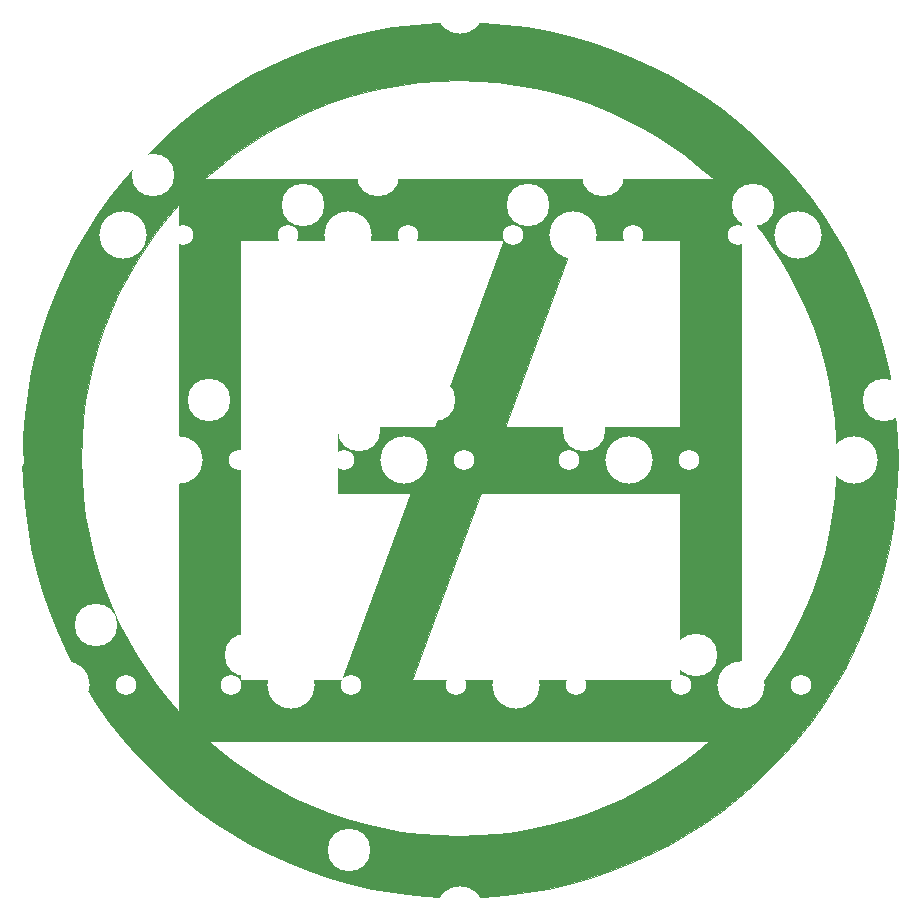
<source format=gbr>
%TF.GenerationSoftware,KiCad,Pcbnew,8.0.7*%
%TF.CreationDate,2024-12-19T21:55:55+08:00*%
%TF.ProjectId,PH60_Rev2,50483630-5f52-4657-9632-2e6b69636164,rev?*%
%TF.SameCoordinates,PX1b40518PY1b40518*%
%TF.FileFunction,Legend,Top*%
%TF.FilePolarity,Positive*%
%FSLAX46Y46*%
G04 Gerber Fmt 4.6, Leading zero omitted, Abs format (unit mm)*
G04 Created by KiCad (PCBNEW 8.0.7) date 2024-12-19 21:55:55*
%MOMM*%
%LPD*%
G01*
G04 APERTURE LIST*
%ADD10C,0.099218*%
%ADD11C,0.000000*%
%ADD12C,1.750000*%
%ADD13C,4.000000*%
%ADD14C,3.600000*%
%ADD15C,3.048000*%
%ADD16C,3.987800*%
%ADD17O,5.000000X2.500000*%
%ADD18C,3.050000*%
%ADD19O,7.000000X2.500000*%
%ADD20C,2.500000*%
%ADD21R,1.000000X1.000000*%
%ADD22O,1.000000X1.000000*%
%ADD23C,0.650000*%
%ADD24O,1.000000X1.800000*%
%ADD25O,1.000000X2.100000*%
G04 APERTURE END LIST*
D10*
X153218794Y-27077076D02*
X152523228Y-28971877D01*
X146604395Y-28971877D01*
X148002863Y-25162354D01*
X153218794Y-27077076D01*
G36*
X153218794Y-27077076D02*
G01*
X152523228Y-28971877D01*
X146604395Y-28971877D01*
X148002863Y-25162354D01*
X153218794Y-27077076D01*
G37*
X138828267Y-66278129D02*
X132909471Y-66278129D01*
X146604395Y-28971877D01*
X152523228Y-28971877D01*
X138828267Y-66278129D01*
G36*
X138828267Y-66278129D02*
G01*
X132909471Y-66278129D01*
X146604395Y-28971877D01*
X152523228Y-28971877D01*
X138828267Y-66278129D01*
G37*
X137480516Y-69949611D02*
X132264588Y-68034849D01*
X132909471Y-66278129D01*
X138828267Y-66278129D01*
X137480516Y-69949611D01*
G36*
X137480516Y-69949611D02*
G01*
X132264588Y-68034849D01*
X132909471Y-66278129D01*
X138828267Y-66278129D01*
X137480516Y-69949611D01*
G37*
X166687503Y-26221374D02*
X166404584Y-25907043D01*
X166117885Y-25596235D01*
X165827351Y-25289080D01*
X165532925Y-24985704D01*
X165234551Y-24686235D01*
X164932173Y-24390800D01*
X164625736Y-24099526D01*
X164315183Y-23812542D01*
X166687503Y-23812542D01*
X166687503Y-26221374D01*
G36*
X166687503Y-26221374D02*
G01*
X166404584Y-25907043D01*
X166117885Y-25596235D01*
X165827351Y-25289080D01*
X165532925Y-24985704D01*
X165234551Y-24686235D01*
X164932173Y-24390800D01*
X164625736Y-24099526D01*
X164315183Y-23812542D01*
X166687503Y-23812542D01*
X166687503Y-26221374D01*
G37*
X161528129Y-50403125D02*
X132556249Y-50403125D01*
X132556249Y-44846876D01*
X161528129Y-44846876D01*
X161528129Y-50403125D01*
G36*
X161528129Y-50403125D02*
G01*
X132556249Y-50403125D01*
X132556249Y-44846876D01*
X161528129Y-44846876D01*
X161528129Y-50403125D01*
G37*
X166687503Y-50403125D02*
X161528129Y-50403125D01*
X161528129Y-44846876D01*
X166687503Y-44846876D01*
X166687503Y-50403125D01*
G36*
X166687503Y-50403125D02*
G01*
X161528129Y-50403125D01*
X161528129Y-44846876D01*
X166687503Y-44846876D01*
X166687503Y-50403125D01*
G37*
X120964240Y-24075134D02*
X120682677Y-24341181D01*
X120404374Y-24610601D01*
X120129352Y-24883355D01*
X119857631Y-25159399D01*
X119589229Y-25438693D01*
X119324167Y-25721195D01*
X119062463Y-26006864D01*
X119062463Y-23812502D01*
X121249046Y-23812502D01*
X120964240Y-24075134D01*
G36*
X120964240Y-24075134D02*
G01*
X120682677Y-24341181D01*
X120404374Y-24610601D01*
X120129352Y-24883355D01*
X119857631Y-25159399D01*
X119589229Y-25438693D01*
X119324167Y-25721195D01*
X119062463Y-26006864D01*
X119062463Y-23812502D01*
X121249046Y-23812502D01*
X120964240Y-24075134D01*
G37*
X164625721Y-24099526D02*
X164932148Y-24390800D01*
X165234520Y-24686235D01*
X165532892Y-24985704D01*
X165827321Y-25289080D01*
X166117862Y-25596235D01*
X166404571Y-25907043D01*
X166687503Y-26221374D01*
X166687503Y-68707796D01*
X166687502Y-68707794D01*
X166687501Y-68707792D01*
X166687498Y-68707789D01*
X166687496Y-68707786D01*
X166687493Y-68707784D01*
X166687490Y-68707781D01*
X166687487Y-68707778D01*
X166687484Y-68707776D01*
X166687480Y-68707773D01*
X166687468Y-68707764D01*
X166687465Y-68707762D01*
X166687462Y-68707760D01*
X166687460Y-68707758D01*
X166687457Y-68707756D01*
X166363149Y-69066889D01*
X166033502Y-69420965D01*
X165698585Y-69769954D01*
X165358464Y-70113824D01*
X165013210Y-70452544D01*
X164662888Y-70786085D01*
X164307569Y-71114415D01*
X163947318Y-71437503D01*
X121616829Y-71437503D01*
X121282652Y-71138420D01*
X120952442Y-70835077D01*
X120626342Y-70527417D01*
X120304494Y-70215379D01*
X119987039Y-69898904D01*
X119674121Y-69577933D01*
X119365882Y-69252406D01*
X119062463Y-68922264D01*
X119062463Y-66278163D01*
X119062463Y-28971877D01*
X124221877Y-28971877D01*
X124221877Y-66278163D01*
X161528129Y-66278163D01*
X161528129Y-28971877D01*
X124221877Y-28971877D01*
X119062463Y-28971877D01*
X119062463Y-26006902D01*
X119324168Y-25721234D01*
X119589234Y-25438732D01*
X119857640Y-25159439D01*
X120129366Y-24883395D01*
X120404391Y-24610642D01*
X120682693Y-24341221D01*
X120964251Y-24075174D01*
X121249046Y-23812542D01*
X164315183Y-23812542D01*
X164625721Y-24099526D01*
G36*
X164625721Y-24099526D02*
G01*
X164932148Y-24390800D01*
X165234520Y-24686235D01*
X165532892Y-24985704D01*
X165827321Y-25289080D01*
X166117862Y-25596235D01*
X166404571Y-25907043D01*
X166687503Y-26221374D01*
X166687503Y-68707796D01*
X166687502Y-68707794D01*
X166687501Y-68707792D01*
X166687498Y-68707789D01*
X166687496Y-68707786D01*
X166687493Y-68707784D01*
X166687490Y-68707781D01*
X166687487Y-68707778D01*
X166687484Y-68707776D01*
X166687480Y-68707773D01*
X166687468Y-68707764D01*
X166687465Y-68707762D01*
X166687462Y-68707760D01*
X166687460Y-68707758D01*
X166687457Y-68707756D01*
X166363149Y-69066889D01*
X166033502Y-69420965D01*
X165698585Y-69769954D01*
X165358464Y-70113824D01*
X165013210Y-70452544D01*
X164662888Y-70786085D01*
X164307569Y-71114415D01*
X163947318Y-71437503D01*
X121616829Y-71437503D01*
X121282652Y-71138420D01*
X120952442Y-70835077D01*
X120626342Y-70527417D01*
X120304494Y-70215379D01*
X119987039Y-69898904D01*
X119674121Y-69577933D01*
X119365882Y-69252406D01*
X119062463Y-68922264D01*
X119062463Y-66278163D01*
X119062463Y-28971877D01*
X124221877Y-28971877D01*
X124221877Y-66278163D01*
X161528129Y-66278163D01*
X161528129Y-28971877D01*
X124221877Y-28971877D01*
X119062463Y-28971877D01*
X119062463Y-26006902D01*
X119324168Y-25721234D01*
X119589234Y-25438732D01*
X119857640Y-25159439D01*
X120129366Y-24883395D01*
X120404391Y-24610642D01*
X120682693Y-24341221D01*
X120964251Y-24075174D01*
X121249046Y-23812542D01*
X164315183Y-23812542D01*
X164625721Y-24099526D01*
G37*
X119365909Y-69252406D02*
X119674143Y-69577933D01*
X119987060Y-69898904D01*
X120304517Y-70215379D01*
X120626370Y-70527417D01*
X120952476Y-70835077D01*
X121282690Y-71138420D01*
X121616869Y-71437503D01*
X119062502Y-71437503D01*
X119062502Y-68922264D01*
X119365909Y-69252406D01*
G36*
X119365909Y-69252406D02*
G01*
X119674143Y-69577933D01*
X119987060Y-69898904D01*
X120304517Y-70215379D01*
X120626370Y-70527417D01*
X120952476Y-70835077D01*
X121282690Y-71138420D01*
X121616869Y-71437503D01*
X119062502Y-71437503D01*
X119062502Y-68922264D01*
X119365909Y-69252406D01*
G37*
X166687503Y-71437538D02*
X163947359Y-71437538D01*
X164307610Y-71114449D01*
X164662934Y-70786119D01*
X165013261Y-70452579D01*
X165358520Y-70113859D01*
X165698644Y-69769990D01*
X166033562Y-69421002D01*
X166363205Y-69066927D01*
X166687503Y-68707796D01*
X166687503Y-71437538D01*
G36*
X166687503Y-71437538D02*
G01*
X163947359Y-71437538D01*
X164307610Y-71114449D01*
X164662934Y-70786119D01*
X165013261Y-70452579D01*
X165358520Y-70113859D01*
X165698644Y-69769990D01*
X166033562Y-69421002D01*
X166363205Y-69066927D01*
X166687503Y-68707796D01*
X166687503Y-71437538D01*
G37*
X144781257Y-10629645D02*
X146662488Y-10772696D01*
X148516368Y-11008269D01*
X150340568Y-11334038D01*
X152132761Y-11747674D01*
X153890620Y-12246849D01*
X155611816Y-12829238D01*
X157294023Y-13492511D01*
X158934913Y-14234341D01*
X160532158Y-15052402D01*
X162083430Y-15944365D01*
X163586404Y-16907902D01*
X165038749Y-17940687D01*
X166438141Y-19040392D01*
X167782250Y-20204689D01*
X169068749Y-21431251D01*
X170295311Y-22717750D01*
X171459608Y-24061859D01*
X172559313Y-25461250D01*
X173592098Y-26913596D01*
X174555635Y-28416570D01*
X175447598Y-29967842D01*
X176265659Y-31565087D01*
X177007489Y-33205977D01*
X177670762Y-34888184D01*
X178253151Y-36609380D01*
X178752326Y-38367239D01*
X179165962Y-40159432D01*
X179491731Y-41983632D01*
X179727304Y-43837512D01*
X179870355Y-45718744D01*
X179918556Y-47625000D01*
X179870355Y-49531257D01*
X179727304Y-51412488D01*
X179491731Y-53266368D01*
X179165962Y-55090568D01*
X178752326Y-56882761D01*
X178253151Y-58640620D01*
X177670762Y-60361816D01*
X177007489Y-62044023D01*
X176265659Y-63684913D01*
X175447598Y-65282158D01*
X174555635Y-66833430D01*
X173592098Y-68336404D01*
X172559313Y-69788749D01*
X171459608Y-71188141D01*
X170295311Y-72532250D01*
X169068749Y-73818749D01*
X167782250Y-75045311D01*
X166438141Y-76209608D01*
X165038749Y-77309313D01*
X163586404Y-78342098D01*
X162083430Y-79305635D01*
X160532158Y-80197598D01*
X158934913Y-81015659D01*
X157294023Y-81757489D01*
X155611816Y-82420762D01*
X153890620Y-83003151D01*
X152132761Y-83502326D01*
X150340568Y-83915962D01*
X148516368Y-84241731D01*
X146662488Y-84477304D01*
X144781257Y-84620355D01*
X142875000Y-84668556D01*
X140968744Y-84620355D01*
X139087513Y-84477304D01*
X137233633Y-84241731D01*
X135409433Y-83915962D01*
X133617240Y-83502326D01*
X131859381Y-83003151D01*
X130138185Y-82420762D01*
X128455978Y-81757489D01*
X126815089Y-81015659D01*
X125217844Y-80197598D01*
X123666571Y-79305635D01*
X122163598Y-78342098D01*
X120711252Y-77309313D01*
X119311860Y-76209608D01*
X117967751Y-75045311D01*
X116681252Y-73818749D01*
X115454690Y-72532250D01*
X114290393Y-71188141D01*
X113190688Y-69788749D01*
X112157903Y-68336404D01*
X111194365Y-66833430D01*
X110302402Y-65282158D01*
X109484342Y-63684913D01*
X108742511Y-62044023D01*
X108079238Y-60361816D01*
X107496850Y-58640620D01*
X106997674Y-56882761D01*
X106584038Y-55090568D01*
X106258270Y-53266368D01*
X106022696Y-51412488D01*
X105879645Y-49531257D01*
X105831444Y-47625000D01*
X105835502Y-47464543D01*
X110795673Y-47464543D01*
X110837293Y-49110564D01*
X110960815Y-50734977D01*
X111164228Y-52335772D01*
X111445523Y-53910939D01*
X111802690Y-55458467D01*
X112233718Y-56976348D01*
X112736599Y-58462572D01*
X113309323Y-59915129D01*
X113949880Y-61332008D01*
X114656259Y-62711201D01*
X115426452Y-64050698D01*
X116258449Y-65348489D01*
X117150239Y-66602564D01*
X118099813Y-67810913D01*
X119105162Y-68971526D01*
X120164275Y-70082395D01*
X121275143Y-71141509D01*
X122435756Y-72146858D01*
X123644104Y-73096433D01*
X124898177Y-73988223D01*
X126195966Y-74820220D01*
X127535461Y-75590413D01*
X128914653Y-76296793D01*
X130331530Y-76937350D01*
X131784085Y-77510073D01*
X133270306Y-78012955D01*
X134788184Y-78443983D01*
X136335710Y-78801150D01*
X137910874Y-79082445D01*
X139511665Y-79285858D01*
X141136074Y-79409379D01*
X142782092Y-79451000D01*
X144428113Y-79409379D01*
X146052526Y-79285857D01*
X147653321Y-79082444D01*
X149228487Y-78801148D01*
X150776016Y-78443981D01*
X152293897Y-78012952D01*
X153780121Y-77510070D01*
X155232677Y-76937345D01*
X156649557Y-76296787D01*
X158028750Y-75590407D01*
X159368247Y-74820212D01*
X160666038Y-73988215D01*
X161920112Y-73096423D01*
X163128461Y-72146847D01*
X164289075Y-71141497D01*
X165399944Y-70082383D01*
X166459058Y-68971514D01*
X167464407Y-67810899D01*
X168413982Y-66602550D01*
X169305772Y-65348475D01*
X170137769Y-64050685D01*
X170907962Y-62711188D01*
X171614342Y-61331995D01*
X172254898Y-59915117D01*
X172827622Y-58462561D01*
X173330503Y-56976339D01*
X173761532Y-55458459D01*
X174118699Y-53910933D01*
X174399993Y-52335768D01*
X174603406Y-50734976D01*
X174726928Y-49110567D01*
X174768548Y-47464549D01*
X174726928Y-45818531D01*
X174603406Y-44194121D01*
X174399992Y-42593329D01*
X174118696Y-41018166D01*
X173761529Y-39470640D01*
X173330499Y-37952761D01*
X172827616Y-36466540D01*
X172254891Y-35013985D01*
X171614333Y-33597107D01*
X170907952Y-32217916D01*
X170137757Y-30878421D01*
X169305759Y-29580632D01*
X168413966Y-28326558D01*
X167464390Y-27118210D01*
X166459040Y-25957597D01*
X165399925Y-24846729D01*
X164289055Y-23787616D01*
X163128440Y-22782268D01*
X161920090Y-21832693D01*
X160666015Y-20940903D01*
X159368224Y-20108907D01*
X158028727Y-19338714D01*
X156649535Y-18632334D01*
X155232656Y-17991778D01*
X153780100Y-17419054D01*
X152293878Y-16916173D01*
X150775999Y-16485144D01*
X149228472Y-16127978D01*
X147653309Y-15846683D01*
X146052518Y-15643270D01*
X144428109Y-15519748D01*
X142782092Y-15478128D01*
X141136074Y-15519748D01*
X139511665Y-15643269D01*
X137910874Y-15846682D01*
X136335711Y-16127976D01*
X134788185Y-16485141D01*
X133270307Y-16916169D01*
X131784085Y-17419049D01*
X130331531Y-17991771D01*
X128914653Y-18632327D01*
X127535462Y-19338705D01*
X126195967Y-20108896D01*
X124898178Y-20940891D01*
X123644104Y-21832680D01*
X122435756Y-22782253D01*
X121275143Y-23787600D01*
X120164276Y-24846712D01*
X119105162Y-25957579D01*
X118099814Y-27118191D01*
X117150239Y-28326538D01*
X116258449Y-29580611D01*
X115426453Y-30878399D01*
X114656260Y-32217895D01*
X113949880Y-33597086D01*
X113309323Y-35013964D01*
X112736600Y-36466519D01*
X112233718Y-37952742D01*
X111802690Y-39470622D01*
X111445523Y-41018149D01*
X111164228Y-42593315D01*
X110960815Y-44194109D01*
X110837293Y-45818521D01*
X110795673Y-47464543D01*
X105835502Y-47464543D01*
X105879645Y-45718744D01*
X106022696Y-43837513D01*
X106258270Y-41983633D01*
X106584038Y-40159433D01*
X106997674Y-38367240D01*
X107496850Y-36609381D01*
X108079238Y-34888185D01*
X108742511Y-33205978D01*
X109484342Y-31565089D01*
X110302402Y-29967844D01*
X111194365Y-28416571D01*
X112157903Y-26913598D01*
X113190688Y-25461252D01*
X114290393Y-24061860D01*
X115454690Y-22717751D01*
X116681252Y-21431252D01*
X117967751Y-20204690D01*
X119311860Y-19040393D01*
X120711252Y-17940688D01*
X122163598Y-16907903D01*
X123666571Y-15944365D01*
X125217844Y-15052402D01*
X126815089Y-14234342D01*
X128455978Y-13492511D01*
X130138185Y-12829238D01*
X131859381Y-12246850D01*
X133617240Y-11747674D01*
X135409433Y-11334038D01*
X137233633Y-11008270D01*
X139087513Y-10772696D01*
X140968744Y-10629645D01*
X142875000Y-10581444D01*
X144781257Y-10629645D01*
G36*
X144781257Y-10629645D02*
G01*
X146662488Y-10772696D01*
X148516368Y-11008269D01*
X150340568Y-11334038D01*
X152132761Y-11747674D01*
X153890620Y-12246849D01*
X155611816Y-12829238D01*
X157294023Y-13492511D01*
X158934913Y-14234341D01*
X160532158Y-15052402D01*
X162083430Y-15944365D01*
X163586404Y-16907902D01*
X165038749Y-17940687D01*
X166438141Y-19040392D01*
X167782250Y-20204689D01*
X169068749Y-21431251D01*
X170295311Y-22717750D01*
X171459608Y-24061859D01*
X172559313Y-25461250D01*
X173592098Y-26913596D01*
X174555635Y-28416570D01*
X175447598Y-29967842D01*
X176265659Y-31565087D01*
X177007489Y-33205977D01*
X177670762Y-34888184D01*
X178253151Y-36609380D01*
X178752326Y-38367239D01*
X179165962Y-40159432D01*
X179491731Y-41983632D01*
X179727304Y-43837512D01*
X179870355Y-45718744D01*
X179918556Y-47625000D01*
X179870355Y-49531257D01*
X179727304Y-51412488D01*
X179491731Y-53266368D01*
X179165962Y-55090568D01*
X178752326Y-56882761D01*
X178253151Y-58640620D01*
X177670762Y-60361816D01*
X177007489Y-62044023D01*
X176265659Y-63684913D01*
X175447598Y-65282158D01*
X174555635Y-66833430D01*
X173592098Y-68336404D01*
X172559313Y-69788749D01*
X171459608Y-71188141D01*
X170295311Y-72532250D01*
X169068749Y-73818749D01*
X167782250Y-75045311D01*
X166438141Y-76209608D01*
X165038749Y-77309313D01*
X163586404Y-78342098D01*
X162083430Y-79305635D01*
X160532158Y-80197598D01*
X158934913Y-81015659D01*
X157294023Y-81757489D01*
X155611816Y-82420762D01*
X153890620Y-83003151D01*
X152132761Y-83502326D01*
X150340568Y-83915962D01*
X148516368Y-84241731D01*
X146662488Y-84477304D01*
X144781257Y-84620355D01*
X142875000Y-84668556D01*
X140968744Y-84620355D01*
X139087513Y-84477304D01*
X137233633Y-84241731D01*
X135409433Y-83915962D01*
X133617240Y-83502326D01*
X131859381Y-83003151D01*
X130138185Y-82420762D01*
X128455978Y-81757489D01*
X126815089Y-81015659D01*
X125217844Y-80197598D01*
X123666571Y-79305635D01*
X122163598Y-78342098D01*
X120711252Y-77309313D01*
X119311860Y-76209608D01*
X117967751Y-75045311D01*
X116681252Y-73818749D01*
X115454690Y-72532250D01*
X114290393Y-71188141D01*
X113190688Y-69788749D01*
X112157903Y-68336404D01*
X111194365Y-66833430D01*
X110302402Y-65282158D01*
X109484342Y-63684913D01*
X108742511Y-62044023D01*
X108079238Y-60361816D01*
X107496850Y-58640620D01*
X106997674Y-56882761D01*
X106584038Y-55090568D01*
X106258270Y-53266368D01*
X106022696Y-51412488D01*
X105879645Y-49531257D01*
X105831444Y-47625000D01*
X105835502Y-47464543D01*
X110795673Y-47464543D01*
X110837293Y-49110564D01*
X110960815Y-50734977D01*
X111164228Y-52335772D01*
X111445523Y-53910939D01*
X111802690Y-55458467D01*
X112233718Y-56976348D01*
X112736599Y-58462572D01*
X113309323Y-59915129D01*
X113949880Y-61332008D01*
X114656259Y-62711201D01*
X115426452Y-64050698D01*
X116258449Y-65348489D01*
X117150239Y-66602564D01*
X118099813Y-67810913D01*
X119105162Y-68971526D01*
X120164275Y-70082395D01*
X121275143Y-71141509D01*
X122435756Y-72146858D01*
X123644104Y-73096433D01*
X124898177Y-73988223D01*
X126195966Y-74820220D01*
X127535461Y-75590413D01*
X128914653Y-76296793D01*
X130331530Y-76937350D01*
X131784085Y-77510073D01*
X133270306Y-78012955D01*
X134788184Y-78443983D01*
X136335710Y-78801150D01*
X137910874Y-79082445D01*
X139511665Y-79285858D01*
X141136074Y-79409379D01*
X142782092Y-79451000D01*
X144428113Y-79409379D01*
X146052526Y-79285857D01*
X147653321Y-79082444D01*
X149228487Y-78801148D01*
X150776016Y-78443981D01*
X152293897Y-78012952D01*
X153780121Y-77510070D01*
X155232677Y-76937345D01*
X156649557Y-76296787D01*
X158028750Y-75590407D01*
X159368247Y-74820212D01*
X160666038Y-73988215D01*
X161920112Y-73096423D01*
X163128461Y-72146847D01*
X164289075Y-71141497D01*
X165399944Y-70082383D01*
X166459058Y-68971514D01*
X167464407Y-67810899D01*
X168413982Y-66602550D01*
X169305772Y-65348475D01*
X170137769Y-64050685D01*
X170907962Y-62711188D01*
X171614342Y-61331995D01*
X172254898Y-59915117D01*
X172827622Y-58462561D01*
X173330503Y-56976339D01*
X173761532Y-55458459D01*
X174118699Y-53910933D01*
X174399993Y-52335768D01*
X174603406Y-50734976D01*
X174726928Y-49110567D01*
X174768548Y-47464549D01*
X174726928Y-45818531D01*
X174603406Y-44194121D01*
X174399992Y-42593329D01*
X174118696Y-41018166D01*
X173761529Y-39470640D01*
X173330499Y-37952761D01*
X172827616Y-36466540D01*
X172254891Y-35013985D01*
X171614333Y-33597107D01*
X170907952Y-32217916D01*
X170137757Y-30878421D01*
X169305759Y-29580632D01*
X168413966Y-28326558D01*
X167464390Y-27118210D01*
X166459040Y-25957597D01*
X165399925Y-24846729D01*
X164289055Y-23787616D01*
X163128440Y-22782268D01*
X161920090Y-21832693D01*
X160666015Y-20940903D01*
X159368224Y-20108907D01*
X158028727Y-19338714D01*
X156649535Y-18632334D01*
X155232656Y-17991778D01*
X153780100Y-17419054D01*
X152293878Y-16916173D01*
X150775999Y-16485144D01*
X149228472Y-16127978D01*
X147653309Y-15846683D01*
X146052518Y-15643270D01*
X144428109Y-15519748D01*
X142782092Y-15478128D01*
X141136074Y-15519748D01*
X139511665Y-15643269D01*
X137910874Y-15846682D01*
X136335711Y-16127976D01*
X134788185Y-16485141D01*
X133270307Y-16916169D01*
X131784085Y-17419049D01*
X130331531Y-17991771D01*
X128914653Y-18632327D01*
X127535462Y-19338705D01*
X126195967Y-20108896D01*
X124898178Y-20940891D01*
X123644104Y-21832680D01*
X122435756Y-22782253D01*
X121275143Y-23787600D01*
X120164276Y-24846712D01*
X119105162Y-25957579D01*
X118099814Y-27118191D01*
X117150239Y-28326538D01*
X116258449Y-29580611D01*
X115426453Y-30878399D01*
X114656260Y-32217895D01*
X113949880Y-33597086D01*
X113309323Y-35013964D01*
X112736600Y-36466519D01*
X112233718Y-37952742D01*
X111802690Y-39470622D01*
X111445523Y-41018149D01*
X111164228Y-42593315D01*
X110960815Y-44194109D01*
X110837293Y-45818521D01*
X110795673Y-47464543D01*
X105835502Y-47464543D01*
X105879645Y-45718744D01*
X106022696Y-43837513D01*
X106258270Y-41983633D01*
X106584038Y-40159433D01*
X106997674Y-38367240D01*
X107496850Y-36609381D01*
X108079238Y-34888185D01*
X108742511Y-33205978D01*
X109484342Y-31565089D01*
X110302402Y-29967844D01*
X111194365Y-28416571D01*
X112157903Y-26913598D01*
X113190688Y-25461252D01*
X114290393Y-24061860D01*
X115454690Y-22717751D01*
X116681252Y-21431252D01*
X117967751Y-20204690D01*
X119311860Y-19040393D01*
X120711252Y-17940688D01*
X122163598Y-16907903D01*
X123666571Y-15944365D01*
X125217844Y-15052402D01*
X126815089Y-14234342D01*
X128455978Y-13492511D01*
X130138185Y-12829238D01*
X131859381Y-12246850D01*
X133617240Y-11747674D01*
X135409433Y-11334038D01*
X137233633Y-11008270D01*
X139087513Y-10772696D01*
X140968744Y-10629645D01*
X142875000Y-10581444D01*
X144781257Y-10629645D01*
G37*
%LPC*%
D11*
G36*
X181292893Y-88549525D02*
G01*
X181292636Y-88554676D01*
X181292209Y-88559630D01*
X181291610Y-88564387D01*
X181290839Y-88568947D01*
X181289898Y-88573310D01*
X181288785Y-88577475D01*
X181287502Y-88581443D01*
X181286047Y-88585214D01*
X181284421Y-88588788D01*
X181282624Y-88592164D01*
X181280655Y-88595343D01*
X181278516Y-88598326D01*
X181276205Y-88601111D01*
X181273723Y-88603698D01*
X181271070Y-88606089D01*
X181268335Y-88608310D01*
X181265549Y-88610390D01*
X181262711Y-88612327D01*
X181259821Y-88614123D01*
X181256881Y-88615776D01*
X181253889Y-88617287D01*
X181250847Y-88618655D01*
X181247754Y-88619880D01*
X181244611Y-88620962D01*
X181241418Y-88621900D01*
X181238176Y-88622695D01*
X181234884Y-88623345D01*
X181231542Y-88623852D01*
X181228151Y-88624214D01*
X181224712Y-88624431D01*
X181221223Y-88624504D01*
X180560187Y-88624504D01*
X180560454Y-88645139D01*
X180561254Y-88665253D01*
X180562581Y-88684846D01*
X180564434Y-88703918D01*
X180566807Y-88722470D01*
X180569698Y-88740500D01*
X180573102Y-88758010D01*
X180577016Y-88774999D01*
X180579215Y-88783290D01*
X180581585Y-88791436D01*
X180584128Y-88799436D01*
X180586843Y-88807289D01*
X180589731Y-88814996D01*
X180592793Y-88822555D01*
X180596029Y-88829966D01*
X180599439Y-88837229D01*
X180603024Y-88844343D01*
X180606785Y-88851307D01*
X180610721Y-88858122D01*
X180614833Y-88864787D01*
X180619123Y-88871301D01*
X180623589Y-88877663D01*
X180628233Y-88883874D01*
X180633056Y-88889933D01*
X180638058Y-88895831D01*
X180643243Y-88901557D01*
X180648611Y-88907111D01*
X180654162Y-88912493D01*
X180659896Y-88917704D01*
X180665814Y-88922742D01*
X180671915Y-88927607D01*
X180678200Y-88932300D01*
X180684670Y-88936820D01*
X180691324Y-88941166D01*
X180698162Y-88945339D01*
X180705186Y-88949338D01*
X180712394Y-88953164D01*
X180719788Y-88956815D01*
X180727368Y-88960292D01*
X180735133Y-88963594D01*
X180743071Y-88966680D01*
X180751229Y-88969569D01*
X180759607Y-88972260D01*
X180768205Y-88974754D01*
X180777023Y-88977049D01*
X180786062Y-88979145D01*
X180795322Y-88981044D01*
X180804804Y-88982743D01*
X180814507Y-88984243D01*
X180824431Y-88985544D01*
X180834577Y-88986646D01*
X180844946Y-88987548D01*
X180855536Y-88988249D01*
X180866350Y-88988751D01*
X180877386Y-88989052D01*
X180888645Y-88989152D01*
X180906318Y-88988973D01*
X180923500Y-88988433D01*
X180940191Y-88987528D01*
X180956391Y-88986255D01*
X180972100Y-88984610D01*
X180987318Y-88982589D01*
X181002045Y-88980188D01*
X181016281Y-88977405D01*
X181030085Y-88974443D01*
X181043401Y-88971392D01*
X181056234Y-88968252D01*
X181068588Y-88965023D01*
X181080465Y-88961704D01*
X181091869Y-88958296D01*
X181102805Y-88954798D01*
X181113275Y-88951211D01*
X181132834Y-88944127D01*
X181150562Y-88937400D01*
X181166474Y-88931030D01*
X181180585Y-88925018D01*
X181186940Y-88922280D01*
X181192906Y-88919901D01*
X181198481Y-88917882D01*
X181203664Y-88916227D01*
X181206107Y-88915536D01*
X181208452Y-88914936D01*
X181210698Y-88914428D01*
X181212844Y-88914012D01*
X181214891Y-88913688D01*
X181216838Y-88913456D01*
X181218685Y-88913317D01*
X181220432Y-88913270D01*
X181221381Y-88913287D01*
X181222322Y-88913337D01*
X181223254Y-88913419D01*
X181224177Y-88913533D01*
X181225092Y-88913679D01*
X181225996Y-88913856D01*
X181226890Y-88914064D01*
X181227774Y-88914302D01*
X181228646Y-88914570D01*
X181229507Y-88914867D01*
X181230356Y-88915193D01*
X181231192Y-88915547D01*
X181232015Y-88915929D01*
X181232825Y-88916339D01*
X181233620Y-88916776D01*
X181234401Y-88917239D01*
X181235164Y-88917732D01*
X181235905Y-88918258D01*
X181236623Y-88918817D01*
X181237319Y-88919410D01*
X181237993Y-88920034D01*
X181238644Y-88920691D01*
X181239272Y-88921380D01*
X181239879Y-88922101D01*
X181240463Y-88922853D01*
X181241025Y-88923637D01*
X181241564Y-88924452D01*
X181242081Y-88925298D01*
X181242576Y-88926175D01*
X181243048Y-88927082D01*
X181243499Y-88928019D01*
X181243927Y-88928987D01*
X181244336Y-88929991D01*
X181244731Y-88931041D01*
X181245111Y-88932136D01*
X181245477Y-88933278D01*
X181245829Y-88934465D01*
X181246168Y-88935700D01*
X181246804Y-88938313D01*
X181247389Y-88941119D01*
X181247923Y-88944122D01*
X181248409Y-88947326D01*
X181248848Y-88950735D01*
X181249243Y-88954291D01*
X181249590Y-88958052D01*
X181249890Y-88962014D01*
X181250139Y-88966173D01*
X181250336Y-88970526D01*
X181250479Y-88975068D01*
X181250566Y-88979797D01*
X181250595Y-88984708D01*
X181250533Y-88991730D01*
X181250453Y-88995058D01*
X181250337Y-88998261D01*
X181250184Y-89001338D01*
X181249992Y-89004286D01*
X181249759Y-89007104D01*
X181249484Y-89009790D01*
X181248882Y-89014977D01*
X181248235Y-89019851D01*
X181247880Y-89022185D01*
X181247498Y-89024457D01*
X181247081Y-89026674D01*
X181246626Y-89028840D01*
X181246179Y-89030895D01*
X181245669Y-89032891D01*
X181245091Y-89034832D01*
X181244776Y-89035782D01*
X181244443Y-89036718D01*
X181244091Y-89037642D01*
X181243721Y-89038553D01*
X181243330Y-89039451D01*
X181242920Y-89040337D01*
X181242489Y-89041211D01*
X181242038Y-89042073D01*
X181241565Y-89042924D01*
X181241070Y-89043763D01*
X181240585Y-89044620D01*
X181240081Y-89045468D01*
X181239558Y-89046305D01*
X181239016Y-89047134D01*
X181238456Y-89047954D01*
X181237878Y-89048766D01*
X181237281Y-89049572D01*
X181236665Y-89050371D01*
X181236030Y-89051164D01*
X181235377Y-89051953D01*
X181234016Y-89053519D01*
X181232579Y-89055073D01*
X181231069Y-89056622D01*
X181230202Y-89057425D01*
X181229149Y-89058289D01*
X181227910Y-89059212D01*
X181226485Y-89060196D01*
X181224874Y-89061240D01*
X181223077Y-89062345D01*
X181221094Y-89063511D01*
X181218925Y-89064738D01*
X181216570Y-89066026D01*
X181214029Y-89067376D01*
X181208388Y-89070262D01*
X181202003Y-89073396D01*
X181194874Y-89076782D01*
X181187038Y-89080235D01*
X181178652Y-89083683D01*
X181169714Y-89087124D01*
X181160226Y-89090554D01*
X181150188Y-89093969D01*
X181139598Y-89097366D01*
X181128458Y-89100740D01*
X181116767Y-89104088D01*
X181104564Y-89107377D01*
X181091884Y-89110579D01*
X181078728Y-89113695D01*
X181065095Y-89116728D01*
X181050986Y-89119679D01*
X181036401Y-89122550D01*
X181021340Y-89125342D01*
X181005802Y-89128059D01*
X180989899Y-89130521D01*
X180973742Y-89132668D01*
X180957328Y-89134494D01*
X180940655Y-89135997D01*
X180923722Y-89137172D01*
X180906527Y-89138016D01*
X180889067Y-89138525D01*
X180871342Y-89138695D01*
X180840915Y-89138153D01*
X180811429Y-89136525D01*
X180782888Y-89133815D01*
X180755295Y-89130024D01*
X180728655Y-89125154D01*
X180715694Y-89122315D01*
X180702972Y-89119206D01*
X180690489Y-89115830D01*
X180678248Y-89112184D01*
X180666247Y-89108270D01*
X180654488Y-89104088D01*
X180642965Y-89099640D01*
X180631673Y-89094928D01*
X180620611Y-89089952D01*
X180609780Y-89084713D01*
X180599180Y-89079211D01*
X180588810Y-89073445D01*
X180578671Y-89067417D01*
X180568763Y-89061126D01*
X180559086Y-89054573D01*
X180549639Y-89047758D01*
X180540422Y-89040681D01*
X180531437Y-89033343D01*
X180522682Y-89025743D01*
X180514158Y-89017882D01*
X180505864Y-89009760D01*
X180497801Y-89001377D01*
X180489977Y-88992758D01*
X180482397Y-88983867D01*
X180475063Y-88974705D01*
X180467974Y-88965271D01*
X180461129Y-88955566D01*
X180454529Y-88945589D01*
X180448173Y-88935340D01*
X180442060Y-88924820D01*
X180436192Y-88914028D01*
X180430567Y-88902964D01*
X180425185Y-88891629D01*
X180420046Y-88880022D01*
X180415150Y-88868144D01*
X180410496Y-88855994D01*
X180406085Y-88843573D01*
X180401916Y-88830880D01*
X180397994Y-88817920D01*
X180394326Y-88804700D01*
X180390910Y-88791219D01*
X180387748Y-88777477D01*
X180384838Y-88763474D01*
X180382181Y-88749209D01*
X180377627Y-88719893D01*
X180374085Y-88689528D01*
X180371554Y-88658112D01*
X180370036Y-88625643D01*
X180369530Y-88592120D01*
X180370051Y-88560203D01*
X180371616Y-88529103D01*
X180374227Y-88498818D01*
X180375375Y-88489566D01*
X180560189Y-88489566D01*
X181107876Y-88489566D01*
X181108013Y-88471683D01*
X181107593Y-88454287D01*
X181106615Y-88437379D01*
X181105080Y-88420959D01*
X181102988Y-88405027D01*
X181100339Y-88389585D01*
X181097133Y-88374630D01*
X181093370Y-88360165D01*
X181089051Y-88346189D01*
X181084177Y-88332703D01*
X181078746Y-88319706D01*
X181072760Y-88307200D01*
X181066219Y-88295183D01*
X181059122Y-88283657D01*
X181051471Y-88272622D01*
X181043265Y-88262078D01*
X181034525Y-88252073D01*
X181025272Y-88242715D01*
X181015505Y-88234004D01*
X181005225Y-88225940D01*
X180994431Y-88218522D01*
X180983124Y-88211750D01*
X180971303Y-88205625D01*
X180958969Y-88200145D01*
X180946122Y-88195311D01*
X180932761Y-88191122D01*
X180918887Y-88187578D01*
X180904499Y-88184680D01*
X180889597Y-88182425D01*
X180874182Y-88180815D01*
X180858254Y-88179850D01*
X180841812Y-88179528D01*
X180833335Y-88179628D01*
X180824987Y-88179929D01*
X180816770Y-88180431D01*
X180808683Y-88181133D01*
X180800726Y-88182034D01*
X180792899Y-88183136D01*
X180785203Y-88184437D01*
X180777637Y-88185937D01*
X180770201Y-88187636D01*
X180762895Y-88189535D01*
X180755720Y-88191631D01*
X180748675Y-88193927D01*
X180741760Y-88196420D01*
X180734975Y-88199111D01*
X180728320Y-88202000D01*
X180721796Y-88205086D01*
X180715404Y-88208366D01*
X180709145Y-88211776D01*
X180703020Y-88215316D01*
X180697028Y-88218987D01*
X180691169Y-88222788D01*
X180685443Y-88226718D01*
X180679850Y-88230780D01*
X180674389Y-88234971D01*
X180669060Y-88239293D01*
X180663863Y-88243744D01*
X180658798Y-88248326D01*
X180653864Y-88253039D01*
X180649061Y-88257881D01*
X180644390Y-88262854D01*
X180639848Y-88267957D01*
X180635438Y-88273190D01*
X180631153Y-88278542D01*
X180626992Y-88284003D01*
X180622953Y-88289571D01*
X180619037Y-88295249D01*
X180615244Y-88301035D01*
X180611573Y-88306930D01*
X180608025Y-88312935D01*
X180604601Y-88319049D01*
X180601298Y-88325273D01*
X180598119Y-88331607D01*
X180595062Y-88338051D01*
X180592129Y-88344605D01*
X180589318Y-88351270D01*
X180586629Y-88358046D01*
X180584064Y-88364934D01*
X180581621Y-88371932D01*
X180577073Y-88386064D01*
X180573070Y-88400359D01*
X180569607Y-88414817D01*
X180566677Y-88429440D01*
X180564277Y-88444226D01*
X180562399Y-88459176D01*
X180561038Y-88474289D01*
X180560189Y-88489566D01*
X180375375Y-88489566D01*
X180377885Y-88469346D01*
X180382592Y-88440685D01*
X180388350Y-88412834D01*
X180395161Y-88385790D01*
X180403028Y-88359551D01*
X180407312Y-88346783D01*
X180411830Y-88334258D01*
X180416582Y-88321975D01*
X180421567Y-88309934D01*
X180426784Y-88298136D01*
X180432233Y-88286581D01*
X180437914Y-88275270D01*
X180443826Y-88264202D01*
X180449969Y-88253377D01*
X180456342Y-88242797D01*
X180462945Y-88232461D01*
X180469776Y-88222369D01*
X180476837Y-88212521D01*
X180484126Y-88202919D01*
X180491643Y-88193562D01*
X180499387Y-88184450D01*
X180507377Y-88175591D01*
X180515572Y-88166993D01*
X180523971Y-88158655D01*
X180532574Y-88150579D01*
X180541380Y-88142764D01*
X180550390Y-88135211D01*
X180559603Y-88127920D01*
X180569019Y-88120890D01*
X180578638Y-88114123D01*
X180588460Y-88107619D01*
X180598483Y-88101377D01*
X180608709Y-88095398D01*
X180619136Y-88089683D01*
X180629766Y-88084231D01*
X180640596Y-88079043D01*
X180651628Y-88074119D01*
X180662872Y-88069449D01*
X180674280Y-88065084D01*
X180685852Y-88061023D01*
X180697588Y-88057266D01*
X180709489Y-88053812D01*
X180721555Y-88050661D01*
X180733786Y-88047813D01*
X180746183Y-88045266D01*
X180758745Y-88043020D01*
X180771472Y-88041076D01*
X180784366Y-88039431D01*
X180797426Y-88038087D01*
X180810653Y-88037043D01*
X180824046Y-88036297D01*
X180837606Y-88035850D01*
X180851334Y-88035701D01*
X180865962Y-88035848D01*
X180880318Y-88036289D01*
X180894402Y-88037025D01*
X180908214Y-88038055D01*
X180921753Y-88039380D01*
X180935019Y-88041000D01*
X180948013Y-88042916D01*
X180960733Y-88045127D01*
X180973180Y-88047634D01*
X180985353Y-88050437D01*
X180997252Y-88053536D01*
X181008877Y-88056931D01*
X181020227Y-88060624D01*
X181031303Y-88064613D01*
X181042105Y-88068900D01*
X181052631Y-88073484D01*
X181062904Y-88078347D01*
X181072946Y-88083411D01*
X181082757Y-88088676D01*
X181092338Y-88094144D01*
X181101688Y-88099813D01*
X181110808Y-88105684D01*
X181119696Y-88111757D01*
X181128354Y-88118033D01*
X181136782Y-88124512D01*
X181144978Y-88131193D01*
X181152944Y-88138078D01*
X181160679Y-88145167D01*
X181168184Y-88152459D01*
X181175458Y-88159955D01*
X181182501Y-88167655D01*
X181189314Y-88175560D01*
X181195873Y-88183682D01*
X181202216Y-88191976D01*
X181208342Y-88200441D01*
X181214250Y-88209078D01*
X181219940Y-88217888D01*
X181225410Y-88226869D01*
X181230660Y-88236023D01*
X181235689Y-88245350D01*
X181240497Y-88254850D01*
X181245083Y-88264523D01*
X181249446Y-88274370D01*
X181253586Y-88284390D01*
X181257501Y-88294585D01*
X181261192Y-88304953D01*
X181264656Y-88315496D01*
X181267895Y-88326214D01*
X181273758Y-88348002D01*
X181278846Y-88370150D01*
X181283156Y-88392659D01*
X181286687Y-88415530D01*
X181289436Y-88438766D01*
X181291402Y-88462369D01*
X181292583Y-88486340D01*
X181292977Y-88510681D01*
X181292977Y-88544177D01*
X181292978Y-88544177D01*
X181292893Y-88549525D01*
G37*
G36*
X164517864Y-82399337D02*
G01*
X164540619Y-82400342D01*
X164562251Y-82402023D01*
X164582770Y-82404383D01*
X164602186Y-82407426D01*
X164620507Y-82411155D01*
X164637744Y-82415575D01*
X164645958Y-82418045D01*
X164653905Y-82420689D01*
X164661585Y-82423508D01*
X164668999Y-82426502D01*
X164676150Y-82429671D01*
X164683037Y-82433016D01*
X164689663Y-82436538D01*
X164696028Y-82440236D01*
X164702133Y-82444112D01*
X164707980Y-82448166D01*
X164713570Y-82452399D01*
X164718904Y-82456810D01*
X164723983Y-82461400D01*
X164728808Y-82466171D01*
X164733381Y-82471121D01*
X164737703Y-82476253D01*
X164741774Y-82481566D01*
X164745596Y-82487060D01*
X164752804Y-82498624D01*
X164759627Y-82510973D01*
X164766053Y-82524101D01*
X164772071Y-82538005D01*
X164777671Y-82552680D01*
X164782842Y-82568122D01*
X164787572Y-82584328D01*
X164791850Y-82601293D01*
X164795666Y-82619013D01*
X164799008Y-82637483D01*
X164801865Y-82656700D01*
X164804227Y-82676660D01*
X164806081Y-82697358D01*
X164807418Y-82718790D01*
X164808225Y-82740952D01*
X164808493Y-82763841D01*
X164808217Y-82786076D01*
X164807435Y-82806943D01*
X164806214Y-82826535D01*
X164804624Y-82844940D01*
X164802731Y-82862251D01*
X164800604Y-82878558D01*
X164798311Y-82893953D01*
X164795920Y-82908525D01*
X164793307Y-82922804D01*
X164790250Y-82937202D01*
X164786669Y-82951643D01*
X164784658Y-82958855D01*
X164782486Y-82966049D01*
X164780145Y-82973214D01*
X164777623Y-82980341D01*
X164774913Y-82987421D01*
X164772002Y-82994443D01*
X164768882Y-83001398D01*
X164765544Y-83008276D01*
X164761976Y-83015067D01*
X164758169Y-83021762D01*
X164754069Y-83028261D01*
X164749620Y-83034481D01*
X164744836Y-83040431D01*
X164739729Y-83046121D01*
X164734309Y-83051558D01*
X164728590Y-83056752D01*
X164722583Y-83061712D01*
X164716299Y-83066446D01*
X164709752Y-83070963D01*
X164702952Y-83075272D01*
X164695912Y-83079382D01*
X164688643Y-83083301D01*
X164681158Y-83087038D01*
X164673468Y-83090603D01*
X164665586Y-83094003D01*
X164657522Y-83097248D01*
X164649263Y-83100317D01*
X164640786Y-83103183D01*
X164632081Y-83105848D01*
X164623139Y-83108312D01*
X164613951Y-83110576D01*
X164604507Y-83112639D01*
X164594799Y-83114503D01*
X164584817Y-83116169D01*
X164563993Y-83118906D01*
X164541961Y-83120856D01*
X164518647Y-83122022D01*
X164493978Y-83122410D01*
X164229770Y-83122410D01*
X164229770Y-82399002D01*
X164493978Y-82399002D01*
X164517864Y-82399337D01*
G37*
G36*
X172424315Y-86268607D02*
G01*
X172435283Y-86268943D01*
X172446043Y-86269502D01*
X172456593Y-86270287D01*
X172466934Y-86271296D01*
X172477066Y-86272531D01*
X172486988Y-86273992D01*
X172496700Y-86275679D01*
X172506202Y-86277593D01*
X172515493Y-86279735D01*
X172524573Y-86282105D01*
X172533443Y-86284703D01*
X172542101Y-86287530D01*
X172550548Y-86290586D01*
X172558784Y-86293872D01*
X172566807Y-86297388D01*
X172574666Y-86301096D01*
X172582345Y-86304957D01*
X172589847Y-86308971D01*
X172597171Y-86313139D01*
X172604317Y-86317462D01*
X172611286Y-86321939D01*
X172618077Y-86326572D01*
X172624692Y-86331361D01*
X172631129Y-86336306D01*
X172637391Y-86341407D01*
X172643476Y-86346666D01*
X172649385Y-86352083D01*
X172655118Y-86357657D01*
X172660676Y-86363390D01*
X172666058Y-86369283D01*
X172671265Y-86375334D01*
X172676272Y-86381531D01*
X172681110Y-86387859D01*
X172685782Y-86394317D01*
X172690286Y-86400906D01*
X172694622Y-86407626D01*
X172698791Y-86414477D01*
X172702793Y-86421460D01*
X172706627Y-86428575D01*
X172710294Y-86435822D01*
X172713793Y-86443202D01*
X172717125Y-86450714D01*
X172720290Y-86458358D01*
X172723287Y-86466136D01*
X172726117Y-86474047D01*
X172728779Y-86482091D01*
X172731274Y-86490269D01*
X172735745Y-86506901D01*
X172739633Y-86523815D01*
X172742932Y-86541012D01*
X172745640Y-86558492D01*
X172747753Y-86576255D01*
X172749267Y-86594300D01*
X172750178Y-86612628D01*
X172750482Y-86631239D01*
X172750482Y-86656798D01*
X172750417Y-86660889D01*
X172750222Y-86664827D01*
X172749896Y-86668614D01*
X172749441Y-86672249D01*
X172748855Y-86675732D01*
X172748139Y-86679063D01*
X172747292Y-86682244D01*
X172746316Y-86685273D01*
X172745209Y-86688152D01*
X172743972Y-86690881D01*
X172742604Y-86693459D01*
X172741107Y-86695887D01*
X172739479Y-86698166D01*
X172737721Y-86700295D01*
X172735833Y-86702275D01*
X172733814Y-86704105D01*
X172731712Y-86705806D01*
X172729573Y-86707395D01*
X172727396Y-86708873D01*
X172725182Y-86710239D01*
X172722931Y-86711496D01*
X172720643Y-86712641D01*
X172718317Y-86713677D01*
X172715955Y-86714603D01*
X172713555Y-86715418D01*
X172711118Y-86716125D01*
X172708643Y-86716722D01*
X172706132Y-86717210D01*
X172703583Y-86717589D01*
X172700997Y-86717859D01*
X172698374Y-86718021D01*
X172695714Y-86718075D01*
X172190889Y-86718075D01*
X172191090Y-86733881D01*
X172191693Y-86749275D01*
X172192697Y-86764258D01*
X172194104Y-86778837D01*
X172195912Y-86793013D01*
X172198122Y-86806792D01*
X172200734Y-86820176D01*
X172203748Y-86833169D01*
X172205420Y-86839483D01*
X172207223Y-86845685D01*
X172209158Y-86851776D01*
X172211224Y-86857755D01*
X172213422Y-86863623D01*
X172215752Y-86869379D01*
X172218216Y-86875023D01*
X172220813Y-86880556D01*
X172223544Y-86885977D01*
X172226410Y-86891286D01*
X172229410Y-86896484D01*
X172232546Y-86901570D01*
X172235818Y-86906545D01*
X172239225Y-86911408D01*
X172242770Y-86916159D01*
X172246452Y-86920799D01*
X172250273Y-86925316D01*
X172254235Y-86929699D01*
X172258338Y-86933948D01*
X172262582Y-86938063D01*
X172266966Y-86942044D01*
X172271491Y-86945891D01*
X172276155Y-86949605D01*
X172280960Y-86953184D01*
X172285903Y-86956629D01*
X172290987Y-86959941D01*
X172296209Y-86963118D01*
X172301570Y-86966162D01*
X172307069Y-86969071D01*
X172312707Y-86971847D01*
X172318483Y-86974489D01*
X172324397Y-86976996D01*
X172330463Y-86979389D01*
X172336698Y-86981625D01*
X172343099Y-86983706D01*
X172349668Y-86985631D01*
X172356404Y-86987401D01*
X172363308Y-86989015D01*
X172370379Y-86990475D01*
X172377618Y-86991780D01*
X172385024Y-86992931D01*
X172392597Y-86993927D01*
X172400338Y-86994770D01*
X172408247Y-86995459D01*
X172416323Y-86995994D01*
X172424566Y-86996376D01*
X172432977Y-86996605D01*
X172441555Y-86996681D01*
X172455061Y-86996540D01*
X172468195Y-86996118D01*
X172480957Y-86995417D01*
X172493347Y-86994439D01*
X172505365Y-86993186D01*
X172517010Y-86991659D01*
X172528284Y-86989860D01*
X172539186Y-86987791D01*
X172549716Y-86985499D01*
X172559876Y-86983145D01*
X172569667Y-86980729D01*
X172579092Y-86978247D01*
X172588152Y-86975698D01*
X172596849Y-86973080D01*
X172605186Y-86970391D01*
X172613163Y-86967630D01*
X172628143Y-86962272D01*
X172641679Y-86957153D01*
X172653816Y-86952271D01*
X172659374Y-86949920D01*
X172664599Y-86947628D01*
X172669450Y-86945559D01*
X172674002Y-86943761D01*
X172678253Y-86942234D01*
X172682200Y-86940980D01*
X172685842Y-86940002D01*
X172687548Y-86939617D01*
X172689177Y-86939301D01*
X172690729Y-86939055D01*
X172692203Y-86938879D01*
X172693600Y-86938773D01*
X172694919Y-86938738D01*
X172695659Y-86938749D01*
X172696392Y-86938783D01*
X172697117Y-86938839D01*
X172697834Y-86938919D01*
X172698542Y-86939022D01*
X172699242Y-86939148D01*
X172699932Y-86939298D01*
X172700614Y-86939472D01*
X172701287Y-86939670D01*
X172701950Y-86939893D01*
X172702603Y-86940140D01*
X172703246Y-86940412D01*
X172703879Y-86940709D01*
X172704501Y-86941032D01*
X172705113Y-86941380D01*
X172705714Y-86941754D01*
X172706274Y-86942124D01*
X172706822Y-86942520D01*
X172707357Y-86942942D01*
X172707880Y-86943389D01*
X172708388Y-86943861D01*
X172708881Y-86944358D01*
X172709360Y-86944879D01*
X172709822Y-86945425D01*
X172710267Y-86945995D01*
X172710695Y-86946589D01*
X172711105Y-86947207D01*
X172711496Y-86947849D01*
X172711868Y-86948513D01*
X172712219Y-86949201D01*
X172712549Y-86949911D01*
X172712858Y-86950644D01*
X172713180Y-86951407D01*
X172713491Y-86952207D01*
X172713791Y-86953044D01*
X172714081Y-86953918D01*
X172714360Y-86954830D01*
X172714630Y-86955779D01*
X172715140Y-86957788D01*
X172715613Y-86959946D01*
X172716050Y-86962253D01*
X172716454Y-86964708D01*
X172716827Y-86967313D01*
X172717109Y-86970059D01*
X172717360Y-86972941D01*
X172717578Y-86975961D01*
X172717760Y-86979120D01*
X172717905Y-86982420D01*
X172718010Y-86985864D01*
X172718075Y-86989453D01*
X172718097Y-86993189D01*
X172718083Y-86995935D01*
X172718038Y-86998579D01*
X172717963Y-87001123D01*
X172717859Y-87003567D01*
X172717725Y-87005916D01*
X172717561Y-87008169D01*
X172717367Y-87010329D01*
X172717144Y-87012398D01*
X172716951Y-87014399D01*
X172716732Y-87016352D01*
X172716491Y-87018253D01*
X172716231Y-87020097D01*
X172715957Y-87021883D01*
X172715671Y-87023605D01*
X172715081Y-87026844D01*
X172714924Y-87027643D01*
X172714753Y-87028430D01*
X172714567Y-87029206D01*
X172714366Y-87029972D01*
X172714150Y-87030728D01*
X172713920Y-87031474D01*
X172713674Y-87032210D01*
X172713414Y-87032936D01*
X172713138Y-87033654D01*
X172712848Y-87034362D01*
X172712543Y-87035061D01*
X172712223Y-87035752D01*
X172711888Y-87036434D01*
X172711538Y-87037108D01*
X172711174Y-87037774D01*
X172710794Y-87038433D01*
X172710050Y-87039683D01*
X172709246Y-87040928D01*
X172708822Y-87041549D01*
X172708383Y-87042167D01*
X172707929Y-87042782D01*
X172707460Y-87043394D01*
X172706976Y-87044002D01*
X172706478Y-87044606D01*
X172705964Y-87045206D01*
X172705436Y-87045800D01*
X172704893Y-87046389D01*
X172704335Y-87046971D01*
X172703762Y-87047548D01*
X172703174Y-87048117D01*
X172702508Y-87048734D01*
X172701701Y-87049397D01*
X172700752Y-87050105D01*
X172699662Y-87050858D01*
X172698430Y-87051656D01*
X172697057Y-87052501D01*
X172695543Y-87053391D01*
X172693887Y-87054328D01*
X172692090Y-87055311D01*
X172690152Y-87056341D01*
X172685851Y-87058542D01*
X172680984Y-87060933D01*
X172675552Y-87063516D01*
X172669569Y-87066181D01*
X172663167Y-87068821D01*
X172656345Y-87071443D01*
X172649101Y-87074053D01*
X172641432Y-87076654D01*
X172633337Y-87079254D01*
X172624815Y-87081858D01*
X172615862Y-87084471D01*
X172606516Y-87086948D01*
X172596812Y-87089377D01*
X172586752Y-87091754D01*
X172576334Y-87094075D01*
X172565558Y-87096337D01*
X172554426Y-87098535D01*
X172542936Y-87100666D01*
X172531089Y-87102727D01*
X172518967Y-87104624D01*
X172506649Y-87106269D01*
X172494134Y-87107660D01*
X172481420Y-87108799D01*
X172468505Y-87109684D01*
X172455388Y-87110317D01*
X172442065Y-87110696D01*
X172428536Y-87110823D01*
X172405267Y-87110407D01*
X172382727Y-87109159D01*
X172360917Y-87107081D01*
X172339835Y-87104175D01*
X172319483Y-87100444D01*
X172309580Y-87098269D01*
X172299860Y-87095888D01*
X172290321Y-87093302D01*
X172280966Y-87090510D01*
X172271792Y-87087513D01*
X172262801Y-87084312D01*
X172253990Y-87080935D01*
X172245358Y-87077355D01*
X172236904Y-87073570D01*
X172228628Y-87069583D01*
X172220529Y-87065392D01*
X172212608Y-87061000D01*
X172204864Y-87056405D01*
X172197297Y-87051609D01*
X172189907Y-87046612D01*
X172182693Y-87041415D01*
X172175656Y-87036018D01*
X172168794Y-87030421D01*
X172162109Y-87024625D01*
X172155599Y-87018631D01*
X172149264Y-87012438D01*
X172143104Y-87006048D01*
X172137127Y-86999455D01*
X172131339Y-86992654D01*
X172125739Y-86985645D01*
X172120328Y-86978428D01*
X172115105Y-86971004D01*
X172110070Y-86963373D01*
X172105221Y-86955534D01*
X172100559Y-86947489D01*
X172096083Y-86939238D01*
X172091793Y-86930780D01*
X172087687Y-86922116D01*
X172083766Y-86913246D01*
X172080030Y-86904171D01*
X172076477Y-86894890D01*
X172073107Y-86885405D01*
X172069921Y-86875714D01*
X172066922Y-86865821D01*
X172064116Y-86855727D01*
X172061504Y-86845433D01*
X172059086Y-86834938D01*
X172056861Y-86824243D01*
X172054830Y-86813349D01*
X172051347Y-86790962D01*
X172048638Y-86767778D01*
X172046703Y-86743801D01*
X172045543Y-86719030D01*
X172045156Y-86693469D01*
X172045557Y-86669076D01*
X172046760Y-86645309D01*
X172048764Y-86622166D01*
X172049649Y-86615046D01*
X172190889Y-86615046D01*
X172609037Y-86615046D01*
X172609151Y-86601391D01*
X172608837Y-86588109D01*
X172608096Y-86575199D01*
X172606929Y-86562661D01*
X172605335Y-86550497D01*
X172603316Y-86538706D01*
X172600872Y-86527288D01*
X172598004Y-86516244D01*
X172594711Y-86505574D01*
X172590995Y-86495279D01*
X172586855Y-86485357D01*
X172582293Y-86475810D01*
X172577308Y-86466638D01*
X172571901Y-86457841D01*
X172566074Y-86449420D01*
X172559825Y-86441374D01*
X172553140Y-86433733D01*
X172546065Y-86426588D01*
X172538600Y-86419936D01*
X172530744Y-86413779D01*
X172522497Y-86408115D01*
X172513859Y-86402946D01*
X172504831Y-86398269D01*
X172495412Y-86394086D01*
X172485602Y-86390396D01*
X172475402Y-86387199D01*
X172464811Y-86384494D01*
X172453829Y-86382282D01*
X172442457Y-86380561D01*
X172430694Y-86379333D01*
X172418540Y-86378596D01*
X172405996Y-86378350D01*
X172399499Y-86378426D01*
X172393107Y-86378655D01*
X172386817Y-86379037D01*
X172380630Y-86379571D01*
X172374546Y-86380257D01*
X172368564Y-86381096D01*
X172362682Y-86382088D01*
X172356902Y-86383232D01*
X172351222Y-86384528D01*
X172345643Y-86385978D01*
X172340163Y-86387579D01*
X172334781Y-86389334D01*
X172329499Y-86391241D01*
X172324314Y-86393300D01*
X172319228Y-86395512D01*
X172314238Y-86397876D01*
X172309375Y-86400367D01*
X172304609Y-86402959D01*
X172299941Y-86405651D01*
X172295372Y-86408443D01*
X172290900Y-86411336D01*
X172286528Y-86414329D01*
X172282255Y-86417423D01*
X172278083Y-86420617D01*
X172274010Y-86423912D01*
X172270039Y-86427307D01*
X172266169Y-86430803D01*
X172262401Y-86434399D01*
X172258735Y-86438095D01*
X172255172Y-86441892D01*
X172251712Y-86445790D01*
X172248356Y-86449788D01*
X172245071Y-86453878D01*
X172241881Y-86458054D01*
X172238788Y-86462315D01*
X172235790Y-86466660D01*
X172232887Y-86471088D01*
X172230078Y-86475600D01*
X172227364Y-86480195D01*
X172224742Y-86484871D01*
X172222214Y-86489630D01*
X172219778Y-86494470D01*
X172217435Y-86499391D01*
X172215183Y-86504393D01*
X172213022Y-86509474D01*
X172210952Y-86514635D01*
X172208972Y-86519875D01*
X172207082Y-86525194D01*
X172203652Y-86536022D01*
X172200623Y-86546958D01*
X172197996Y-86558005D01*
X172195771Y-86569168D01*
X172193948Y-86580449D01*
X172192526Y-86591854D01*
X172191507Y-86603385D01*
X172190889Y-86615046D01*
X172049649Y-86615046D01*
X172051565Y-86599648D01*
X172055163Y-86577756D01*
X172059554Y-86556488D01*
X172064739Y-86535845D01*
X172070714Y-86515828D01*
X172074015Y-86506069D01*
X172077487Y-86496496D01*
X172081131Y-86487109D01*
X172084947Y-86477909D01*
X172088937Y-86468896D01*
X172093100Y-86460071D01*
X172097437Y-86451432D01*
X172101948Y-86442982D01*
X172106635Y-86434719D01*
X172111496Y-86426644D01*
X172116534Y-86418758D01*
X172121747Y-86411061D01*
X172127138Y-86403552D01*
X172132705Y-86396232D01*
X172138451Y-86389102D01*
X172144374Y-86382161D01*
X172150467Y-86375385D01*
X172156719Y-86368811D01*
X172163130Y-86362437D01*
X172169700Y-86356265D01*
X172176428Y-86350293D01*
X172183313Y-86344522D01*
X172190356Y-86338952D01*
X172197555Y-86333583D01*
X172204911Y-86328415D01*
X172212423Y-86323448D01*
X172220090Y-86318682D01*
X172227911Y-86314116D01*
X172235888Y-86309752D01*
X172244018Y-86305589D01*
X172252302Y-86301626D01*
X172260738Y-86297864D01*
X172269315Y-86294291D01*
X172278017Y-86290951D01*
X172286846Y-86287844D01*
X172295802Y-86284971D01*
X172304884Y-86282330D01*
X172314093Y-86279921D01*
X172323428Y-86277744D01*
X172332890Y-86275798D01*
X172342478Y-86274083D01*
X172352193Y-86272598D01*
X172362034Y-86271342D01*
X172372002Y-86270316D01*
X172382096Y-86269519D01*
X172392317Y-86268950D01*
X172402664Y-86268609D01*
X172413138Y-86268496D01*
X172424315Y-86268607D01*
G37*
G36*
X171850461Y-86268510D02*
G01*
X171853353Y-86268559D01*
X171856346Y-86268646D01*
X171859438Y-86268773D01*
X171862626Y-86268945D01*
X171865910Y-86269165D01*
X171869286Y-86269437D01*
X171872753Y-86269765D01*
X171876288Y-86270100D01*
X171879865Y-86270507D01*
X171883483Y-86270984D01*
X171887140Y-86271531D01*
X171890835Y-86272145D01*
X171894564Y-86272823D01*
X171898327Y-86273565D01*
X171902122Y-86274369D01*
X171905887Y-86275217D01*
X171909563Y-86276095D01*
X171913150Y-86277003D01*
X171916647Y-86277941D01*
X171920055Y-86278908D01*
X171923374Y-86279905D01*
X171926604Y-86280932D01*
X171929744Y-86281989D01*
X171932728Y-86283060D01*
X171935487Y-86284132D01*
X171938018Y-86285204D01*
X171940321Y-86286275D01*
X171942393Y-86287347D01*
X171943342Y-86287882D01*
X171944232Y-86288418D01*
X171945064Y-86288954D01*
X171945837Y-86289490D01*
X171946551Y-86290026D01*
X171947206Y-86290561D01*
X171947846Y-86291095D01*
X171948456Y-86291625D01*
X171949037Y-86292152D01*
X171949589Y-86292675D01*
X171950113Y-86293194D01*
X171950607Y-86293709D01*
X171951074Y-86294221D01*
X171951512Y-86294728D01*
X171951922Y-86295233D01*
X171952305Y-86295733D01*
X171952660Y-86296230D01*
X171952988Y-86296723D01*
X171953289Y-86297212D01*
X171953563Y-86297698D01*
X171953811Y-86298180D01*
X171954032Y-86298658D01*
X171954448Y-86299647D01*
X171954861Y-86300709D01*
X171955266Y-86301842D01*
X171955660Y-86303043D01*
X171956039Y-86304312D01*
X171956399Y-86305645D01*
X171956737Y-86307042D01*
X171957049Y-86308500D01*
X171957339Y-86310071D01*
X171957612Y-86311809D01*
X171957866Y-86313718D01*
X171958100Y-86315803D01*
X171958312Y-86318065D01*
X171958500Y-86320511D01*
X171958661Y-86323142D01*
X171958795Y-86325963D01*
X171959013Y-86339437D01*
X171959085Y-86347729D01*
X171959112Y-86357078D01*
X171959113Y-86357078D01*
X171959079Y-86366007D01*
X171958954Y-86374223D01*
X171958711Y-86381724D01*
X171958536Y-86385206D01*
X171958320Y-86388510D01*
X171958105Y-86391636D01*
X171957821Y-86394582D01*
X171957474Y-86397351D01*
X171957069Y-86399940D01*
X171956613Y-86402351D01*
X171956109Y-86404584D01*
X171955565Y-86406637D01*
X171954985Y-86408513D01*
X171954652Y-86409421D01*
X171954309Y-86410299D01*
X171953954Y-86411148D01*
X171953589Y-86411968D01*
X171953214Y-86412759D01*
X171952829Y-86413522D01*
X171952434Y-86414256D01*
X171952029Y-86414962D01*
X171951615Y-86415640D01*
X171951192Y-86416291D01*
X171950761Y-86416914D01*
X171950320Y-86417509D01*
X171949872Y-86418078D01*
X171949415Y-86418620D01*
X171948950Y-86419136D01*
X171948478Y-86419625D01*
X171947990Y-86420087D01*
X171947480Y-86420518D01*
X171946947Y-86420920D01*
X171946392Y-86421292D01*
X171945813Y-86421634D01*
X171945210Y-86421947D01*
X171944584Y-86422230D01*
X171943933Y-86422483D01*
X171943259Y-86422706D01*
X171942560Y-86422899D01*
X171941836Y-86423063D01*
X171941088Y-86423197D01*
X171940314Y-86423301D01*
X171939516Y-86423376D01*
X171938691Y-86423420D01*
X171937841Y-86423435D01*
X171936995Y-86423420D01*
X171936122Y-86423376D01*
X171935225Y-86423301D01*
X171934302Y-86423197D01*
X171933353Y-86423063D01*
X171932380Y-86422899D01*
X171931382Y-86422706D01*
X171930360Y-86422483D01*
X171929314Y-86422230D01*
X171928243Y-86421947D01*
X171927149Y-86421634D01*
X171926032Y-86421292D01*
X171924891Y-86420920D01*
X171923727Y-86420518D01*
X171922541Y-86420086D01*
X171921331Y-86419625D01*
X171918847Y-86418673D01*
X171916274Y-86417720D01*
X171910874Y-86415815D01*
X171905146Y-86413910D01*
X171899106Y-86412005D01*
X171895966Y-86411008D01*
X171892736Y-86410038D01*
X171889417Y-86409095D01*
X171886009Y-86408175D01*
X171882512Y-86407278D01*
X171878925Y-86406402D01*
X171875249Y-86405544D01*
X171871484Y-86404703D01*
X171867584Y-86403921D01*
X171863621Y-86403244D01*
X171859590Y-86402671D01*
X171855490Y-86402202D01*
X171851314Y-86401838D01*
X171847061Y-86401577D01*
X171842726Y-86401421D01*
X171838305Y-86401369D01*
X171835630Y-86401401D01*
X171832962Y-86401496D01*
X171830303Y-86401656D01*
X171827651Y-86401880D01*
X171825008Y-86402169D01*
X171822374Y-86402524D01*
X171819748Y-86402945D01*
X171817131Y-86403433D01*
X171814524Y-86403987D01*
X171811926Y-86404609D01*
X171809338Y-86405299D01*
X171806760Y-86406057D01*
X171804193Y-86406884D01*
X171801635Y-86407780D01*
X171799089Y-86408746D01*
X171796553Y-86409783D01*
X171793984Y-86410897D01*
X171791397Y-86412097D01*
X171788792Y-86413382D01*
X171786170Y-86414753D01*
X171783531Y-86416210D01*
X171780876Y-86417752D01*
X171778205Y-86419380D01*
X171775519Y-86421094D01*
X171772818Y-86422892D01*
X171770102Y-86424777D01*
X171767373Y-86426747D01*
X171764630Y-86428803D01*
X171761874Y-86430944D01*
X171759105Y-86433171D01*
X171756324Y-86435483D01*
X171753532Y-86437881D01*
X171750696Y-86440374D01*
X171747846Y-86442970D01*
X171744980Y-86445669D01*
X171742099Y-86448470D01*
X171736289Y-86454376D01*
X171730414Y-86460682D01*
X171724472Y-86467382D01*
X171718461Y-86474471D01*
X171712379Y-86481943D01*
X171706225Y-86489793D01*
X171699959Y-86498119D01*
X171693542Y-86506903D01*
X171686973Y-86516141D01*
X171680249Y-86525829D01*
X171673370Y-86535963D01*
X171666332Y-86546541D01*
X171659134Y-86557557D01*
X171651774Y-86569009D01*
X171651774Y-87073358D01*
X171651759Y-87074184D01*
X171651715Y-87074995D01*
X171651642Y-87075791D01*
X171651540Y-87076572D01*
X171651411Y-87077339D01*
X171651255Y-87078090D01*
X171651071Y-87078827D01*
X171650861Y-87079549D01*
X171650625Y-87080256D01*
X171650363Y-87080948D01*
X171650076Y-87081625D01*
X171649765Y-87082287D01*
X171649429Y-87082935D01*
X171649070Y-87083567D01*
X171648687Y-87084185D01*
X171648282Y-87084787D01*
X171647848Y-87085377D01*
X171647381Y-87085956D01*
X171646880Y-87086523D01*
X171646344Y-87087079D01*
X171645775Y-87087625D01*
X171645170Y-87088158D01*
X171644531Y-87088681D01*
X171643856Y-87089193D01*
X171643147Y-87089693D01*
X171642401Y-87090183D01*
X171641620Y-87090661D01*
X171640803Y-87091128D01*
X171639949Y-87091583D01*
X171639059Y-87092028D01*
X171638133Y-87092461D01*
X171637169Y-87092884D01*
X171636192Y-87093295D01*
X171635168Y-87093694D01*
X171634095Y-87094083D01*
X171632974Y-87094459D01*
X171631807Y-87094823D01*
X171630592Y-87095175D01*
X171628021Y-87095840D01*
X171625264Y-87096454D01*
X171622323Y-87097014D01*
X171619200Y-87097518D01*
X171615896Y-87097964D01*
X171612383Y-87098358D01*
X171608631Y-87098705D01*
X171604636Y-87099005D01*
X171600398Y-87099254D01*
X171595914Y-87099451D01*
X171591183Y-87099594D01*
X171586202Y-87099681D01*
X171580970Y-87099710D01*
X171575962Y-87099681D01*
X171571175Y-87099594D01*
X171566608Y-87099451D01*
X171562258Y-87099254D01*
X171558124Y-87099005D01*
X171554204Y-87098705D01*
X171550496Y-87098358D01*
X171546998Y-87097964D01*
X171543641Y-87097518D01*
X171540474Y-87097014D01*
X171537493Y-87096454D01*
X171534695Y-87095841D01*
X171532075Y-87095175D01*
X171529630Y-87094459D01*
X171527356Y-87093695D01*
X171525250Y-87092884D01*
X171524258Y-87092461D01*
X171523307Y-87092028D01*
X171522396Y-87091583D01*
X171521526Y-87091128D01*
X171520696Y-87090661D01*
X171519905Y-87090183D01*
X171519154Y-87089693D01*
X171518443Y-87089193D01*
X171517770Y-87088681D01*
X171517137Y-87088158D01*
X171516541Y-87087625D01*
X171515985Y-87087079D01*
X171515466Y-87086523D01*
X171514985Y-87085956D01*
X171514542Y-87085377D01*
X171514137Y-87084787D01*
X171513789Y-87084185D01*
X171513460Y-87083567D01*
X171513151Y-87082935D01*
X171512862Y-87082287D01*
X171512593Y-87081625D01*
X171512345Y-87080948D01*
X171512119Y-87080256D01*
X171511914Y-87079549D01*
X171511732Y-87078827D01*
X171511572Y-87078090D01*
X171511436Y-87077339D01*
X171511324Y-87076572D01*
X171511235Y-87075791D01*
X171511172Y-87074995D01*
X171511133Y-87074184D01*
X171511120Y-87073358D01*
X171511120Y-86306754D01*
X171511131Y-86305900D01*
X171511164Y-86305065D01*
X171511219Y-86304248D01*
X171511294Y-86303450D01*
X171511390Y-86302670D01*
X171511505Y-86301909D01*
X171511641Y-86301167D01*
X171511795Y-86300443D01*
X171511968Y-86299738D01*
X171512159Y-86299052D01*
X171512368Y-86298384D01*
X171512594Y-86297735D01*
X171512836Y-86297104D01*
X171513095Y-86296492D01*
X171513370Y-86295899D01*
X171513660Y-86295324D01*
X171514008Y-86294732D01*
X171514396Y-86294148D01*
X171514825Y-86293571D01*
X171515294Y-86293002D01*
X171515804Y-86292440D01*
X171516353Y-86291886D01*
X171516941Y-86291339D01*
X171517569Y-86290799D01*
X171518236Y-86290267D01*
X171518942Y-86289743D01*
X171519686Y-86289226D01*
X171520469Y-86288716D01*
X171521290Y-86288214D01*
X171522148Y-86287719D01*
X171523045Y-86287231D01*
X171523979Y-86286751D01*
X171524948Y-86286284D01*
X171525951Y-86285836D01*
X171526987Y-86285407D01*
X171528057Y-86284998D01*
X171529160Y-86284607D01*
X171530297Y-86284237D01*
X171531467Y-86283887D01*
X171532670Y-86283556D01*
X171533908Y-86283247D01*
X171535178Y-86282958D01*
X171536482Y-86282690D01*
X171537820Y-86282443D01*
X171539191Y-86282217D01*
X171540596Y-86282013D01*
X171542034Y-86281831D01*
X171543505Y-86281671D01*
X171546601Y-86281343D01*
X171549937Y-86281071D01*
X171553515Y-86280851D01*
X171557336Y-86280679D01*
X171561403Y-86280552D01*
X171565717Y-86280466D01*
X171575096Y-86280401D01*
X171584021Y-86280466D01*
X171588206Y-86280552D01*
X171592202Y-86280679D01*
X171596004Y-86280851D01*
X171599608Y-86281071D01*
X171603012Y-86281343D01*
X171606211Y-86281671D01*
X171609172Y-86282013D01*
X171611978Y-86282443D01*
X171614625Y-86282958D01*
X171615886Y-86283247D01*
X171617105Y-86283556D01*
X171618282Y-86283887D01*
X171619415Y-86284237D01*
X171620504Y-86284607D01*
X171621548Y-86284998D01*
X171622547Y-86285407D01*
X171623499Y-86285836D01*
X171624404Y-86286284D01*
X171625262Y-86286751D01*
X171626108Y-86287231D01*
X171626922Y-86287719D01*
X171627703Y-86288214D01*
X171628451Y-86288716D01*
X171629169Y-86289226D01*
X171629855Y-86289743D01*
X171630510Y-86290267D01*
X171631135Y-86290799D01*
X171631730Y-86291339D01*
X171632297Y-86291886D01*
X171632834Y-86292440D01*
X171633343Y-86293002D01*
X171633824Y-86293571D01*
X171634277Y-86294148D01*
X171634704Y-86294732D01*
X171635104Y-86295324D01*
X171635452Y-86295899D01*
X171635780Y-86296492D01*
X171636090Y-86297104D01*
X171636379Y-86297735D01*
X171636648Y-86298384D01*
X171636895Y-86299052D01*
X171637122Y-86299738D01*
X171637326Y-86300443D01*
X171637509Y-86301167D01*
X171637668Y-86301909D01*
X171637804Y-86302670D01*
X171637917Y-86303450D01*
X171638005Y-86304248D01*
X171638069Y-86305065D01*
X171638107Y-86305900D01*
X171638120Y-86306754D01*
X171638120Y-86418355D01*
X171645919Y-86407127D01*
X171653601Y-86396423D01*
X171661168Y-86386247D01*
X171668620Y-86376604D01*
X171675962Y-86367496D01*
X171683193Y-86358928D01*
X171690316Y-86350903D01*
X171697334Y-86343425D01*
X171704195Y-86336356D01*
X171710967Y-86329676D01*
X171717649Y-86323386D01*
X171724242Y-86317489D01*
X171730746Y-86311987D01*
X171737160Y-86306880D01*
X171743485Y-86302172D01*
X171749721Y-86297864D01*
X171752787Y-86295821D01*
X171755853Y-86293860D01*
X171758918Y-86291980D01*
X171761982Y-86290182D01*
X171765046Y-86288464D01*
X171768108Y-86286827D01*
X171771169Y-86285271D01*
X171774228Y-86283794D01*
X171777286Y-86282398D01*
X171780341Y-86281082D01*
X171783394Y-86279845D01*
X171786445Y-86278687D01*
X171789492Y-86277609D01*
X171792537Y-86276609D01*
X171795578Y-86275688D01*
X171798616Y-86274845D01*
X171804696Y-86273342D01*
X171810790Y-86272045D01*
X171816900Y-86270952D01*
X171823024Y-86270063D01*
X171829164Y-86269374D01*
X171835318Y-86268884D01*
X171841487Y-86268592D01*
X171847671Y-86268495D01*
X171850461Y-86268510D01*
G37*
G36*
X173454305Y-83965321D02*
G01*
X173468545Y-83965487D01*
X173481936Y-83965821D01*
X173494581Y-83966368D01*
X173506584Y-83967176D01*
X173518048Y-83968291D01*
X173529077Y-83969759D01*
X173539775Y-83971627D01*
X173545062Y-83972842D01*
X173550355Y-83974343D01*
X173555646Y-83976121D01*
X173560930Y-83978173D01*
X173566200Y-83980491D01*
X173571451Y-83983071D01*
X173576676Y-83985906D01*
X173581869Y-83988990D01*
X173587025Y-83992318D01*
X173592137Y-83995884D01*
X173597199Y-83999682D01*
X173602205Y-84003707D01*
X173607148Y-84007952D01*
X173612024Y-84012411D01*
X173616826Y-84017079D01*
X173621547Y-84021951D01*
X173626083Y-84027078D01*
X173630333Y-84032511D01*
X173634295Y-84038241D01*
X173637970Y-84044257D01*
X173641355Y-84050550D01*
X173644450Y-84057108D01*
X173647254Y-84063923D01*
X173649767Y-84070984D01*
X173651988Y-84078282D01*
X173653916Y-84085805D01*
X173655550Y-84093545D01*
X173656889Y-84101491D01*
X173657933Y-84109634D01*
X173658680Y-84117963D01*
X173659130Y-84126468D01*
X173659282Y-84135139D01*
X173659203Y-84142561D01*
X173658966Y-84149713D01*
X173658575Y-84156612D01*
X173658032Y-84163270D01*
X173657338Y-84169702D01*
X173656496Y-84175923D01*
X173655508Y-84181945D01*
X173654376Y-84187785D01*
X173653104Y-84193455D01*
X173651692Y-84198969D01*
X173650143Y-84204343D01*
X173648459Y-84209590D01*
X173646643Y-84214725D01*
X173644696Y-84219761D01*
X173642622Y-84224713D01*
X173640422Y-84229595D01*
X173635854Y-84239055D01*
X173633528Y-84243641D01*
X173631162Y-84248125D01*
X173628747Y-84252502D01*
X173626274Y-84256770D01*
X173623734Y-84260923D01*
X173621119Y-84264957D01*
X173618418Y-84268869D01*
X173615624Y-84272654D01*
X173612727Y-84276307D01*
X173609718Y-84279825D01*
X173606588Y-84283204D01*
X173603329Y-84286439D01*
X173599931Y-84289526D01*
X173596385Y-84292461D01*
X173592628Y-84295308D01*
X173588606Y-84298128D01*
X173584327Y-84300913D01*
X173579795Y-84303655D01*
X173575020Y-84306346D01*
X173570007Y-84308978D01*
X173564763Y-84311542D01*
X173559296Y-84314031D01*
X173553611Y-84316436D01*
X173547716Y-84318749D01*
X173541617Y-84320962D01*
X173535322Y-84323067D01*
X173528837Y-84325056D01*
X173522168Y-84326920D01*
X173515324Y-84328652D01*
X173508310Y-84330243D01*
X173494067Y-84332996D01*
X173479752Y-84335328D01*
X173465416Y-84337281D01*
X173451105Y-84338895D01*
X173436869Y-84340211D01*
X173422755Y-84341271D01*
X173408813Y-84342115D01*
X173395090Y-84342784D01*
X173381044Y-84343240D01*
X173366027Y-84343454D01*
X173332713Y-84343379D01*
X173250406Y-84342784D01*
X173203495Y-84342325D01*
X173159447Y-84340931D01*
X173118367Y-84338573D01*
X173080355Y-84335223D01*
X173062531Y-84333168D01*
X173045513Y-84330854D01*
X173029314Y-84328279D01*
X173013945Y-84325438D01*
X172999420Y-84322328D01*
X172985752Y-84318946D01*
X172972953Y-84315288D01*
X172961037Y-84311351D01*
X172949962Y-84306956D01*
X172939682Y-84301927D01*
X172930184Y-84296267D01*
X172921459Y-84289980D01*
X172913494Y-84283067D01*
X172906280Y-84275532D01*
X172899805Y-84267378D01*
X172894057Y-84258607D01*
X172889027Y-84249222D01*
X172884703Y-84239226D01*
X172881075Y-84228621D01*
X172878131Y-84217411D01*
X172875860Y-84205599D01*
X172874251Y-84193186D01*
X172873294Y-84180176D01*
X172872978Y-84166572D01*
X172873294Y-84151370D01*
X172874251Y-84136540D01*
X172875860Y-84122075D01*
X172878131Y-84107973D01*
X172881075Y-84094228D01*
X172884703Y-84080835D01*
X172889027Y-84067791D01*
X172894057Y-84055089D01*
X172899805Y-84042726D01*
X172906280Y-84030697D01*
X172913494Y-84018998D01*
X172921459Y-84007623D01*
X172930184Y-83996568D01*
X172939682Y-83985828D01*
X172949962Y-83975399D01*
X172961037Y-83965276D01*
X173439111Y-83965276D01*
X173454305Y-83965321D01*
G37*
G36*
X173291133Y-82720163D02*
G01*
X173312007Y-82721186D01*
X173331902Y-82722881D01*
X173350820Y-82725236D01*
X173368763Y-82728243D01*
X173385731Y-82731892D01*
X173401725Y-82736174D01*
X173416746Y-82741078D01*
X173423892Y-82743761D01*
X173430796Y-82746596D01*
X173437456Y-82749582D01*
X173443874Y-82752718D01*
X173450050Y-82756002D01*
X173455984Y-82759433D01*
X173461675Y-82763011D01*
X173467125Y-82766734D01*
X173472332Y-82770600D01*
X173477298Y-82774610D01*
X173482022Y-82778760D01*
X173486505Y-82783051D01*
X173490747Y-82787480D01*
X173494747Y-82792048D01*
X173498506Y-82796752D01*
X173502024Y-82801591D01*
X173508630Y-82811751D01*
X173514858Y-82822603D01*
X173520701Y-82834145D01*
X173526153Y-82846379D01*
X173531207Y-82859303D01*
X173535856Y-82872917D01*
X173540094Y-82887220D01*
X173543915Y-82902213D01*
X173547310Y-82917895D01*
X173550275Y-82934265D01*
X173552801Y-82951324D01*
X173554884Y-82969070D01*
X173556515Y-82987504D01*
X173557688Y-83006624D01*
X173558397Y-83026431D01*
X173558634Y-83046924D01*
X173558397Y-83067414D01*
X173557688Y-83087219D01*
X173556515Y-83106338D01*
X173554884Y-83124771D01*
X173552801Y-83142517D01*
X173550275Y-83159575D01*
X173547310Y-83175946D01*
X173543915Y-83191628D01*
X173540094Y-83206622D01*
X173535856Y-83220927D01*
X173531207Y-83234542D01*
X173526153Y-83247466D01*
X173520701Y-83259701D01*
X173514858Y-83271244D01*
X173508630Y-83282096D01*
X173502024Y-83292256D01*
X173494749Y-83301729D01*
X173486510Y-83310527D01*
X173477305Y-83318658D01*
X173467133Y-83326131D01*
X173455993Y-83332956D01*
X173443885Y-83339141D01*
X173430806Y-83344695D01*
X173416757Y-83349626D01*
X173401736Y-83353944D01*
X173385741Y-83357658D01*
X173368772Y-83360776D01*
X173350829Y-83363307D01*
X173331909Y-83365260D01*
X173312011Y-83366645D01*
X173291136Y-83367469D01*
X173269281Y-83367741D01*
X173247426Y-83367469D01*
X173226550Y-83366645D01*
X173206653Y-83365260D01*
X173187732Y-83363307D01*
X173169788Y-83360776D01*
X173152819Y-83357658D01*
X173136824Y-83353944D01*
X173121802Y-83349626D01*
X173107751Y-83344695D01*
X173101090Y-83341996D01*
X173094672Y-83339141D01*
X173088496Y-83336128D01*
X173082562Y-83332956D01*
X173076870Y-83329624D01*
X173071421Y-83326131D01*
X173066213Y-83322476D01*
X173061247Y-83318658D01*
X173056523Y-83314675D01*
X173052040Y-83310527D01*
X173047798Y-83306212D01*
X173043798Y-83301729D01*
X173040039Y-83297077D01*
X173036521Y-83292256D01*
X173029986Y-83282096D01*
X173023958Y-83271244D01*
X173018425Y-83259701D01*
X173013375Y-83247466D01*
X173008797Y-83234542D01*
X173004679Y-83220927D01*
X173001009Y-83206622D01*
X172997775Y-83191628D01*
X172994966Y-83175946D01*
X172992569Y-83159575D01*
X172990574Y-83142517D01*
X172988967Y-83124771D01*
X172987738Y-83106338D01*
X172986875Y-83087219D01*
X172986199Y-83046924D01*
X172986366Y-83026431D01*
X172986875Y-83006624D01*
X172987738Y-82987504D01*
X172988967Y-82969070D01*
X172990574Y-82951324D01*
X172992569Y-82934265D01*
X172994966Y-82917895D01*
X172997775Y-82902213D01*
X173001009Y-82887220D01*
X173004679Y-82872917D01*
X173008797Y-82859303D01*
X173013375Y-82846379D01*
X173018425Y-82834145D01*
X173023958Y-82822603D01*
X173029986Y-82811751D01*
X173036521Y-82801591D01*
X173043798Y-82792048D01*
X173052040Y-82783051D01*
X173061247Y-82774610D01*
X173071421Y-82766734D01*
X173082562Y-82759433D01*
X173094672Y-82752718D01*
X173107751Y-82746596D01*
X173121802Y-82741078D01*
X173136824Y-82736174D01*
X173152819Y-82731892D01*
X173169788Y-82728243D01*
X173187732Y-82725236D01*
X173206653Y-82722881D01*
X173226550Y-82721186D01*
X173247426Y-82720163D01*
X173269281Y-82719819D01*
X173291133Y-82720163D01*
G37*
G36*
X173554544Y-85911655D02*
G01*
X173559524Y-85911747D01*
X173564255Y-85911901D01*
X173568739Y-85912121D01*
X173572977Y-85912408D01*
X173576972Y-85912764D01*
X173580724Y-85913190D01*
X173584237Y-85913689D01*
X173587586Y-85914239D01*
X173590731Y-85914817D01*
X173593675Y-85915422D01*
X173596421Y-85916050D01*
X173598974Y-85916701D01*
X173601338Y-85917372D01*
X173603515Y-85918062D01*
X173605510Y-85918769D01*
X173606475Y-85919165D01*
X173607408Y-85919580D01*
X173608307Y-85920013D01*
X173609174Y-85920465D01*
X173610007Y-85920936D01*
X173610809Y-85921425D01*
X173611579Y-85921933D01*
X173612316Y-85922460D01*
X173613022Y-85923005D01*
X173613697Y-85923568D01*
X173614341Y-85924151D01*
X173614953Y-85924752D01*
X173615535Y-85925371D01*
X173616086Y-85926009D01*
X173616607Y-85926666D01*
X173617099Y-85927341D01*
X173617560Y-85928028D01*
X173617991Y-85928718D01*
X173618393Y-85929412D01*
X173618765Y-85930109D01*
X173619108Y-85930811D01*
X173619420Y-85931516D01*
X173619703Y-85932225D01*
X173619956Y-85932937D01*
X173620179Y-85933653D01*
X173620372Y-85934373D01*
X173620536Y-85935097D01*
X173620670Y-85935824D01*
X173620774Y-85936556D01*
X173620849Y-85937290D01*
X173620893Y-85938029D01*
X173620908Y-85938771D01*
X173620908Y-87073358D01*
X173620897Y-87074185D01*
X173620863Y-87075002D01*
X173620807Y-87075808D01*
X173620727Y-87076602D01*
X173620624Y-87077385D01*
X173620498Y-87078157D01*
X173620348Y-87078918D01*
X173620174Y-87079668D01*
X173619976Y-87080406D01*
X173619753Y-87081134D01*
X173619506Y-87081850D01*
X173619234Y-87082555D01*
X173618936Y-87083249D01*
X173618614Y-87083932D01*
X173618266Y-87084603D01*
X173617891Y-87085264D01*
X173617516Y-87085881D01*
X173617103Y-87086484D01*
X173616655Y-87087072D01*
X173616170Y-87087645D01*
X173615650Y-87088203D01*
X173615096Y-87088746D01*
X173614506Y-87089275D01*
X173613883Y-87089788D01*
X173613226Y-87090287D01*
X173612537Y-87090770D01*
X173611815Y-87091239D01*
X173611060Y-87091693D01*
X173610274Y-87092132D01*
X173609457Y-87092556D01*
X173608610Y-87092966D01*
X173607732Y-87093360D01*
X173605819Y-87094059D01*
X173603770Y-87094727D01*
X173601584Y-87095361D01*
X173599258Y-87095959D01*
X173596791Y-87096521D01*
X173594180Y-87097043D01*
X173591425Y-87097525D01*
X173588522Y-87097963D01*
X173585464Y-87098358D01*
X173582244Y-87098705D01*
X173578864Y-87099004D01*
X173575326Y-87099253D01*
X173571632Y-87099450D01*
X173567783Y-87099593D01*
X173563782Y-87099680D01*
X173559630Y-87099710D01*
X173555255Y-87099680D01*
X173551060Y-87099593D01*
X173547047Y-87099450D01*
X173543219Y-87099253D01*
X173539577Y-87099004D01*
X173536122Y-87098705D01*
X173532858Y-87098358D01*
X173529785Y-87097963D01*
X173526875Y-87097525D01*
X173524099Y-87097043D01*
X173521458Y-87096521D01*
X173518950Y-87095959D01*
X173516576Y-87095361D01*
X173514337Y-87094727D01*
X173512231Y-87094059D01*
X173510259Y-87093360D01*
X173509295Y-87092966D01*
X173508369Y-87092556D01*
X173507479Y-87092132D01*
X173506625Y-87091693D01*
X173505808Y-87091239D01*
X173505027Y-87090770D01*
X173504281Y-87090287D01*
X173503571Y-87089788D01*
X173502897Y-87089275D01*
X173502258Y-87088746D01*
X173501653Y-87088203D01*
X173501084Y-87087645D01*
X173500548Y-87087072D01*
X173500047Y-87086484D01*
X173499580Y-87085881D01*
X173499147Y-87085264D01*
X173498715Y-87084603D01*
X173498313Y-87083932D01*
X173497940Y-87083249D01*
X173497596Y-87082555D01*
X173497281Y-87081850D01*
X173496995Y-87081134D01*
X173496737Y-87080406D01*
X173496507Y-87079668D01*
X173496305Y-87078918D01*
X173496131Y-87078157D01*
X173495984Y-87077385D01*
X173495865Y-87076602D01*
X173495772Y-87075808D01*
X173495706Y-87075002D01*
X173495667Y-87074185D01*
X173495654Y-87073358D01*
X173495654Y-86971916D01*
X173488077Y-86980016D01*
X173480466Y-86987886D01*
X173472820Y-86995526D01*
X173465140Y-87002937D01*
X173457424Y-87010119D01*
X173449672Y-87017072D01*
X173441884Y-87023798D01*
X173434059Y-87030296D01*
X173426197Y-87036568D01*
X173418298Y-87042613D01*
X173410360Y-87048431D01*
X173402384Y-87054025D01*
X173394368Y-87059393D01*
X173386313Y-87064536D01*
X173378218Y-87069456D01*
X173370083Y-87074151D01*
X173361881Y-87078592D01*
X173353585Y-87082746D01*
X173345195Y-87086614D01*
X173336711Y-87090195D01*
X173328132Y-87093490D01*
X173319458Y-87096498D01*
X173310687Y-87099219D01*
X173301821Y-87101655D01*
X173292858Y-87103803D01*
X173283797Y-87105666D01*
X173274639Y-87107241D01*
X173265383Y-87108531D01*
X173256028Y-87109533D01*
X173246574Y-87110250D01*
X173237020Y-87110679D01*
X173227367Y-87110823D01*
X173216927Y-87110694D01*
X173206680Y-87110309D01*
X173196627Y-87109667D01*
X173186767Y-87108769D01*
X173177101Y-87107613D01*
X173167628Y-87106201D01*
X173158348Y-87104533D01*
X173149262Y-87102607D01*
X173140370Y-87100425D01*
X173131671Y-87097986D01*
X173123166Y-87095290D01*
X173114853Y-87092338D01*
X173106735Y-87089129D01*
X173098810Y-87085663D01*
X173091078Y-87081940D01*
X173083540Y-87077961D01*
X173076158Y-87073764D01*
X173068955Y-87069389D01*
X173061930Y-87064834D01*
X173055084Y-87060102D01*
X173048417Y-87055190D01*
X173041928Y-87050100D01*
X173035618Y-87044832D01*
X173029486Y-87039385D01*
X173023533Y-87033759D01*
X173017758Y-87027955D01*
X173012162Y-87021972D01*
X173006745Y-87015810D01*
X173001506Y-87009470D01*
X172996445Y-87002952D01*
X172991564Y-86996254D01*
X172986861Y-86989379D01*
X172982295Y-86982335D01*
X172977887Y-86975136D01*
X172973635Y-86967782D01*
X172969539Y-86960273D01*
X172965602Y-86952609D01*
X172961821Y-86944792D01*
X172958199Y-86936820D01*
X172954734Y-86928696D01*
X172951427Y-86920420D01*
X172948279Y-86911991D01*
X172945289Y-86903411D01*
X172942458Y-86894679D01*
X172939786Y-86885797D01*
X172937274Y-86876765D01*
X172934921Y-86867583D01*
X172932727Y-86858251D01*
X172928716Y-86839260D01*
X172925251Y-86820027D01*
X172922330Y-86800549D01*
X172919948Y-86780821D01*
X172918102Y-86760840D01*
X172916787Y-86740603D01*
X172916002Y-86720105D01*
X172915741Y-86699342D01*
X172915945Y-86684103D01*
X173061314Y-86684103D01*
X173061455Y-86698531D01*
X173061877Y-86712883D01*
X173062578Y-86727158D01*
X173063557Y-86741352D01*
X173064810Y-86755464D01*
X173066337Y-86769493D01*
X173068136Y-86783436D01*
X173070205Y-86797291D01*
X173072668Y-86810962D01*
X173075535Y-86824234D01*
X173078808Y-86837112D01*
X173082488Y-86849599D01*
X173086577Y-86861700D01*
X173091078Y-86873417D01*
X173095991Y-86884754D01*
X173101320Y-86895716D01*
X173104146Y-86901037D01*
X173107086Y-86906223D01*
X173110141Y-86911276D01*
X173113310Y-86916195D01*
X173116593Y-86920980D01*
X173119988Y-86925631D01*
X173123496Y-86930148D01*
X173127117Y-86934531D01*
X173130848Y-86938780D01*
X173134691Y-86942895D01*
X173138645Y-86946876D01*
X173142709Y-86950723D01*
X173146882Y-86954436D01*
X173151165Y-86958016D01*
X173155557Y-86961461D01*
X173160057Y-86964773D01*
X173164714Y-86967915D01*
X173169516Y-86970853D01*
X173174463Y-86973586D01*
X173179556Y-86976116D01*
X173184795Y-86978442D01*
X173190181Y-86980564D01*
X173195713Y-86982483D01*
X173201392Y-86984200D01*
X173207217Y-86985713D01*
X173213190Y-86987024D01*
X173219311Y-86988132D01*
X173225579Y-86989039D01*
X173231995Y-86989744D01*
X173238559Y-86990247D01*
X173245271Y-86990548D01*
X173252132Y-86990649D01*
X173259120Y-86990530D01*
X173266037Y-86990173D01*
X173272888Y-86989577D01*
X173279675Y-86988744D01*
X173286403Y-86987672D01*
X173293074Y-86986363D01*
X173299694Y-86984815D01*
X173306265Y-86983029D01*
X173309514Y-86982035D01*
X173312770Y-86980960D01*
X173316034Y-86979804D01*
X173319308Y-86978567D01*
X173322591Y-86977248D01*
X173325883Y-86975849D01*
X173332499Y-86972809D01*
X173339160Y-86969450D01*
X173345869Y-86965772D01*
X173352630Y-86961778D01*
X173359446Y-86957470D01*
X173366277Y-86952835D01*
X173373196Y-86947861D01*
X173380200Y-86942552D01*
X173387288Y-86936912D01*
X173394457Y-86930945D01*
X173401707Y-86924654D01*
X173409034Y-86918043D01*
X173416438Y-86911115D01*
X173423984Y-86903763D01*
X173431621Y-86895997D01*
X173439351Y-86887817D01*
X173447176Y-86879226D01*
X173455098Y-86870226D01*
X173463118Y-86860819D01*
X173471238Y-86851006D01*
X173479461Y-86840789D01*
X173479461Y-86534084D01*
X173479462Y-86534084D01*
X173465287Y-86516977D01*
X173451219Y-86500903D01*
X173437264Y-86485866D01*
X173423423Y-86471874D01*
X173416548Y-86465270D01*
X173409702Y-86458930D01*
X173402887Y-86452854D01*
X173396104Y-86447042D01*
X173389352Y-86441495D01*
X173382632Y-86436213D01*
X173375944Y-86431199D01*
X173369290Y-86426451D01*
X173362606Y-86421953D01*
X173355887Y-86417745D01*
X173349135Y-86413827D01*
X173342347Y-86410199D01*
X173335524Y-86406862D01*
X173328665Y-86403815D01*
X173321770Y-86401057D01*
X173314839Y-86398591D01*
X173307870Y-86396414D01*
X173300863Y-86394528D01*
X173293818Y-86392931D01*
X173286735Y-86391626D01*
X173279612Y-86390610D01*
X173272450Y-86389884D01*
X173265248Y-86389449D01*
X173258006Y-86389304D01*
X173251372Y-86389404D01*
X173244864Y-86389705D01*
X173238482Y-86390207D01*
X173232227Y-86390909D01*
X173226096Y-86391810D01*
X173220091Y-86392912D01*
X173214211Y-86394213D01*
X173208456Y-86395713D01*
X173202826Y-86397413D01*
X173197320Y-86399311D01*
X173191938Y-86401408D01*
X173186680Y-86403703D01*
X173181546Y-86406196D01*
X173176535Y-86408887D01*
X173171648Y-86411776D01*
X173166883Y-86414863D01*
X173162264Y-86418139D01*
X173157753Y-86421538D01*
X173153351Y-86425060D01*
X173149056Y-86428706D01*
X173144871Y-86432476D01*
X173140795Y-86436369D01*
X173136828Y-86440387D01*
X173132971Y-86444529D01*
X173129223Y-86448796D01*
X173125585Y-86453187D01*
X173122058Y-86457704D01*
X173118641Y-86462346D01*
X173115335Y-86467114D01*
X173112139Y-86472007D01*
X173109055Y-86477027D01*
X173106082Y-86482173D01*
X173103187Y-86487426D01*
X173100396Y-86492769D01*
X173097708Y-86498200D01*
X173095123Y-86503720D01*
X173092641Y-86509329D01*
X173090260Y-86515025D01*
X173087980Y-86520810D01*
X173085802Y-86526682D01*
X173083723Y-86532642D01*
X173081745Y-86538688D01*
X173079867Y-86544822D01*
X173078087Y-86551043D01*
X173074824Y-86563743D01*
X173071951Y-86576788D01*
X173069442Y-86590026D01*
X173067275Y-86603311D01*
X173065446Y-86616645D01*
X173063953Y-86630028D01*
X173062796Y-86643464D01*
X173061971Y-86656954D01*
X173061478Y-86670499D01*
X173061314Y-86684103D01*
X172915945Y-86684103D01*
X172916069Y-86674941D01*
X172917055Y-86651147D01*
X172918704Y-86627955D01*
X172921019Y-86605362D01*
X172924004Y-86583365D01*
X172927662Y-86561959D01*
X172931998Y-86541141D01*
X172937014Y-86520908D01*
X172939743Y-86511057D01*
X172942632Y-86501389D01*
X172945682Y-86491903D01*
X172948893Y-86482599D01*
X172952264Y-86473478D01*
X172955797Y-86464539D01*
X172959491Y-86455782D01*
X172963347Y-86447208D01*
X172967364Y-86438816D01*
X172971543Y-86430606D01*
X172975885Y-86422579D01*
X172980390Y-86414733D01*
X172985057Y-86407071D01*
X172989887Y-86399590D01*
X172994880Y-86392292D01*
X173000037Y-86385176D01*
X173005324Y-86378226D01*
X173010768Y-86371483D01*
X173016368Y-86364948D01*
X173022126Y-86358620D01*
X173028040Y-86352499D01*
X173034112Y-86346583D01*
X173040342Y-86340873D01*
X173046730Y-86335368D01*
X173053275Y-86330068D01*
X173059979Y-86324972D01*
X173066842Y-86320080D01*
X173073864Y-86315391D01*
X173081044Y-86310904D01*
X173088384Y-86306620D01*
X173095883Y-86302538D01*
X173103543Y-86298658D01*
X173111328Y-86294996D01*
X173119266Y-86291573D01*
X173127355Y-86288387D01*
X173135595Y-86285439D01*
X173143986Y-86282728D01*
X173152528Y-86280254D01*
X173161219Y-86278017D01*
X173170059Y-86276016D01*
X173179048Y-86274251D01*
X173188185Y-86272723D01*
X173197471Y-86271430D01*
X173206903Y-86270373D01*
X173216483Y-86269551D01*
X173226209Y-86268964D01*
X173236082Y-86268612D01*
X173246099Y-86268495D01*
X173254477Y-86268608D01*
X173262762Y-86268949D01*
X173270954Y-86269518D01*
X173279055Y-86270316D01*
X173287065Y-86271342D01*
X173294984Y-86272597D01*
X173302813Y-86274082D01*
X173310552Y-86275797D01*
X173318202Y-86277743D01*
X173325763Y-86279921D01*
X173333236Y-86282329D01*
X173340621Y-86284970D01*
X173347918Y-86287844D01*
X173355128Y-86290950D01*
X173362252Y-86294290D01*
X173369290Y-86297864D01*
X173376250Y-86301635D01*
X173383198Y-86305624D01*
X173390136Y-86309833D01*
X173397064Y-86314260D01*
X173403981Y-86318904D01*
X173410888Y-86323765D01*
X173417786Y-86328844D01*
X173424674Y-86334138D01*
X173431553Y-86339648D01*
X173438422Y-86345374D01*
X173445283Y-86351315D01*
X173452135Y-86357469D01*
X173458979Y-86363838D01*
X173465814Y-86370421D01*
X173472642Y-86377216D01*
X173479462Y-86384224D01*
X173479462Y-85938771D01*
X173479475Y-85938029D01*
X173479513Y-85937290D01*
X173479577Y-85936556D01*
X173479665Y-85935824D01*
X173479778Y-85935097D01*
X173479914Y-85934373D01*
X173480073Y-85933653D01*
X173480256Y-85932937D01*
X173480460Y-85932225D01*
X173480687Y-85931516D01*
X173480935Y-85930811D01*
X173481203Y-85930109D01*
X173481493Y-85929412D01*
X173481802Y-85928718D01*
X173482131Y-85928028D01*
X173482479Y-85927341D01*
X173482886Y-85926666D01*
X173483335Y-85926009D01*
X173483825Y-85925371D01*
X173484356Y-85924752D01*
X173484930Y-85924151D01*
X173485545Y-85923568D01*
X173486203Y-85923005D01*
X173486904Y-85922460D01*
X173487647Y-85921933D01*
X173488433Y-85921425D01*
X173489263Y-85920936D01*
X173490136Y-85920465D01*
X173491053Y-85920013D01*
X173492013Y-85919580D01*
X173493018Y-85919165D01*
X173494067Y-85918769D01*
X173496232Y-85918062D01*
X173498557Y-85917372D01*
X173501038Y-85916701D01*
X173503671Y-85916050D01*
X173506454Y-85915422D01*
X173509381Y-85914817D01*
X173512451Y-85914239D01*
X173515657Y-85913689D01*
X173519102Y-85913190D01*
X173522769Y-85912764D01*
X173526654Y-85912408D01*
X173530758Y-85912121D01*
X173535077Y-85911901D01*
X173539611Y-85911747D01*
X173544356Y-85911655D01*
X173549312Y-85911625D01*
X173554544Y-85911655D01*
G37*
G36*
X176288737Y-85003343D02*
G01*
X163028271Y-85003343D01*
X163028271Y-84204355D01*
X172659093Y-84204355D01*
X172659234Y-84214572D01*
X172659653Y-84224679D01*
X172660341Y-84234665D01*
X172661293Y-84244523D01*
X172662499Y-84254240D01*
X172663954Y-84263809D01*
X172665650Y-84273218D01*
X172667579Y-84282459D01*
X172669734Y-84291521D01*
X172672108Y-84300394D01*
X172674694Y-84309070D01*
X172677484Y-84317537D01*
X172680471Y-84325787D01*
X172683648Y-84333810D01*
X172687007Y-84341595D01*
X172690542Y-84349134D01*
X172694231Y-84356362D01*
X172698048Y-84363292D01*
X172701995Y-84369938D01*
X172706074Y-84376315D01*
X172710287Y-84382437D01*
X172714636Y-84388319D01*
X172719122Y-84393974D01*
X172723749Y-84399418D01*
X172728517Y-84404665D01*
X172733429Y-84409729D01*
X172738487Y-84414624D01*
X172743692Y-84419366D01*
X172749047Y-84423968D01*
X172754553Y-84428445D01*
X172760213Y-84432811D01*
X172766028Y-84437081D01*
X172778303Y-84445494D01*
X172791572Y-84453750D01*
X172798579Y-84457785D01*
X172805833Y-84461738D01*
X172813334Y-84465597D01*
X172821080Y-84469347D01*
X172829072Y-84472974D01*
X172837308Y-84476465D01*
X172845789Y-84479805D01*
X172854514Y-84482980D01*
X172863481Y-84485977D01*
X172872691Y-84488781D01*
X172882143Y-84491378D01*
X172891836Y-84493756D01*
X172911475Y-84497862D01*
X172931131Y-84501217D01*
X172950800Y-84503946D01*
X172970474Y-84506178D01*
X172990148Y-84508037D01*
X173009816Y-84509650D01*
X173049110Y-84512646D01*
X173090032Y-84515288D01*
X173134707Y-84517230D01*
X173183759Y-84518428D01*
X173237817Y-84518838D01*
X173295459Y-84519195D01*
X173347393Y-84519790D01*
X173393291Y-84519909D01*
X173413874Y-84519567D01*
X173432825Y-84518838D01*
X173451318Y-84517669D01*
X173470573Y-84515945D01*
X173490599Y-84513664D01*
X173511408Y-84510821D01*
X173533010Y-84507412D01*
X173555414Y-84503434D01*
X173578632Y-84498883D01*
X173602672Y-84493756D01*
X173614717Y-84490951D01*
X173626398Y-84487961D01*
X173637718Y-84484793D01*
X173648682Y-84481455D01*
X173659291Y-84477953D01*
X173669551Y-84474297D01*
X173679464Y-84470493D01*
X173689034Y-84466549D01*
X173698264Y-84462474D01*
X173707157Y-84458274D01*
X173715717Y-84453957D01*
X173723948Y-84449531D01*
X173731852Y-84445004D01*
X173739434Y-84440383D01*
X173746696Y-84435675D01*
X173753643Y-84430890D01*
X173760384Y-84425920D01*
X173767014Y-84420707D01*
X173773534Y-84415242D01*
X173779942Y-84409519D01*
X173786239Y-84403527D01*
X173792424Y-84397259D01*
X173798496Y-84390706D01*
X173804455Y-84383861D01*
X173810301Y-84376714D01*
X173816033Y-84369257D01*
X173821650Y-84361482D01*
X173827153Y-84353381D01*
X173832540Y-84344944D01*
X173837811Y-84336165D01*
X173842966Y-84327034D01*
X173848004Y-84317543D01*
X173852808Y-84307744D01*
X173857256Y-84297641D01*
X173861356Y-84287242D01*
X173865114Y-84276556D01*
X173868536Y-84265590D01*
X173871627Y-84254354D01*
X173874395Y-84242856D01*
X173876845Y-84231103D01*
X173878984Y-84219106D01*
X173880817Y-84206870D01*
X173882352Y-84194406D01*
X173883593Y-84181722D01*
X173884548Y-84168826D01*
X173885223Y-84155725D01*
X173885755Y-84128947D01*
X173885420Y-84108977D01*
X173884408Y-84089551D01*
X173882704Y-84070674D01*
X173880295Y-84052351D01*
X173877168Y-84034585D01*
X173873307Y-84017382D01*
X173868700Y-84000747D01*
X173863333Y-83984683D01*
X173857193Y-83969197D01*
X173850265Y-83954292D01*
X173842535Y-83939972D01*
X173833992Y-83926244D01*
X173824619Y-83913110D01*
X173814404Y-83900577D01*
X173803334Y-83888648D01*
X173791394Y-83877329D01*
X173778661Y-83866634D01*
X173765227Y-83856634D01*
X173751102Y-83847328D01*
X173736292Y-83838716D01*
X173720807Y-83830797D01*
X173704655Y-83823570D01*
X173687845Y-83817034D01*
X173670384Y-83811190D01*
X173652282Y-83806036D01*
X173633547Y-83801571D01*
X173614187Y-83797795D01*
X173594210Y-83794707D01*
X173573626Y-83792306D01*
X173552442Y-83790593D01*
X173530668Y-83789565D01*
X173508310Y-83789222D01*
X172967322Y-83789222D01*
X172954516Y-83788923D01*
X172948468Y-83788548D01*
X172942655Y-83788021D01*
X172937074Y-83787341D01*
X172931723Y-83786507D01*
X172926600Y-83785518D01*
X172921704Y-83784373D01*
X172917031Y-83783071D01*
X172912581Y-83781612D01*
X172908350Y-83779993D01*
X172904337Y-83778214D01*
X172900540Y-83776274D01*
X172896957Y-83774172D01*
X172893585Y-83771907D01*
X172890424Y-83769478D01*
X172887469Y-83766884D01*
X172884721Y-83764124D01*
X172882176Y-83761196D01*
X172879832Y-83758101D01*
X172877688Y-83754836D01*
X172875741Y-83751401D01*
X172873989Y-83747795D01*
X172872431Y-83744016D01*
X172871064Y-83740065D01*
X172869886Y-83735939D01*
X172868895Y-83731637D01*
X172868089Y-83727160D01*
X172867466Y-83722505D01*
X172867025Y-83717672D01*
X172866762Y-83712659D01*
X172866675Y-83707466D01*
X172866851Y-83699939D01*
X172867384Y-83692478D01*
X172868283Y-83685080D01*
X172869556Y-83677746D01*
X172871210Y-83670472D01*
X172873255Y-83663259D01*
X172875699Y-83656104D01*
X172878550Y-83649007D01*
X172881815Y-83641965D01*
X172885505Y-83634978D01*
X172889626Y-83628044D01*
X172894187Y-83621161D01*
X172899197Y-83614329D01*
X172904663Y-83607545D01*
X172910594Y-83600809D01*
X172916999Y-83594119D01*
X173005073Y-83506172D01*
X173032409Y-83514716D01*
X173061300Y-83522230D01*
X173091782Y-83528680D01*
X173123890Y-83534032D01*
X173157659Y-83538253D01*
X173193124Y-83541310D01*
X173230320Y-83543168D01*
X173269281Y-83543795D01*
X173290229Y-83543584D01*
X173310800Y-83542961D01*
X173330980Y-83541941D01*
X173350758Y-83540541D01*
X173370121Y-83538776D01*
X173389059Y-83536663D01*
X173407558Y-83534216D01*
X173425607Y-83531453D01*
X173443194Y-83528388D01*
X173460307Y-83525037D01*
X173476933Y-83521417D01*
X173493061Y-83517542D01*
X173508678Y-83513430D01*
X173523773Y-83509095D01*
X173538334Y-83504554D01*
X173552348Y-83499821D01*
X173565819Y-83494877D01*
X173578757Y-83489684D01*
X173591174Y-83484233D01*
X173603079Y-83478519D01*
X173614482Y-83472533D01*
X173625392Y-83466268D01*
X173635820Y-83459717D01*
X173645776Y-83452871D01*
X173655269Y-83445724D01*
X173664310Y-83438269D01*
X173672908Y-83430497D01*
X173681074Y-83422401D01*
X173688816Y-83413975D01*
X173696146Y-83405209D01*
X173703073Y-83396098D01*
X173709606Y-83386633D01*
X173721862Y-83367422D01*
X173733216Y-83348421D01*
X173738535Y-83338982D01*
X173743604Y-83329574D01*
X173748416Y-83320190D01*
X173752962Y-83310822D01*
X173757234Y-83301465D01*
X173761225Y-83292109D01*
X173764926Y-83282750D01*
X173768329Y-83273378D01*
X173771427Y-83263987D01*
X173774211Y-83254571D01*
X173776673Y-83245120D01*
X173778805Y-83235630D01*
X173782354Y-83215997D01*
X173785192Y-83195164D01*
X173787392Y-83173164D01*
X173789028Y-83150034D01*
X173790173Y-83125810D01*
X173790900Y-83100526D01*
X173791282Y-83074219D01*
X173791394Y-83046924D01*
X173791094Y-83019613D01*
X173790198Y-82993236D01*
X173788706Y-82967790D01*
X173786620Y-82943271D01*
X173783942Y-82919675D01*
X173780674Y-82896997D01*
X173776817Y-82875233D01*
X173772373Y-82854380D01*
X173767344Y-82834432D01*
X173761732Y-82815386D01*
X173755539Y-82797238D01*
X173748765Y-82779984D01*
X173741414Y-82763619D01*
X173733486Y-82748139D01*
X173724984Y-82733541D01*
X173715908Y-82719819D01*
X173854293Y-82581421D01*
X174112212Y-82581421D01*
X174112212Y-82751267D01*
X174256896Y-82751267D01*
X174256896Y-83801764D01*
X174112212Y-83801764D01*
X174112212Y-83965276D01*
X174634324Y-83965276D01*
X174634324Y-83801764D01*
X174502212Y-83801764D01*
X174502212Y-82895952D01*
X174526160Y-82877801D01*
X174550292Y-82860796D01*
X174574603Y-82844941D01*
X174599088Y-82830237D01*
X174623744Y-82816690D01*
X174648564Y-82804303D01*
X174673545Y-82793079D01*
X174698682Y-82783022D01*
X174723969Y-82774135D01*
X174749404Y-82766421D01*
X174774979Y-82759885D01*
X174800692Y-82754529D01*
X174826537Y-82750357D01*
X174852510Y-82747373D01*
X174878605Y-82745580D01*
X174904819Y-82744981D01*
X174919879Y-82745184D01*
X174934275Y-82745796D01*
X174948021Y-82746825D01*
X174961133Y-82748279D01*
X174973627Y-82750166D01*
X174985518Y-82752492D01*
X174996822Y-82755265D01*
X175007554Y-82758493D01*
X175017729Y-82762184D01*
X175027363Y-82766344D01*
X175036471Y-82770981D01*
X175045068Y-82776104D01*
X175053171Y-82781718D01*
X175060795Y-82787833D01*
X175067954Y-82794455D01*
X175074665Y-82801591D01*
X175081007Y-82809327D01*
X175087038Y-82817736D01*
X175092746Y-82826813D01*
X175098117Y-82836551D01*
X175103137Y-82846946D01*
X175107792Y-82857990D01*
X175112069Y-82869678D01*
X175115954Y-82882005D01*
X175119433Y-82894964D01*
X175122493Y-82908549D01*
X175125120Y-82922755D01*
X175127299Y-82937575D01*
X175129018Y-82953004D01*
X175130263Y-82969037D01*
X175131020Y-82985666D01*
X175131276Y-83002886D01*
X175131276Y-83801764D01*
X174992877Y-83801764D01*
X174992877Y-83965276D01*
X175521293Y-83965276D01*
X175521293Y-83801764D01*
X175376607Y-83801764D01*
X175376607Y-82990297D01*
X175376189Y-82963390D01*
X175374935Y-82937320D01*
X175372846Y-82912088D01*
X175369925Y-82887695D01*
X175366171Y-82864142D01*
X175361587Y-82841430D01*
X175356174Y-82819561D01*
X175349932Y-82798535D01*
X175342865Y-82778354D01*
X175334971Y-82759019D01*
X175326254Y-82740531D01*
X175316714Y-82722891D01*
X175306352Y-82706100D01*
X175295171Y-82690160D01*
X175283170Y-82675072D01*
X175270352Y-82660836D01*
X175256718Y-82647454D01*
X175242269Y-82634927D01*
X175227006Y-82623256D01*
X175210931Y-82612443D01*
X175194045Y-82602488D01*
X175176349Y-82593393D01*
X175157845Y-82585159D01*
X175138533Y-82577786D01*
X175118416Y-82571277D01*
X175097494Y-82565632D01*
X175075769Y-82560852D01*
X175053242Y-82556938D01*
X175029915Y-82553893D01*
X175005788Y-82551716D01*
X174980864Y-82550409D01*
X174955142Y-82549973D01*
X174923235Y-82550624D01*
X174891522Y-82552581D01*
X174859997Y-82555848D01*
X174828655Y-82560431D01*
X174797489Y-82566335D01*
X174766492Y-82573563D01*
X174735658Y-82582122D01*
X174704982Y-82592016D01*
X174674457Y-82603250D01*
X174644076Y-82615829D01*
X174613833Y-82629757D01*
X174583723Y-82645041D01*
X174553739Y-82661684D01*
X174523874Y-82679691D01*
X174494122Y-82699068D01*
X174464478Y-82719819D01*
X174388991Y-82581421D01*
X174112212Y-82581421D01*
X173854293Y-82581421D01*
X173873166Y-82562546D01*
X173734768Y-82417861D01*
X173558634Y-82593994D01*
X173543903Y-82588458D01*
X173528698Y-82583320D01*
X173513025Y-82578572D01*
X173496889Y-82574210D01*
X173480298Y-82570229D01*
X173463255Y-82566622D01*
X173445767Y-82563385D01*
X173427840Y-82560512D01*
X173390690Y-82555836D01*
X173351849Y-82552549D01*
X173311365Y-82550610D01*
X173269281Y-82549973D01*
X173252254Y-82550123D01*
X173235596Y-82550564D01*
X173219298Y-82551287D01*
X173203353Y-82552281D01*
X173172485Y-82555038D01*
X173142929Y-82558750D01*
X173114620Y-82563329D01*
X173087492Y-82568691D01*
X173061481Y-82574751D01*
X173036521Y-82581421D01*
X173024476Y-82584932D01*
X173012795Y-82588524D01*
X173001475Y-82592202D01*
X172990512Y-82595972D01*
X172979902Y-82599841D01*
X172969642Y-82603814D01*
X172959729Y-82607898D01*
X172950159Y-82612097D01*
X172940930Y-82616420D01*
X172932036Y-82620871D01*
X172923476Y-82625457D01*
X172915245Y-82630184D01*
X172907341Y-82635058D01*
X172899759Y-82640084D01*
X172892497Y-82645270D01*
X172885550Y-82650621D01*
X172878821Y-82656165D01*
X172872223Y-82661926D01*
X172865763Y-82667900D01*
X172859448Y-82674086D01*
X172853285Y-82680481D01*
X172847281Y-82687081D01*
X172841442Y-82693885D01*
X172835776Y-82700890D01*
X172830290Y-82708093D01*
X172824990Y-82715492D01*
X172819883Y-82723083D01*
X172814977Y-82730864D01*
X172810277Y-82738834D01*
X172805792Y-82746988D01*
X172801528Y-82755324D01*
X172797491Y-82763841D01*
X172793678Y-82772419D01*
X172790088Y-82780943D01*
X172786714Y-82789417D01*
X172783549Y-82797842D01*
X172780589Y-82806220D01*
X172777827Y-82814555D01*
X172772871Y-82831099D01*
X172768633Y-82847493D01*
X172765065Y-82863755D01*
X172762117Y-82879902D01*
X172759741Y-82895952D01*
X172755396Y-82929391D01*
X172753281Y-82947186D01*
X172751334Y-82965699D01*
X172749653Y-82984929D01*
X172748333Y-83004877D01*
X172747472Y-83025542D01*
X172747168Y-83046924D01*
X172747679Y-83080088D01*
X172749199Y-83111951D01*
X172751712Y-83142517D01*
X172755199Y-83171793D01*
X172759644Y-83199783D01*
X172765027Y-83226494D01*
X172771333Y-83251930D01*
X172778543Y-83276097D01*
X172786640Y-83299002D01*
X172795606Y-83320648D01*
X172805424Y-83341042D01*
X172816076Y-83360188D01*
X172827545Y-83378094D01*
X172839813Y-83394763D01*
X172852862Y-83410202D01*
X172866675Y-83424415D01*
X172766028Y-83518713D01*
X172754017Y-83531202D01*
X172742747Y-83543899D01*
X172732222Y-83556795D01*
X172722448Y-83569883D01*
X172713428Y-83583154D01*
X172705168Y-83596600D01*
X172697672Y-83610213D01*
X172690945Y-83623984D01*
X172684991Y-83637907D01*
X172679817Y-83651972D01*
X172675425Y-83666171D01*
X172671821Y-83680497D01*
X172669010Y-83694941D01*
X172666996Y-83709495D01*
X172665785Y-83724150D01*
X172665380Y-83738900D01*
X172665516Y-83748603D01*
X172665925Y-83758099D01*
X172666607Y-83767386D01*
X172667561Y-83776465D01*
X172668787Y-83785336D01*
X172670285Y-83793999D01*
X172672054Y-83802454D01*
X172674094Y-83810702D01*
X172676406Y-83818741D01*
X172678988Y-83826574D01*
X172681841Y-83834198D01*
X172684963Y-83841616D01*
X172688356Y-83848826D01*
X172692019Y-83855829D01*
X172695951Y-83862624D01*
X172700152Y-83869213D01*
X172704622Y-83875595D01*
X172709361Y-83881770D01*
X172714369Y-83887738D01*
X172719644Y-83893499D01*
X172725188Y-83899054D01*
X172730999Y-83904402D01*
X172737078Y-83909544D01*
X172743423Y-83914479D01*
X172750036Y-83919208D01*
X172756916Y-83923731D01*
X172764062Y-83928048D01*
X172771474Y-83932159D01*
X172779152Y-83936064D01*
X172787095Y-83939763D01*
X172795304Y-83943257D01*
X172803779Y-83946545D01*
X172785965Y-83959435D01*
X172769358Y-83972748D01*
X172753949Y-83986484D01*
X172739731Y-84000646D01*
X172726695Y-84015234D01*
X172714833Y-84030251D01*
X172704139Y-84045699D01*
X172694604Y-84061578D01*
X172686219Y-84077891D01*
X172678978Y-84094639D01*
X172672872Y-84111824D01*
X172667893Y-84129447D01*
X172664033Y-84147509D01*
X172661286Y-84166014D01*
X172659642Y-84184962D01*
X172659093Y-84204355D01*
X163028271Y-84204355D01*
X163028271Y-83801764D01*
X163833467Y-83801764D01*
X163833467Y-83965276D01*
X164418492Y-83965276D01*
X164418492Y-83801764D01*
X165286585Y-83801764D01*
X165286585Y-83965276D01*
X165808698Y-83965276D01*
X165808698Y-83801764D01*
X165676602Y-83801764D01*
X165676602Y-82895952D01*
X165700547Y-82877801D01*
X165724677Y-82860796D01*
X165748986Y-82844941D01*
X165773471Y-82830237D01*
X165798125Y-82816690D01*
X165822946Y-82804303D01*
X165847926Y-82793079D01*
X165873063Y-82783022D01*
X165898351Y-82774135D01*
X165923785Y-82766421D01*
X165949360Y-82759885D01*
X165975072Y-82754529D01*
X166000916Y-82750357D01*
X166026888Y-82747373D01*
X166052981Y-82745580D01*
X166079192Y-82744981D01*
X166094252Y-82745184D01*
X166108647Y-82745796D01*
X166122393Y-82746825D01*
X166135504Y-82748279D01*
X166147998Y-82750166D01*
X166159888Y-82752492D01*
X166171190Y-82755265D01*
X166181921Y-82758493D01*
X166192095Y-82762184D01*
X166201729Y-82766344D01*
X166210837Y-82770981D01*
X166219435Y-82776104D01*
X166227538Y-82781718D01*
X166235163Y-82787833D01*
X166242325Y-82794455D01*
X166249038Y-82801591D01*
X166255379Y-82809327D01*
X166261411Y-82817736D01*
X166267118Y-82826813D01*
X166272488Y-82836551D01*
X166277507Y-82846946D01*
X166282161Y-82857990D01*
X166286437Y-82869678D01*
X166290321Y-82882005D01*
X166293800Y-82894964D01*
X166296859Y-82908549D01*
X166299485Y-82922755D01*
X166301666Y-82937575D01*
X166303385Y-82953004D01*
X166304632Y-82969037D01*
X166305391Y-82985666D01*
X166305649Y-83002886D01*
X166305649Y-83801764D01*
X166167250Y-83801764D01*
X166167250Y-83965276D01*
X166695665Y-83965276D01*
X166695665Y-83814306D01*
X166959857Y-83814306D01*
X166959945Y-83820568D01*
X166960199Y-83826674D01*
X166960604Y-83832626D01*
X166961143Y-83838423D01*
X166961802Y-83844067D01*
X166962564Y-83849558D01*
X166963414Y-83854897D01*
X166964336Y-83860085D01*
X166966335Y-83870009D01*
X166968436Y-83879336D01*
X166972446Y-83896221D01*
X166973427Y-83900150D01*
X166974563Y-83904131D01*
X166975861Y-83908153D01*
X166977327Y-83912204D01*
X166978966Y-83916275D01*
X166980785Y-83920353D01*
X166982789Y-83924427D01*
X166984986Y-83928486D01*
X166987380Y-83932519D01*
X166989977Y-83936515D01*
X166992785Y-83940463D01*
X166995809Y-83944351D01*
X166999054Y-83948169D01*
X167002527Y-83951904D01*
X167006234Y-83955547D01*
X167010181Y-83959085D01*
X167014365Y-83962402D01*
X167018762Y-83965450D01*
X167023377Y-83968238D01*
X167028211Y-83970773D01*
X167033269Y-83973063D01*
X167038553Y-83975114D01*
X167044067Y-83976935D01*
X167049813Y-83978532D01*
X167055795Y-83979914D01*
X167062017Y-83981087D01*
X167068480Y-83982060D01*
X167075189Y-83982839D01*
X167082147Y-83983431D01*
X167089356Y-83983846D01*
X167096820Y-83984089D01*
X167104542Y-83984168D01*
X167115766Y-83984011D01*
X167126488Y-83983535D01*
X167136709Y-83982736D01*
X167146428Y-83981606D01*
X167155647Y-83980140D01*
X167164365Y-83978333D01*
X167172582Y-83976179D01*
X167176503Y-83974969D01*
X167180300Y-83973671D01*
X167183971Y-83972283D01*
X167187517Y-83970804D01*
X167190938Y-83969234D01*
X167194235Y-83967572D01*
X167197407Y-83965818D01*
X167200454Y-83963970D01*
X167203376Y-83962028D01*
X167206173Y-83959991D01*
X167208846Y-83957859D01*
X167211394Y-83955630D01*
X167213817Y-83953304D01*
X167216116Y-83950881D01*
X167218290Y-83948358D01*
X167220339Y-83945737D01*
X167222264Y-83943016D01*
X167224065Y-83940194D01*
X167227471Y-83934298D01*
X167230735Y-83928104D01*
X167233847Y-83921621D01*
X167236794Y-83914854D01*
X167239568Y-83907812D01*
X167242157Y-83900502D01*
X167244550Y-83892931D01*
X167246736Y-83885108D01*
X167248706Y-83877039D01*
X167250448Y-83868732D01*
X167251951Y-83860194D01*
X167253205Y-83851433D01*
X167254198Y-83842456D01*
X167254922Y-83833271D01*
X167255363Y-83823885D01*
X167255513Y-83814306D01*
X167255425Y-83808045D01*
X167255171Y-83801944D01*
X167254768Y-83796000D01*
X167254229Y-83790213D01*
X167253572Y-83784581D01*
X167252812Y-83779103D01*
X167251963Y-83773778D01*
X167251042Y-83768605D01*
X167249046Y-83758710D01*
X167246948Y-83749409D01*
X167242941Y-83732550D01*
X167241969Y-83728664D01*
X167240858Y-83724860D01*
X167239598Y-83721130D01*
X167238178Y-83717468D01*
X167236590Y-83713865D01*
X167234823Y-83710314D01*
X167232868Y-83706808D01*
X167230714Y-83703339D01*
X167228353Y-83699900D01*
X167225775Y-83696483D01*
X167222969Y-83693081D01*
X167219926Y-83689686D01*
X167216637Y-83686292D01*
X167213090Y-83682890D01*
X167209278Y-83679473D01*
X167205190Y-83676034D01*
X167200822Y-83672618D01*
X167196176Y-83669344D01*
X167191255Y-83666222D01*
X167186066Y-83663262D01*
X167180612Y-83660477D01*
X167174898Y-83657876D01*
X167168930Y-83655472D01*
X167162712Y-83653274D01*
X167156249Y-83651293D01*
X167149545Y-83649541D01*
X167142606Y-83648029D01*
X167135436Y-83646767D01*
X167128039Y-83645767D01*
X167120422Y-83645039D01*
X167112588Y-83644594D01*
X167104542Y-83644443D01*
X167096822Y-83644594D01*
X167089359Y-83645039D01*
X167082150Y-83645767D01*
X167075191Y-83646767D01*
X167068481Y-83648029D01*
X167062015Y-83649541D01*
X167055792Y-83651293D01*
X167049807Y-83653274D01*
X167044058Y-83655472D01*
X167038543Y-83657876D01*
X167033258Y-83660477D01*
X167028200Y-83663262D01*
X167023366Y-83666222D01*
X167018754Y-83669344D01*
X167014360Y-83672618D01*
X167010181Y-83676034D01*
X167006229Y-83679473D01*
X167002519Y-83682890D01*
X166999045Y-83686292D01*
X166995800Y-83689686D01*
X166992777Y-83693081D01*
X166989972Y-83696483D01*
X166987377Y-83699900D01*
X166984985Y-83703339D01*
X166982792Y-83706808D01*
X166980790Y-83710314D01*
X166978973Y-83713865D01*
X166977335Y-83717468D01*
X166975870Y-83721130D01*
X166974571Y-83724860D01*
X166973432Y-83728664D01*
X166972446Y-83732550D01*
X166968443Y-83749409D01*
X166966342Y-83758710D01*
X166964342Y-83768605D01*
X166962568Y-83779103D01*
X166961805Y-83784581D01*
X166961145Y-83790213D01*
X166960605Y-83796000D01*
X166960200Y-83801944D01*
X166959945Y-83808045D01*
X166959857Y-83814306D01*
X166695665Y-83814306D01*
X166695665Y-83801764D01*
X166550981Y-83801764D01*
X166550981Y-83273381D01*
X167519721Y-83273381D01*
X167519998Y-83304792D01*
X167520784Y-83335054D01*
X167522009Y-83364185D01*
X167523605Y-83392201D01*
X167525501Y-83419120D01*
X167527631Y-83444960D01*
X167532310Y-83493471D01*
X167534918Y-83516902D01*
X167537972Y-83540633D01*
X167541550Y-83564649D01*
X167545730Y-83588940D01*
X167550592Y-83613491D01*
X167556212Y-83638289D01*
X167562670Y-83663322D01*
X167570045Y-83688576D01*
X167574069Y-83701096D01*
X167578289Y-83713299D01*
X167582706Y-83725187D01*
X167587320Y-83736761D01*
X167592131Y-83748025D01*
X167597139Y-83758980D01*
X167602345Y-83769630D01*
X167607748Y-83779976D01*
X167613349Y-83790020D01*
X167619148Y-83799765D01*
X167625146Y-83809214D01*
X167631343Y-83818368D01*
X167637738Y-83827231D01*
X167644332Y-83835803D01*
X167651126Y-83844088D01*
X167658119Y-83852088D01*
X167665388Y-83859894D01*
X167673001Y-83867592D01*
X167680958Y-83875172D01*
X167689259Y-83882625D01*
X167697901Y-83889944D01*
X167706886Y-83897119D01*
X167716212Y-83904142D01*
X167725878Y-83911004D01*
X167735884Y-83917697D01*
X167746228Y-83924212D01*
X167756911Y-83930541D01*
X167767932Y-83936674D01*
X167779290Y-83942604D01*
X167790984Y-83948322D01*
X167803013Y-83953818D01*
X167815377Y-83959085D01*
X167828067Y-83964009D01*
X167841071Y-83968548D01*
X167854387Y-83972711D01*
X167868011Y-83976508D01*
X167881941Y-83979948D01*
X167896172Y-83983040D01*
X167910703Y-83985793D01*
X167925530Y-83988216D01*
X167940649Y-83990320D01*
X167956058Y-83992113D01*
X167987733Y-83994805D01*
X168020530Y-83996365D01*
X168054423Y-83996869D01*
X168082084Y-83996322D01*
X168109512Y-83994672D01*
X168136709Y-83991901D01*
X168163675Y-83987991D01*
X168190412Y-83982925D01*
X168216919Y-83976685D01*
X168243199Y-83969254D01*
X168269251Y-83960614D01*
X168295078Y-83950748D01*
X168320678Y-83939639D01*
X168346055Y-83927269D01*
X168371208Y-83913621D01*
X168396138Y-83898677D01*
X168420846Y-83882420D01*
X168445334Y-83864832D01*
X168469601Y-83845897D01*
X168501050Y-83965276D01*
X168802992Y-83965276D01*
X168802992Y-83801764D01*
X168658308Y-83801764D01*
X168658308Y-83273381D01*
X169073487Y-83273381D01*
X169073875Y-83319041D01*
X169075043Y-83362963D01*
X169076994Y-83405108D01*
X169079734Y-83445442D01*
X169083265Y-83483927D01*
X169087591Y-83520528D01*
X169092718Y-83555207D01*
X169098649Y-83587928D01*
X169101955Y-83603681D01*
X169105537Y-83619266D01*
X169109398Y-83634671D01*
X169113542Y-83649887D01*
X169117973Y-83664906D01*
X169122694Y-83679717D01*
X169127710Y-83694310D01*
X169133023Y-83708677D01*
X169138639Y-83722808D01*
X169144561Y-83736693D01*
X169150792Y-83750322D01*
X169157336Y-83763687D01*
X169164198Y-83776777D01*
X169171380Y-83789583D01*
X169178887Y-83802096D01*
X169186722Y-83814306D01*
X169194936Y-83826145D01*
X169203575Y-83837502D01*
X169212639Y-83848389D01*
X169222128Y-83858818D01*
X169232043Y-83868801D01*
X169242382Y-83878351D01*
X169253146Y-83887480D01*
X169264336Y-83896201D01*
X169275950Y-83904525D01*
X169287989Y-83912466D01*
X169300452Y-83920034D01*
X169313341Y-83927244D01*
X169326654Y-83934107D01*
X169340392Y-83940635D01*
X169354555Y-83946840D01*
X169369142Y-83952736D01*
X169384211Y-83958280D01*
X169399819Y-83963429D01*
X169415961Y-83968186D01*
X169432628Y-83972557D01*
X169449815Y-83976548D01*
X169467513Y-83980164D01*
X169504415Y-83986291D01*
X169543280Y-83990983D01*
X169584051Y-83994281D01*
X169626671Y-83996229D01*
X169671084Y-83996869D01*
X169709980Y-83996468D01*
X169747014Y-83995214D01*
X169782280Y-83993026D01*
X169815869Y-83989824D01*
X169832063Y-83987817D01*
X169847873Y-83985528D01*
X169863309Y-83982944D01*
X169878383Y-83980058D01*
X169893107Y-83976858D01*
X169907492Y-83973334D01*
X169921550Y-83969477D01*
X169935292Y-83965276D01*
X169948664Y-83960735D01*
X169961606Y-83955868D01*
X169974119Y-83950683D01*
X169986206Y-83945190D01*
X169997870Y-83939397D01*
X170009112Y-83933314D01*
X170019934Y-83926949D01*
X170030340Y-83920311D01*
X170040331Y-83913409D01*
X170049909Y-83906251D01*
X170059076Y-83898847D01*
X170067836Y-83891205D01*
X170076189Y-83883335D01*
X170084139Y-83875244D01*
X170091688Y-83866942D01*
X170098837Y-83858438D01*
X170112329Y-83841330D01*
X170124984Y-83824351D01*
X170130982Y-83815882D01*
X170136753Y-83807410D01*
X170142291Y-83798925D01*
X170147589Y-83790413D01*
X170152641Y-83781865D01*
X170157442Y-83773268D01*
X170161985Y-83764610D01*
X170166265Y-83755880D01*
X170170274Y-83747067D01*
X170174008Y-83738158D01*
X170177460Y-83729142D01*
X170180625Y-83720008D01*
X170186334Y-83701198D01*
X170191426Y-83681536D01*
X170195954Y-83660989D01*
X170199974Y-83639522D01*
X170203542Y-83617103D01*
X170206710Y-83593698D01*
X170209536Y-83569273D01*
X170212072Y-83543795D01*
X170010778Y-83531254D01*
X170009391Y-83547932D01*
X170007634Y-83564150D01*
X170005492Y-83579900D01*
X170002949Y-83595175D01*
X169999988Y-83609969D01*
X169996594Y-83624273D01*
X169992751Y-83638082D01*
X169988442Y-83651388D01*
X169983652Y-83664184D01*
X169978364Y-83676464D01*
X169972563Y-83688220D01*
X169966232Y-83699445D01*
X169959356Y-83710132D01*
X169951918Y-83720276D01*
X169943902Y-83729867D01*
X169935292Y-83738900D01*
X169925875Y-83747368D01*
X169915450Y-83755274D01*
X169904030Y-83762618D01*
X169891628Y-83769404D01*
X169878258Y-83775634D01*
X169863934Y-83781310D01*
X169848667Y-83786434D01*
X169832472Y-83791009D01*
X169815362Y-83795037D01*
X169797350Y-83798521D01*
X169778450Y-83801462D01*
X169758674Y-83803863D01*
X169738037Y-83805726D01*
X169716550Y-83807055D01*
X169694228Y-83807850D01*
X169671084Y-83808114D01*
X169645693Y-83807682D01*
X169621444Y-83806388D01*
X169598324Y-83804239D01*
X169576320Y-83801241D01*
X169555418Y-83797399D01*
X169535603Y-83792719D01*
X169516863Y-83787207D01*
X169507892Y-83784141D01*
X169499184Y-83780869D01*
X169490738Y-83777391D01*
X169482553Y-83773710D01*
X169474625Y-83769825D01*
X169466954Y-83765737D01*
X169459538Y-83761446D01*
X169452376Y-83756955D01*
X169445465Y-83752262D01*
X169438804Y-83747370D01*
X169432391Y-83742278D01*
X169426224Y-83736987D01*
X169420302Y-83731499D01*
X169414623Y-83725814D01*
X169409186Y-83719932D01*
X169403988Y-83713855D01*
X169399028Y-83707583D01*
X169394304Y-83701116D01*
X169385326Y-83687375D01*
X169376819Y-83672406D01*
X169368791Y-83656213D01*
X169361253Y-83638802D01*
X169354214Y-83620175D01*
X169347684Y-83600338D01*
X169341672Y-83579294D01*
X169336190Y-83557047D01*
X169331246Y-83533602D01*
X169326850Y-83508963D01*
X169323012Y-83483133D01*
X169321227Y-83468389D01*
X170520302Y-83468389D01*
X170520302Y-83965276D01*
X170683862Y-83965276D01*
X170677576Y-83820656D01*
X170695383Y-83842020D01*
X170714378Y-83862001D01*
X170734550Y-83880599D01*
X170755887Y-83897816D01*
X170778380Y-83913651D01*
X170802017Y-83928105D01*
X170826789Y-83941179D01*
X170852685Y-83952875D01*
X170879694Y-83963191D01*
X170907806Y-83972130D01*
X170937010Y-83979692D01*
X170967295Y-83985878D01*
X170998652Y-83990687D01*
X171031068Y-83994122D01*
X171064535Y-83996182D01*
X171099041Y-83996869D01*
X171128910Y-83996477D01*
X171157824Y-83995302D01*
X171185783Y-83993343D01*
X171212789Y-83990599D01*
X171238841Y-83987072D01*
X171263941Y-83982759D01*
X171288088Y-83977662D01*
X171311282Y-83971779D01*
X171333525Y-83965110D01*
X171354817Y-83957655D01*
X171375158Y-83949413D01*
X171394548Y-83940385D01*
X171412988Y-83930570D01*
X171430479Y-83919968D01*
X171447020Y-83908578D01*
X171462613Y-83896399D01*
X171477257Y-83883433D01*
X171490953Y-83869678D01*
X171503702Y-83855134D01*
X171515503Y-83839800D01*
X171526358Y-83823677D01*
X171536267Y-83806764D01*
X171538798Y-83801764D01*
X171885362Y-83801764D01*
X171885362Y-83965276D01*
X172420048Y-83965276D01*
X172420048Y-83801764D01*
X172269076Y-83801764D01*
X172269076Y-82581421D01*
X171885362Y-82581421D01*
X171885362Y-82751267D01*
X172030047Y-82751267D01*
X172030047Y-83801764D01*
X171885362Y-83801764D01*
X171538798Y-83801764D01*
X171545230Y-83789061D01*
X171553248Y-83770567D01*
X171560320Y-83751283D01*
X171566448Y-83731207D01*
X171571632Y-83710340D01*
X171575872Y-83688681D01*
X171579169Y-83666229D01*
X171581523Y-83642986D01*
X171582934Y-83618949D01*
X171583404Y-83594119D01*
X171583069Y-83573016D01*
X171582063Y-83552569D01*
X171580381Y-83532780D01*
X171578020Y-83513652D01*
X171574977Y-83495186D01*
X171571246Y-83477384D01*
X171566825Y-83460248D01*
X171561710Y-83443779D01*
X171555897Y-83427980D01*
X171549382Y-83412851D01*
X171542162Y-83398396D01*
X171534232Y-83384615D01*
X171525589Y-83371512D01*
X171516230Y-83359086D01*
X171506149Y-83347341D01*
X171495345Y-83336278D01*
X171483781Y-83325745D01*
X171471427Y-83315576D01*
X171458278Y-83305757D01*
X171444327Y-83296276D01*
X171429568Y-83287120D01*
X171413997Y-83278276D01*
X171397606Y-83269731D01*
X171380390Y-83261473D01*
X171362344Y-83253488D01*
X171343461Y-83245764D01*
X171323735Y-83238288D01*
X171303160Y-83231048D01*
X171281732Y-83224030D01*
X171259443Y-83217221D01*
X171212262Y-83204182D01*
X170973232Y-83141285D01*
X170959548Y-83137569D01*
X170946286Y-83133678D01*
X170933455Y-83129621D01*
X170921063Y-83125407D01*
X170909118Y-83121044D01*
X170897628Y-83116542D01*
X170886603Y-83111910D01*
X170876051Y-83107155D01*
X170865980Y-83102288D01*
X170856399Y-83097317D01*
X170847316Y-83092250D01*
X170838740Y-83087097D01*
X170830679Y-83081867D01*
X170823141Y-83076568D01*
X170816136Y-83071209D01*
X170809672Y-83065799D01*
X170803668Y-83060210D01*
X170798034Y-83054316D01*
X170792773Y-83048115D01*
X170787887Y-83041609D01*
X170783378Y-83034799D01*
X170779249Y-83027685D01*
X170775502Y-83020268D01*
X170772139Y-83012549D01*
X170769163Y-83004527D01*
X170766575Y-82996204D01*
X170764379Y-82987580D01*
X170762576Y-82978657D01*
X170761170Y-82969434D01*
X170760161Y-82959912D01*
X170759553Y-82950092D01*
X170759348Y-82939974D01*
X170759612Y-82928929D01*
X170760400Y-82918138D01*
X170761705Y-82907604D01*
X170763519Y-82897329D01*
X170765834Y-82887317D01*
X170768643Y-82877570D01*
X170771938Y-82868090D01*
X170775713Y-82858882D01*
X170779959Y-82849948D01*
X170784670Y-82841290D01*
X170789837Y-82832911D01*
X170795453Y-82824814D01*
X170801511Y-82817003D01*
X170808003Y-82809479D01*
X170814922Y-82802245D01*
X170822261Y-82795305D01*
X170830059Y-82788768D01*
X170838360Y-82782737D01*
X170847172Y-82777203D01*
X170856499Y-82772152D01*
X170866348Y-82767574D01*
X170876726Y-82763456D01*
X170887639Y-82759786D01*
X170899094Y-82756552D01*
X170911095Y-82753744D01*
X170923651Y-82751348D01*
X170936766Y-82749353D01*
X170950448Y-82747748D01*
X170964703Y-82746520D01*
X170979537Y-82745657D01*
X170994956Y-82745148D01*
X171010966Y-82744981D01*
X171034996Y-82745210D01*
X171058165Y-82745901D01*
X171080465Y-82747060D01*
X171101887Y-82748694D01*
X171122424Y-82750811D01*
X171142070Y-82753418D01*
X171160815Y-82756520D01*
X171178652Y-82760124D01*
X171195574Y-82764239D01*
X171211573Y-82768869D01*
X171226641Y-82774023D01*
X171240770Y-82779707D01*
X171253953Y-82785928D01*
X171266182Y-82792692D01*
X171277449Y-82800007D01*
X171287747Y-82807879D01*
X171297274Y-82816631D01*
X171306230Y-82826575D01*
X171314623Y-82837699D01*
X171322460Y-82849993D01*
X171329750Y-82863445D01*
X171336498Y-82878044D01*
X171342712Y-82893779D01*
X171348400Y-82910639D01*
X171353569Y-82928612D01*
X171358225Y-82947687D01*
X171362377Y-82967853D01*
X171366032Y-82989099D01*
X171369196Y-83011414D01*
X171371878Y-83034787D01*
X171374084Y-83059205D01*
X171375822Y-83084659D01*
X171533079Y-83084659D01*
X171533079Y-82751267D01*
X171533079Y-82581421D01*
X171369536Y-82581421D01*
X171369536Y-82694658D01*
X171353636Y-82677108D01*
X171336736Y-82660697D01*
X171318830Y-82645423D01*
X171299912Y-82631285D01*
X171279977Y-82618282D01*
X171259021Y-82606414D01*
X171237038Y-82595680D01*
X171214022Y-82586079D01*
X171189969Y-82577610D01*
X171164873Y-82570273D01*
X171138730Y-82564067D01*
X171111533Y-82558991D01*
X171083277Y-82555045D01*
X171053958Y-82552226D01*
X171023570Y-82550536D01*
X170992107Y-82549973D01*
X170962938Y-82550378D01*
X170934621Y-82551595D01*
X170907169Y-82553631D01*
X170880590Y-82556490D01*
X170854895Y-82560178D01*
X170830094Y-82564699D01*
X170806199Y-82570060D01*
X170783218Y-82576264D01*
X170761162Y-82583317D01*
X170740042Y-82591225D01*
X170719867Y-82599993D01*
X170700649Y-82609625D01*
X170682396Y-82620128D01*
X170665120Y-82631505D01*
X170648830Y-82643763D01*
X170633538Y-82656907D01*
X170619262Y-82670755D01*
X170606016Y-82685121D01*
X170593786Y-82700005D01*
X170582555Y-82715405D01*
X170572310Y-82731320D01*
X170563035Y-82747749D01*
X170554714Y-82764689D01*
X170547333Y-82782141D01*
X170540877Y-82800101D01*
X170535330Y-82818570D01*
X170530678Y-82837545D01*
X170526905Y-82857026D01*
X170523996Y-82877010D01*
X170521936Y-82897498D01*
X170520710Y-82918486D01*
X170520302Y-82939974D01*
X170520637Y-82963103D01*
X170521644Y-82985385D01*
X170523326Y-83006824D01*
X170525688Y-83027423D01*
X170528733Y-83047187D01*
X170532465Y-83066118D01*
X170536887Y-83084220D01*
X170542003Y-83101498D01*
X170547818Y-83117955D01*
X170554334Y-83133594D01*
X170561556Y-83148419D01*
X170569487Y-83162435D01*
X170578131Y-83175643D01*
X170587491Y-83188050D01*
X170597572Y-83199656D01*
X170608377Y-83210468D01*
X170619977Y-83220825D01*
X170632434Y-83231053D01*
X170645751Y-83241142D01*
X170659929Y-83251082D01*
X170674969Y-83260864D01*
X170690873Y-83270478D01*
X170707642Y-83279914D01*
X170725278Y-83289162D01*
X170743783Y-83298212D01*
X170763157Y-83307055D01*
X170783402Y-83315680D01*
X170804520Y-83324078D01*
X170826512Y-83332239D01*
X170849379Y-83340153D01*
X170873123Y-83347810D01*
X170897746Y-83355201D01*
X171136776Y-83418065D01*
X171150680Y-83422040D01*
X171164011Y-83426105D01*
X171176775Y-83430262D01*
X171188979Y-83434514D01*
X171200629Y-83438861D01*
X171211731Y-83443306D01*
X171222293Y-83447850D01*
X171232320Y-83452495D01*
X171241818Y-83457242D01*
X171250795Y-83462092D01*
X171259256Y-83467049D01*
X171267208Y-83472112D01*
X171274657Y-83477285D01*
X171281609Y-83482568D01*
X171288071Y-83487963D01*
X171294050Y-83493471D01*
X171299586Y-83499131D01*
X171304725Y-83504925D01*
X171309472Y-83510865D01*
X171313834Y-83516964D01*
X171317816Y-83523233D01*
X171321423Y-83529685D01*
X171324660Y-83536330D01*
X171327534Y-83543181D01*
X171330050Y-83550249D01*
X171332212Y-83557547D01*
X171334028Y-83565087D01*
X171335501Y-83572879D01*
X171336639Y-83580937D01*
X171337445Y-83589272D01*
X171337926Y-83597895D01*
X171338087Y-83606820D01*
X171337013Y-83630846D01*
X171335668Y-83642304D01*
X171333783Y-83653390D01*
X171331355Y-83664104D01*
X171328384Y-83674443D01*
X171324867Y-83684406D01*
X171320803Y-83693993D01*
X171316190Y-83703203D01*
X171311027Y-83712033D01*
X171305313Y-83720484D01*
X171299045Y-83728554D01*
X171292221Y-83736241D01*
X171284842Y-83743545D01*
X171276904Y-83750464D01*
X171268406Y-83756997D01*
X171259347Y-83763143D01*
X171249724Y-83768902D01*
X171239538Y-83774271D01*
X171228785Y-83779249D01*
X171217464Y-83783836D01*
X171205574Y-83788030D01*
X171180079Y-83795236D01*
X171152287Y-83800856D01*
X171122186Y-83804882D01*
X171089763Y-83807305D01*
X171055004Y-83808114D01*
X171033707Y-83807780D01*
X171012993Y-83806776D01*
X170992865Y-83805103D01*
X170973324Y-83802763D01*
X170954373Y-83799755D01*
X170936012Y-83796080D01*
X170918243Y-83791739D01*
X170901068Y-83786733D01*
X170884488Y-83781061D01*
X170868506Y-83774725D01*
X170853123Y-83767725D01*
X170838339Y-83760061D01*
X170824158Y-83751735D01*
X170810581Y-83742747D01*
X170797609Y-83733097D01*
X170785244Y-83722786D01*
X170773487Y-83711815D01*
X170762341Y-83700184D01*
X170751807Y-83687893D01*
X170741886Y-83674944D01*
X170732581Y-83661337D01*
X170723892Y-83647072D01*
X170715821Y-83632150D01*
X170708371Y-83616572D01*
X170701543Y-83600339D01*
X170695338Y-83583450D01*
X170689757Y-83565906D01*
X170684804Y-83547709D01*
X170680479Y-83528857D01*
X170676783Y-83509354D01*
X170673720Y-83489197D01*
X170671289Y-83468389D01*
X170520302Y-83468389D01*
X169321227Y-83468389D01*
X169319741Y-83456117D01*
X169317048Y-83427920D01*
X169314942Y-83398545D01*
X169313434Y-83367996D01*
X169312532Y-83336278D01*
X170237235Y-83336278D01*
X170237235Y-83273381D01*
X170236957Y-83241961D01*
X170236172Y-83211695D01*
X170234947Y-83182563D01*
X170233352Y-83154545D01*
X170231455Y-83127620D01*
X170229326Y-83101770D01*
X170224646Y-83053210D01*
X170221834Y-83029807D01*
X170218228Y-83006100D01*
X170213840Y-82982102D01*
X170208684Y-82957825D01*
X170204383Y-82939974D01*
X170202771Y-82933284D01*
X170196116Y-82908491D01*
X170188729Y-82883459D01*
X170180625Y-82858201D01*
X170176292Y-82845680D01*
X170171748Y-82833475D01*
X170166993Y-82821584D01*
X170162028Y-82810005D01*
X170156853Y-82798735D01*
X170151469Y-82787774D01*
X170145876Y-82777119D01*
X170140076Y-82766768D01*
X170134069Y-82756719D01*
X170127854Y-82746969D01*
X170121434Y-82737518D01*
X170114809Y-82728362D01*
X170107978Y-82719500D01*
X170100944Y-82710930D01*
X170093705Y-82702650D01*
X170086264Y-82694658D01*
X170078518Y-82686927D01*
X170070379Y-82679432D01*
X170061849Y-82672163D01*
X170052930Y-82665112D01*
X170043625Y-82658269D01*
X170033935Y-82651624D01*
X170023864Y-82645167D01*
X170013413Y-82638890D01*
X170002585Y-82632783D01*
X169991382Y-82626836D01*
X169979807Y-82621041D01*
X169967861Y-82615386D01*
X169942866Y-82604464D01*
X169916417Y-82593994D01*
X169888690Y-82584245D01*
X169859814Y-82575569D01*
X169829719Y-82568038D01*
X169814193Y-82564723D01*
X169798335Y-82561720D01*
X169782138Y-82559038D01*
X169765592Y-82556685D01*
X169748689Y-82554670D01*
X169731421Y-82553002D01*
X169713777Y-82551690D01*
X169695750Y-82550742D01*
X169677331Y-82550167D01*
X169658511Y-82549973D01*
X169639630Y-82550167D01*
X169621036Y-82550742D01*
X169602735Y-82551690D01*
X169584734Y-82553002D01*
X169567038Y-82554670D01*
X169549655Y-82556685D01*
X169532589Y-82559038D01*
X169515847Y-82561720D01*
X169499435Y-82564723D01*
X169483359Y-82568038D01*
X169467626Y-82571656D01*
X169452240Y-82575569D01*
X169437209Y-82579768D01*
X169422539Y-82584245D01*
X169408235Y-82588989D01*
X169394304Y-82593994D01*
X169380772Y-82599177D01*
X169367651Y-82604464D01*
X169354938Y-82609864D01*
X169342626Y-82615386D01*
X169330712Y-82621041D01*
X169319190Y-82626836D01*
X169308055Y-82632783D01*
X169297302Y-82638890D01*
X169286927Y-82645167D01*
X169276925Y-82651624D01*
X169267290Y-82658269D01*
X169258017Y-82665112D01*
X169249103Y-82672163D01*
X169240542Y-82679432D01*
X169232328Y-82686927D01*
X169224458Y-82694658D01*
X169216825Y-82702650D01*
X169209332Y-82710930D01*
X169201988Y-82719500D01*
X169194801Y-82728362D01*
X169187780Y-82737518D01*
X169180931Y-82746969D01*
X169174265Y-82756719D01*
X169167788Y-82766768D01*
X169161510Y-82777119D01*
X169155439Y-82787774D01*
X169149582Y-82798735D01*
X169143948Y-82810005D01*
X169138546Y-82821584D01*
X169133384Y-82833475D01*
X169128469Y-82845680D01*
X169123811Y-82858201D01*
X169115245Y-82883459D01*
X169107640Y-82908491D01*
X169100954Y-82933284D01*
X169095142Y-82957825D01*
X169090161Y-82982102D01*
X169085968Y-83006100D01*
X169082520Y-83029807D01*
X169079773Y-83053210D01*
X169077653Y-83076973D01*
X169076074Y-83101770D01*
X169074956Y-83127620D01*
X169074219Y-83154545D01*
X169073569Y-83211695D01*
X169073487Y-83273381D01*
X168658308Y-83273381D01*
X168658308Y-82222853D01*
X172011172Y-82222853D01*
X172011276Y-82235254D01*
X172011585Y-82247073D01*
X172012094Y-82258289D01*
X172012797Y-82268884D01*
X172013690Y-82278836D01*
X172014768Y-82288126D01*
X172016026Y-82296734D01*
X172017458Y-82304640D01*
X172018299Y-82308390D01*
X172019313Y-82312092D01*
X172020507Y-82315752D01*
X172021888Y-82319373D01*
X172023460Y-82322959D01*
X172025231Y-82326514D01*
X172027206Y-82330042D01*
X172029392Y-82333547D01*
X172031795Y-82337034D01*
X172034421Y-82340505D01*
X172037276Y-82343967D01*
X172040367Y-82347421D01*
X172043700Y-82350873D01*
X172047280Y-82354325D01*
X172051114Y-82357784D01*
X172055209Y-82361251D01*
X172059523Y-82364657D01*
X172064018Y-82367922D01*
X172068699Y-82371033D01*
X172073573Y-82373981D01*
X172078647Y-82376754D01*
X172083928Y-82379343D01*
X172089422Y-82381736D01*
X172095136Y-82383923D01*
X172101076Y-82385892D01*
X172107249Y-82387634D01*
X172113662Y-82389137D01*
X172120321Y-82390391D01*
X172127233Y-82391385D01*
X172134405Y-82392108D01*
X172141843Y-82392550D01*
X172149554Y-82392699D01*
X172161922Y-82392522D01*
X172167870Y-82392298D01*
X172173662Y-82391980D01*
X172179299Y-82391567D01*
X172184781Y-82391057D01*
X172190110Y-82390447D01*
X172195287Y-82389735D01*
X172200313Y-82388919D01*
X172205188Y-82387997D01*
X172209914Y-82386968D01*
X172214492Y-82385828D01*
X172218923Y-82384576D01*
X172223207Y-82383210D01*
X172227346Y-82381727D01*
X172231341Y-82380126D01*
X172235195Y-82378384D01*
X172238910Y-82376483D01*
X172242484Y-82374428D01*
X172245915Y-82372225D01*
X172249202Y-82369878D01*
X172252343Y-82367394D01*
X172255336Y-82364776D01*
X172258181Y-82362031D01*
X172260874Y-82359162D01*
X172263414Y-82356177D01*
X172265801Y-82353079D01*
X172268032Y-82349875D01*
X172270105Y-82346568D01*
X172272019Y-82343165D01*
X172273773Y-82339670D01*
X172275364Y-82336089D01*
X172286914Y-82309421D01*
X172289325Y-82303319D01*
X172290409Y-82300327D01*
X172291399Y-82297368D01*
X172292286Y-82294436D01*
X172293061Y-82291529D01*
X172293715Y-82288640D01*
X172294239Y-82285765D01*
X172294636Y-82282802D01*
X172294932Y-82279659D01*
X172295258Y-82272877D01*
X172295303Y-82265505D01*
X172295149Y-82257631D01*
X172294584Y-82240724D01*
X172294342Y-82231865D01*
X172294239Y-82222853D01*
X172294338Y-82213413D01*
X172294580Y-82204419D01*
X172295149Y-82187779D01*
X172295306Y-82180137D01*
X172295263Y-82172951D01*
X172295140Y-82169530D01*
X172294936Y-82166223D01*
X172294639Y-82163032D01*
X172294239Y-82159955D01*
X172293717Y-82156938D01*
X172293065Y-82153926D01*
X172292290Y-82150914D01*
X172291403Y-82147898D01*
X172290413Y-82144872D01*
X172289328Y-82141833D01*
X172286914Y-82135693D01*
X172284236Y-82129441D01*
X172281369Y-82123038D01*
X172275364Y-82109633D01*
X172273773Y-82106182D01*
X172272020Y-82102784D01*
X172270106Y-82099448D01*
X172268034Y-82096181D01*
X172265804Y-82092993D01*
X172263419Y-82089893D01*
X172260879Y-82086888D01*
X172258186Y-82083988D01*
X172255343Y-82081201D01*
X172252350Y-82078536D01*
X172249209Y-82076002D01*
X172245922Y-82073607D01*
X172242490Y-82071361D01*
X172238915Y-82069270D01*
X172235198Y-82067346D01*
X172231341Y-82065595D01*
X172227344Y-82063994D01*
X172223203Y-82062511D01*
X172218917Y-82061145D01*
X172214486Y-82059893D01*
X172209907Y-82058753D01*
X172205181Y-82057724D01*
X172200306Y-82056802D01*
X172195281Y-82055986D01*
X172184777Y-82054664D01*
X172173660Y-82053740D01*
X172161922Y-82053199D01*
X172149554Y-82053022D01*
X172141843Y-82053171D01*
X172134405Y-82053613D01*
X172127233Y-82054336D01*
X172120321Y-82055330D01*
X172113662Y-82056584D01*
X172107249Y-82058087D01*
X172101076Y-82059829D01*
X172095136Y-82061798D01*
X172089422Y-82063985D01*
X172083928Y-82066378D01*
X172078647Y-82068967D01*
X172073573Y-82071741D01*
X172068699Y-82074689D01*
X172064018Y-82077800D01*
X172059523Y-82081064D01*
X172055209Y-82084471D01*
X172051112Y-82087936D01*
X172047275Y-82091392D01*
X172043694Y-82094844D01*
X172040360Y-82098294D01*
X172037269Y-82101748D01*
X172034414Y-82105209D01*
X172031788Y-82108681D01*
X172029386Y-82112168D01*
X172027201Y-82115675D01*
X172025226Y-82119204D01*
X172023457Y-82122759D01*
X172021885Y-82126346D01*
X172020506Y-82129968D01*
X172019312Y-82133628D01*
X172018299Y-82137331D01*
X172017458Y-82141081D01*
X172016030Y-82148921D01*
X172014775Y-82157369D01*
X172013697Y-82166461D01*
X172012803Y-82176234D01*
X172012098Y-82186723D01*
X172011587Y-82197965D01*
X172011277Y-82209996D01*
X172011172Y-82222853D01*
X168658308Y-82222853D01*
X168658308Y-82172529D01*
X168274593Y-82172529D01*
X168274593Y-82336089D01*
X168419262Y-82336089D01*
X168419262Y-82619156D01*
X168373409Y-82603239D01*
X168327689Y-82589326D01*
X168304904Y-82583132D01*
X168282184Y-82577453D01*
X168259536Y-82572294D01*
X168236973Y-82567658D01*
X168214504Y-82563550D01*
X168192140Y-82559975D01*
X168169889Y-82556938D01*
X168147764Y-82554443D01*
X168125773Y-82552494D01*
X168103926Y-82551096D01*
X168082235Y-82550255D01*
X168060709Y-82549973D01*
X168043375Y-82550167D01*
X168026394Y-82550742D01*
X168009761Y-82551690D01*
X167993466Y-82553002D01*
X167977503Y-82554670D01*
X167961865Y-82556685D01*
X167946543Y-82559038D01*
X167931530Y-82561720D01*
X167916819Y-82564723D01*
X167902403Y-82568038D01*
X167888273Y-82571656D01*
X167874423Y-82575569D01*
X167860844Y-82579768D01*
X167847529Y-82584245D01*
X167834472Y-82588989D01*
X167821664Y-82593994D01*
X167809168Y-82599177D01*
X167797041Y-82604464D01*
X167785279Y-82609864D01*
X167773879Y-82615386D01*
X167762840Y-82621041D01*
X167752158Y-82626836D01*
X167741830Y-82632783D01*
X167731855Y-82638890D01*
X167722228Y-82645167D01*
X167712949Y-82651624D01*
X167704014Y-82658269D01*
X167695420Y-82665112D01*
X167687165Y-82672163D01*
X167679246Y-82679432D01*
X167671661Y-82686927D01*
X167664406Y-82694658D01*
X167657348Y-82702650D01*
X167650377Y-82710930D01*
X167643508Y-82719500D01*
X167636754Y-82728362D01*
X167630131Y-82737518D01*
X167623652Y-82746969D01*
X167617334Y-82756719D01*
X167611189Y-82766768D01*
X167605233Y-82777119D01*
X167599480Y-82787774D01*
X167593945Y-82798735D01*
X167588642Y-82810005D01*
X167583586Y-82821584D01*
X167578791Y-82833475D01*
X167574273Y-82845680D01*
X167570045Y-82858201D01*
X167562448Y-82883459D01*
X167555886Y-82908491D01*
X167550254Y-82933284D01*
X167545444Y-82957825D01*
X167541351Y-82982102D01*
X167537869Y-83006100D01*
X167534890Y-83029807D01*
X167532310Y-83053210D01*
X167527624Y-83101770D01*
X167523599Y-83154545D01*
X167522005Y-83182563D01*
X167520782Y-83211695D01*
X167519998Y-83241961D01*
X167519721Y-83273381D01*
X166550981Y-83273381D01*
X166550981Y-82990297D01*
X166550562Y-82963390D01*
X166549308Y-82937320D01*
X166547219Y-82912088D01*
X166544297Y-82887695D01*
X166540544Y-82864142D01*
X166535959Y-82841430D01*
X166530545Y-82819561D01*
X166524304Y-82798535D01*
X166517235Y-82778354D01*
X166509341Y-82759019D01*
X166500624Y-82740531D01*
X166491083Y-82722891D01*
X166480721Y-82706100D01*
X166469539Y-82690160D01*
X166457538Y-82675072D01*
X166444720Y-82660836D01*
X166431085Y-82647454D01*
X166416636Y-82634927D01*
X166401373Y-82623256D01*
X166385297Y-82612443D01*
X166368411Y-82602488D01*
X166350715Y-82593393D01*
X166332211Y-82585159D01*
X166312900Y-82577786D01*
X166292783Y-82571277D01*
X166271862Y-82565632D01*
X166250137Y-82560852D01*
X166227611Y-82556938D01*
X166204285Y-82553893D01*
X166180159Y-82551716D01*
X166155236Y-82550409D01*
X166129515Y-82549973D01*
X166100314Y-82550589D01*
X166071281Y-82552431D01*
X166042407Y-82555487D01*
X166013680Y-82559748D01*
X165985090Y-82565202D01*
X165956626Y-82571839D01*
X165928278Y-82579649D01*
X165900035Y-82588620D01*
X165871886Y-82598743D01*
X165843821Y-82610006D01*
X165815830Y-82622399D01*
X165787901Y-82635912D01*
X165760025Y-82650533D01*
X165732190Y-82666253D01*
X165704386Y-82683060D01*
X165676602Y-82700943D01*
X165676602Y-82172529D01*
X165286585Y-82172529D01*
X165286585Y-82336089D01*
X165431269Y-82336089D01*
X165431269Y-83801764D01*
X165286585Y-83801764D01*
X164418492Y-83801764D01*
X164229770Y-83801764D01*
X164229770Y-83323705D01*
X164519140Y-83323705D01*
X164540328Y-83323467D01*
X164561024Y-83322764D01*
X164581232Y-83321614D01*
X164600959Y-83320032D01*
X164620209Y-83318034D01*
X164638990Y-83315638D01*
X164657306Y-83312860D01*
X164675163Y-83309717D01*
X164692568Y-83306224D01*
X164709526Y-83302398D01*
X164726042Y-83298256D01*
X164742123Y-83293814D01*
X164757774Y-83289090D01*
X164773001Y-83284098D01*
X164787810Y-83278856D01*
X164802207Y-83273381D01*
X164816137Y-83267676D01*
X164829548Y-83261731D01*
X164842444Y-83255535D01*
X164854831Y-83249077D01*
X164866715Y-83242349D01*
X164878100Y-83235339D01*
X164888994Y-83228038D01*
X164899400Y-83220436D01*
X164909324Y-83212522D01*
X164918772Y-83204287D01*
X164927749Y-83195721D01*
X164936262Y-83186814D01*
X164944314Y-83177555D01*
X164951912Y-83167935D01*
X164959061Y-83157944D01*
X164965767Y-83147571D01*
X164978456Y-83126228D01*
X164990470Y-83104533D01*
X165001681Y-83082565D01*
X165006946Y-83071503D01*
X165011963Y-83060404D01*
X165016716Y-83049276D01*
X165021189Y-83038130D01*
X165025365Y-83026977D01*
X165029230Y-83015825D01*
X165032767Y-83004685D01*
X165035960Y-82993568D01*
X165038794Y-82982482D01*
X165041252Y-82971438D01*
X165045262Y-82949009D01*
X165048316Y-82925752D01*
X165050544Y-82901577D01*
X165052075Y-82876397D01*
X165053040Y-82850121D01*
X165053567Y-82822663D01*
X165053826Y-82763841D01*
X165053560Y-82703249D01*
X165053033Y-82674658D01*
X165052069Y-82647245D01*
X165050540Y-82621040D01*
X165048314Y-82596072D01*
X165046899Y-82584062D01*
X165045261Y-82572373D01*
X165043385Y-82561009D01*
X165041252Y-82549973D01*
X165038794Y-82539139D01*
X165035959Y-82528374D01*
X165032764Y-82517669D01*
X165029226Y-82507015D01*
X165025359Y-82496404D01*
X165021180Y-82485828D01*
X165016706Y-82475278D01*
X165011951Y-82464746D01*
X165001667Y-82443702D01*
X164990456Y-82422629D01*
X164978447Y-82401459D01*
X164965767Y-82380126D01*
X164959056Y-82369549D01*
X164951904Y-82359259D01*
X164944304Y-82349260D01*
X164936250Y-82339557D01*
X164933111Y-82336089D01*
X164927739Y-82330156D01*
X164918762Y-82321060D01*
X164909316Y-82312276D01*
X164899394Y-82303807D01*
X164888990Y-82295659D01*
X164878099Y-82287837D01*
X164866716Y-82280345D01*
X164854834Y-82273189D01*
X164842447Y-82266373D01*
X164829551Y-82259902D01*
X164816140Y-82253781D01*
X164802207Y-82248015D01*
X164787810Y-82242612D01*
X164773001Y-82237572D01*
X164757774Y-82232893D01*
X164742123Y-82228572D01*
X164726042Y-82224608D01*
X164709526Y-82220998D01*
X164692568Y-82217742D01*
X164675163Y-82214836D01*
X164638990Y-82210070D01*
X164600959Y-82206684D01*
X164561024Y-82204664D01*
X164519140Y-82203994D01*
X163833467Y-82203994D01*
X163833467Y-82367537D01*
X163978152Y-82367537D01*
X163978152Y-83801764D01*
X163833467Y-83801764D01*
X163028271Y-83801764D01*
X163028271Y-82367537D01*
X163028271Y-81235253D01*
X176288737Y-81235253D01*
X176288737Y-85003343D01*
G37*
G36*
X169682407Y-82745351D02*
G01*
X169705192Y-82746466D01*
X169726882Y-82748336D01*
X169747494Y-82750970D01*
X169767043Y-82754378D01*
X169785544Y-82758569D01*
X169794407Y-82760961D01*
X169803014Y-82763552D01*
X169811367Y-82766344D01*
X169819468Y-82769338D01*
X169827319Y-82772534D01*
X169834922Y-82775935D01*
X169842279Y-82779541D01*
X169849392Y-82783353D01*
X169856262Y-82787373D01*
X169862893Y-82791601D01*
X169869285Y-82796040D01*
X169875441Y-82800690D01*
X169881362Y-82805551D01*
X169887051Y-82810627D01*
X169892510Y-82815917D01*
X169897740Y-82821423D01*
X169902744Y-82827146D01*
X169907524Y-82833087D01*
X169912081Y-82839248D01*
X169916417Y-82845629D01*
X169924642Y-82859034D01*
X169932407Y-82873279D01*
X169939711Y-82888363D01*
X169946553Y-82904284D01*
X169952930Y-82921042D01*
X169958841Y-82938635D01*
X169964284Y-82957060D01*
X169969257Y-82976318D01*
X169973758Y-82996405D01*
X169977785Y-83017322D01*
X169981337Y-83039066D01*
X169984412Y-83061635D01*
X169987008Y-83085030D01*
X169989123Y-83109247D01*
X169990755Y-83134285D01*
X169991903Y-83160144D01*
X169312532Y-83160144D01*
X169313724Y-83134285D01*
X169315483Y-83109247D01*
X169317799Y-83085030D01*
X169320663Y-83061635D01*
X169324066Y-83039066D01*
X169327998Y-83017322D01*
X169332449Y-82996405D01*
X169337410Y-82976318D01*
X169342871Y-82957060D01*
X169348823Y-82938635D01*
X169355256Y-82921042D01*
X169362161Y-82904284D01*
X169369527Y-82888363D01*
X169377347Y-82873279D01*
X169385609Y-82859034D01*
X169394304Y-82845629D01*
X169403701Y-82833087D01*
X169414076Y-82821423D01*
X169425424Y-82810627D01*
X169437736Y-82800690D01*
X169451008Y-82791601D01*
X169465233Y-82783353D01*
X169480405Y-82775935D01*
X169496517Y-82769338D01*
X169513563Y-82763552D01*
X169531537Y-82758569D01*
X169550433Y-82754378D01*
X169570243Y-82750970D01*
X169590963Y-82748336D01*
X169612585Y-82746466D01*
X169635103Y-82745351D01*
X169658511Y-82744981D01*
X169682407Y-82745351D01*
G37*
G36*
X168859120Y-86268934D02*
G01*
X168881616Y-86270251D01*
X168892579Y-86271239D01*
X168903352Y-86272446D01*
X168913936Y-86273873D01*
X168924330Y-86275520D01*
X168934534Y-86277386D01*
X168944548Y-86279471D01*
X168954372Y-86281776D01*
X168964007Y-86284300D01*
X168973452Y-86287044D01*
X168982707Y-86290008D01*
X168991773Y-86293191D01*
X169000649Y-86296594D01*
X169009338Y-86300205D01*
X169017846Y-86304013D01*
X169026171Y-86308020D01*
X169034314Y-86312226D01*
X169042274Y-86316630D01*
X169050052Y-86321234D01*
X169057648Y-86326038D01*
X169065062Y-86331042D01*
X169072293Y-86336248D01*
X169079342Y-86341654D01*
X169086208Y-86347263D01*
X169092892Y-86353074D01*
X169099394Y-86359088D01*
X169105714Y-86365305D01*
X169111851Y-86371725D01*
X169117806Y-86378350D01*
X169123577Y-86385138D01*
X169129163Y-86392109D01*
X169134563Y-86399261D01*
X169139778Y-86406595D01*
X169144810Y-86414110D01*
X169149657Y-86421807D01*
X169154322Y-86429684D01*
X169158803Y-86437742D01*
X169163103Y-86445981D01*
X169167220Y-86454400D01*
X169171156Y-86462998D01*
X169174912Y-86471777D01*
X169178486Y-86480735D01*
X169181881Y-86489872D01*
X169185096Y-86499188D01*
X169188133Y-86508684D01*
X169190958Y-86518317D01*
X169193602Y-86528106D01*
X169198342Y-86548153D01*
X169202353Y-86568825D01*
X169205635Y-86590122D01*
X169208187Y-86612045D01*
X169210010Y-86634592D01*
X169211104Y-86657765D01*
X169211469Y-86681562D01*
X169211469Y-86681563D01*
X169211082Y-86704728D01*
X169209924Y-86727431D01*
X169207995Y-86749674D01*
X169205298Y-86771455D01*
X169201834Y-86792774D01*
X169197606Y-86813633D01*
X169192615Y-86834030D01*
X169186863Y-86853965D01*
X169183672Y-86863732D01*
X169180292Y-86873328D01*
X169176722Y-86882753D01*
X169172962Y-86892008D01*
X169169013Y-86901093D01*
X169164873Y-86910007D01*
X169160544Y-86918752D01*
X169156025Y-86927327D01*
X169151317Y-86935734D01*
X169146419Y-86943970D01*
X169141331Y-86952039D01*
X169136053Y-86959938D01*
X169130585Y-86967669D01*
X169124928Y-86975232D01*
X169119081Y-86982628D01*
X169113044Y-86989855D01*
X169106844Y-86996898D01*
X169100446Y-87003742D01*
X169093853Y-87010385D01*
X169087064Y-87016830D01*
X169080079Y-87023077D01*
X169072899Y-87029126D01*
X169065526Y-87034979D01*
X169057958Y-87040635D01*
X169050196Y-87046096D01*
X169042242Y-87051363D01*
X169034095Y-87056436D01*
X169025756Y-87061315D01*
X169017226Y-87066002D01*
X169008504Y-87070497D01*
X168999592Y-87074801D01*
X168990489Y-87078914D01*
X168981198Y-87082778D01*
X168971722Y-87086393D01*
X168962060Y-87089758D01*
X168952213Y-87092874D01*
X168942181Y-87095741D01*
X168931963Y-87098358D01*
X168921561Y-87100726D01*
X168910975Y-87102845D01*
X168900205Y-87104715D01*
X168889250Y-87106335D01*
X168878112Y-87107706D01*
X168866790Y-87108828D01*
X168855286Y-87109701D01*
X168843598Y-87110324D01*
X168831727Y-87110698D01*
X168819674Y-87110823D01*
X168796420Y-87110383D01*
X168773924Y-87109066D01*
X168762961Y-87108079D01*
X168752188Y-87106871D01*
X168741604Y-87105444D01*
X168731211Y-87103798D01*
X168721006Y-87101932D01*
X168710992Y-87099846D01*
X168701168Y-87097541D01*
X168691533Y-87095017D01*
X168682088Y-87092273D01*
X168672833Y-87089309D01*
X168663767Y-87086126D01*
X168654891Y-87082724D01*
X168646202Y-87079111D01*
X168637694Y-87075297D01*
X168629369Y-87071284D01*
X168621226Y-87067069D01*
X168613266Y-87062655D01*
X168605488Y-87058042D01*
X168597892Y-87053228D01*
X168590478Y-87048215D01*
X168583247Y-87043004D01*
X168576198Y-87037593D01*
X168569332Y-87031984D01*
X168562648Y-87026177D01*
X168556146Y-87020171D01*
X168549826Y-87013967D01*
X168543689Y-87007566D01*
X168537734Y-87000967D01*
X168531991Y-86994153D01*
X168526431Y-86987163D01*
X168521053Y-86979997D01*
X168515859Y-86972655D01*
X168510847Y-86965137D01*
X168506020Y-86957441D01*
X168501375Y-86949567D01*
X168496915Y-86941516D01*
X168492639Y-86933285D01*
X168488548Y-86924876D01*
X168484641Y-86916287D01*
X168480919Y-86907518D01*
X168477382Y-86898569D01*
X168474030Y-86889439D01*
X168470864Y-86880127D01*
X168467884Y-86870634D01*
X168462519Y-86851145D01*
X168457858Y-86831016D01*
X168453903Y-86810247D01*
X168450659Y-86788838D01*
X168448130Y-86766789D01*
X168446318Y-86744100D01*
X168445229Y-86720771D01*
X168444865Y-86696803D01*
X168445018Y-86687436D01*
X168590597Y-86687436D01*
X168590776Y-86703086D01*
X168591314Y-86718487D01*
X168592213Y-86733642D01*
X168593475Y-86748555D01*
X168595101Y-86763230D01*
X168597094Y-86777671D01*
X168599455Y-86791881D01*
X168602186Y-86805864D01*
X168603704Y-86812743D01*
X168605342Y-86819511D01*
X168607098Y-86826168D01*
X168608975Y-86832712D01*
X168610972Y-86839146D01*
X168613089Y-86845467D01*
X168615326Y-86851677D01*
X168617684Y-86857775D01*
X168620163Y-86863762D01*
X168622763Y-86869637D01*
X168625485Y-86875400D01*
X168628328Y-86881052D01*
X168631293Y-86886592D01*
X168634380Y-86892020D01*
X168637589Y-86897337D01*
X168640921Y-86902543D01*
X168644359Y-86907653D01*
X168647945Y-86912626D01*
X168651680Y-86917463D01*
X168655561Y-86922163D01*
X168659590Y-86926728D01*
X168663765Y-86931157D01*
X168668086Y-86935451D01*
X168672552Y-86939611D01*
X168677164Y-86943637D01*
X168681920Y-86947529D01*
X168686821Y-86951288D01*
X168691865Y-86954915D01*
X168697053Y-86958410D01*
X168702383Y-86961773D01*
X168707856Y-86965005D01*
X168713470Y-86968106D01*
X168719245Y-86971048D01*
X168725197Y-86973799D01*
X168731327Y-86976361D01*
X168737635Y-86978733D01*
X168744119Y-86980915D01*
X168750779Y-86982907D01*
X168757616Y-86984710D01*
X168764627Y-86986323D01*
X168771814Y-86987746D01*
X168779174Y-86988980D01*
X168786709Y-86990023D01*
X168794418Y-86990877D01*
X168802299Y-86991541D01*
X168810353Y-86992016D01*
X168818579Y-86992300D01*
X168826976Y-86992395D01*
X168834650Y-86992310D01*
X168842194Y-86992053D01*
X168849609Y-86991624D01*
X168856893Y-86991023D01*
X168864049Y-86990251D01*
X168871075Y-86989306D01*
X168877973Y-86988189D01*
X168884742Y-86986898D01*
X168891382Y-86985435D01*
X168897895Y-86983799D01*
X168904279Y-86981989D01*
X168910536Y-86980005D01*
X168916665Y-86977848D01*
X168922667Y-86975516D01*
X168928543Y-86973010D01*
X168934291Y-86970329D01*
X168939941Y-86967464D01*
X168945461Y-86964464D01*
X168950850Y-86961330D01*
X168956109Y-86958060D01*
X168961238Y-86954655D01*
X168966237Y-86951113D01*
X168971106Y-86947435D01*
X168975844Y-86943619D01*
X168980452Y-86939666D01*
X168984930Y-86935574D01*
X168989277Y-86931344D01*
X168993495Y-86926975D01*
X168997582Y-86922467D01*
X169001539Y-86917818D01*
X169005366Y-86913029D01*
X169009062Y-86908099D01*
X169012662Y-86903039D01*
X169016140Y-86897859D01*
X169019495Y-86892560D01*
X169022727Y-86887142D01*
X169025838Y-86881603D01*
X169028828Y-86875944D01*
X169031696Y-86870164D01*
X169034443Y-86864264D01*
X169037069Y-86858243D01*
X169039574Y-86852101D01*
X169041959Y-86845837D01*
X169044223Y-86839452D01*
X169046368Y-86832945D01*
X169048392Y-86826316D01*
X169050297Y-86819564D01*
X169052083Y-86812690D01*
X169055320Y-86798701D01*
X169058126Y-86784356D01*
X169060500Y-86769657D01*
X169062442Y-86754607D01*
X169063952Y-86739208D01*
X169065031Y-86723460D01*
X169065679Y-86707367D01*
X169065895Y-86690929D01*
X169065709Y-86675495D01*
X169065155Y-86660270D01*
X169064237Y-86645253D01*
X169062958Y-86630445D01*
X169061321Y-86615845D01*
X169059331Y-86601453D01*
X169056992Y-86587270D01*
X169054306Y-86573295D01*
X169051158Y-86559692D01*
X169049410Y-86553048D01*
X169047546Y-86546508D01*
X169045567Y-86540074D01*
X169043470Y-86533745D01*
X169041257Y-86527521D01*
X169038927Y-86521404D01*
X169036479Y-86515392D01*
X169033915Y-86509487D01*
X169031232Y-86503688D01*
X169028432Y-86497995D01*
X169025513Y-86492410D01*
X169022476Y-86486932D01*
X169019321Y-86481562D01*
X169016047Y-86476299D01*
X169012639Y-86471131D01*
X169009082Y-86466103D01*
X169005377Y-86461217D01*
X169001524Y-86456470D01*
X168997523Y-86451863D01*
X168993374Y-86447394D01*
X168989078Y-86443065D01*
X168984634Y-86438873D01*
X168980044Y-86434820D01*
X168975307Y-86430903D01*
X168970423Y-86427123D01*
X168965393Y-86423480D01*
X168960217Y-86419972D01*
X168954896Y-86416599D01*
X168949428Y-86413362D01*
X168943816Y-86410259D01*
X168938041Y-86407318D01*
X168932089Y-86404566D01*
X168925959Y-86402004D01*
X168919651Y-86399632D01*
X168913167Y-86397450D01*
X168906507Y-86395458D01*
X168899670Y-86393655D01*
X168892659Y-86392042D01*
X168885472Y-86390619D01*
X168878111Y-86389386D01*
X168870577Y-86388342D01*
X168862868Y-86387488D01*
X168854987Y-86386824D01*
X168846933Y-86386350D01*
X168838707Y-86386065D01*
X168830310Y-86385970D01*
X168822548Y-86386057D01*
X168814921Y-86386319D01*
X168807429Y-86386756D01*
X168800073Y-86387367D01*
X168792852Y-86388151D01*
X168785767Y-86389109D01*
X168778819Y-86390241D01*
X168772009Y-86391546D01*
X168765336Y-86393024D01*
X168758801Y-86394675D01*
X168752405Y-86396498D01*
X168746147Y-86398494D01*
X168740030Y-86400662D01*
X168734052Y-86403001D01*
X168728215Y-86405512D01*
X168722518Y-86408195D01*
X168716926Y-86411034D01*
X168711460Y-86414015D01*
X168706121Y-86417137D01*
X168700909Y-86420401D01*
X168695822Y-86423808D01*
X168690863Y-86427358D01*
X168686030Y-86431050D01*
X168681323Y-86434885D01*
X168676743Y-86438863D01*
X168672289Y-86442985D01*
X168667962Y-86447251D01*
X168663761Y-86451660D01*
X168659687Y-86456214D01*
X168655739Y-86460912D01*
X168651918Y-86465755D01*
X168648224Y-86470743D01*
X168644622Y-86475860D01*
X168641139Y-86481094D01*
X168637775Y-86486442D01*
X168634529Y-86491906D01*
X168631401Y-86497485D01*
X168628391Y-86503180D01*
X168625499Y-86508990D01*
X168622724Y-86514915D01*
X168620067Y-86520955D01*
X168617526Y-86527111D01*
X168615102Y-86533382D01*
X168612795Y-86539769D01*
X168610604Y-86546271D01*
X168608529Y-86552888D01*
X168606570Y-86559621D01*
X168604726Y-86566469D01*
X168601430Y-86580496D01*
X168598567Y-86594835D01*
X168596140Y-86609488D01*
X168594149Y-86624452D01*
X168592598Y-86639729D01*
X168591488Y-86655319D01*
X168590820Y-86671221D01*
X168590597Y-86687436D01*
X168445018Y-86687436D01*
X168445244Y-86673637D01*
X168446383Y-86650934D01*
X168448281Y-86628691D01*
X168450937Y-86606910D01*
X168454353Y-86585591D01*
X168458527Y-86564732D01*
X168463461Y-86544336D01*
X168469154Y-86524400D01*
X168472287Y-86514633D01*
X168475613Y-86505037D01*
X168479133Y-86495612D01*
X168482846Y-86486357D01*
X168486752Y-86477272D01*
X168490853Y-86468358D01*
X168495146Y-86459613D01*
X168499633Y-86451038D01*
X168504314Y-86442632D01*
X168509188Y-86434395D01*
X168514256Y-86426326D01*
X168519517Y-86418427D01*
X168524971Y-86410696D01*
X168530619Y-86403133D01*
X168536461Y-86395738D01*
X168542496Y-86388510D01*
X168548694Y-86381467D01*
X168555086Y-86374624D01*
X168561671Y-86367983D01*
X168568449Y-86361542D01*
X168575419Y-86355303D01*
X168582582Y-86349264D01*
X168589936Y-86343426D01*
X168597483Y-86337789D01*
X168605221Y-86332353D01*
X168613150Y-86327118D01*
X168621271Y-86322084D01*
X168629583Y-86317251D01*
X168638085Y-86312619D01*
X168646778Y-86308187D01*
X168655661Y-86303957D01*
X168664734Y-86299927D01*
X168673970Y-86296121D01*
X168683404Y-86292561D01*
X168693033Y-86289245D01*
X168702859Y-86286176D01*
X168712879Y-86283352D01*
X168723095Y-86280773D01*
X168733505Y-86278440D01*
X168744109Y-86276353D01*
X168754906Y-86274511D01*
X168765897Y-86272915D01*
X168777079Y-86271565D01*
X168788454Y-86270459D01*
X168800021Y-86269600D01*
X168811779Y-86268986D01*
X168823727Y-86268618D01*
X168835866Y-86268495D01*
X168859120Y-86268934D01*
G37*
G36*
X180114454Y-88035723D02*
G01*
X180118264Y-88035792D01*
X180122193Y-88035910D01*
X180126241Y-88036078D01*
X180130409Y-88036298D01*
X180134695Y-88036571D01*
X180139100Y-88036901D01*
X180143624Y-88037288D01*
X180148237Y-88037750D01*
X180152908Y-88038300D01*
X180157635Y-88038940D01*
X180162416Y-88039669D01*
X180167249Y-88040488D01*
X180172132Y-88041396D01*
X180177064Y-88042393D01*
X180182043Y-88043479D01*
X180187036Y-88044580D01*
X180191898Y-88045734D01*
X180196629Y-88046937D01*
X180201231Y-88048182D01*
X180205708Y-88049465D01*
X180210059Y-88050779D01*
X180214289Y-88052120D01*
X180218397Y-88053481D01*
X180222296Y-88054857D01*
X180225898Y-88056244D01*
X180229202Y-88057639D01*
X180232208Y-88059037D01*
X180234917Y-88060435D01*
X180237327Y-88061830D01*
X180238421Y-88062525D01*
X180239440Y-88063217D01*
X180240385Y-88063907D01*
X180241256Y-88064593D01*
X180242072Y-88065304D01*
X180242856Y-88066007D01*
X180243605Y-88066704D01*
X180244319Y-88067394D01*
X180245000Y-88068077D01*
X180245646Y-88068754D01*
X180246257Y-88069425D01*
X180246832Y-88070090D01*
X180247373Y-88070749D01*
X180247878Y-88071404D01*
X180248347Y-88072053D01*
X180248780Y-88072697D01*
X180249177Y-88073336D01*
X180249537Y-88073972D01*
X180249861Y-88074602D01*
X180250147Y-88075229D01*
X180250675Y-88076524D01*
X180251189Y-88077908D01*
X180251687Y-88079382D01*
X180252171Y-88080944D01*
X180252640Y-88082596D01*
X180253094Y-88084338D01*
X180253532Y-88086168D01*
X180253956Y-88088088D01*
X180254358Y-88090112D01*
X180254728Y-88092374D01*
X180255064Y-88094875D01*
X180255365Y-88097613D01*
X180255629Y-88100590D01*
X180255854Y-88103804D01*
X180256038Y-88107257D01*
X180256179Y-88110948D01*
X180256480Y-88119107D01*
X180256676Y-88128589D01*
X180256782Y-88139412D01*
X180256814Y-88151588D01*
X180256816Y-88151588D01*
X180256754Y-88163372D01*
X180256559Y-88174190D01*
X180256214Y-88184025D01*
X180255706Y-88192863D01*
X180255378Y-88196918D01*
X180254989Y-88200751D01*
X180254537Y-88204360D01*
X180254019Y-88207746D01*
X180253435Y-88210908D01*
X180252781Y-88213847D01*
X180252057Y-88216564D01*
X180251261Y-88219056D01*
X180250836Y-88220230D01*
X180250398Y-88221370D01*
X180249944Y-88222477D01*
X180249477Y-88223549D01*
X180248996Y-88224586D01*
X180248501Y-88225589D01*
X180247992Y-88226557D01*
X180247471Y-88227490D01*
X180246936Y-88228388D01*
X180246388Y-88229250D01*
X180245828Y-88230076D01*
X180245256Y-88230866D01*
X180244671Y-88231620D01*
X180244075Y-88232337D01*
X180243466Y-88233018D01*
X180242847Y-88233661D01*
X180242207Y-88234266D01*
X180241537Y-88234830D01*
X180240837Y-88235354D01*
X180240106Y-88235837D01*
X180239345Y-88236280D01*
X180238553Y-88236684D01*
X180237729Y-88237048D01*
X180236874Y-88237372D01*
X180235988Y-88237658D01*
X180235069Y-88237905D01*
X180234119Y-88238113D01*
X180233136Y-88238283D01*
X180232120Y-88238414D01*
X180231072Y-88238508D01*
X180229990Y-88238564D01*
X180228876Y-88238583D01*
X180227758Y-88238564D01*
X180226607Y-88238508D01*
X180225423Y-88238414D01*
X180224206Y-88238282D01*
X180222957Y-88238113D01*
X180221675Y-88237905D01*
X180220361Y-88237658D01*
X180219015Y-88237372D01*
X180217638Y-88237047D01*
X180216229Y-88236684D01*
X180214789Y-88236280D01*
X180213317Y-88235837D01*
X180211816Y-88235354D01*
X180210283Y-88234830D01*
X180208721Y-88234266D01*
X180207128Y-88233661D01*
X180203914Y-88232359D01*
X180200582Y-88231069D01*
X180197135Y-88229791D01*
X180193574Y-88228522D01*
X180189903Y-88227260D01*
X180186121Y-88226004D01*
X180178236Y-88223501D01*
X180174128Y-88222259D01*
X180169899Y-88221033D01*
X180165548Y-88219826D01*
X180161072Y-88218640D01*
X180156469Y-88217475D01*
X180151738Y-88216335D01*
X180146876Y-88215221D01*
X180141883Y-88214135D01*
X180136829Y-88213071D01*
X180131670Y-88212143D01*
X180126403Y-88211353D01*
X180121026Y-88210702D01*
X180115537Y-88210193D01*
X180109935Y-88209827D01*
X180104218Y-88209606D01*
X180098384Y-88209532D01*
X180094907Y-88209576D01*
X180091440Y-88209710D01*
X180087984Y-88209932D01*
X180084538Y-88210243D01*
X180081101Y-88210643D01*
X180077672Y-88211131D01*
X180074252Y-88211706D01*
X180070840Y-88212369D01*
X180067436Y-88213120D01*
X180064038Y-88213958D01*
X180060647Y-88214882D01*
X180057263Y-88215894D01*
X180053883Y-88216992D01*
X180050509Y-88218176D01*
X180047140Y-88219447D01*
X180043775Y-88220803D01*
X180040430Y-88222258D01*
X180037062Y-88223824D01*
X180033672Y-88225503D01*
X180030259Y-88227294D01*
X180026822Y-88229198D01*
X180023362Y-88231214D01*
X180019878Y-88233344D01*
X180016370Y-88235587D01*
X180012838Y-88237943D01*
X180009282Y-88240413D01*
X180005701Y-88242996D01*
X180002095Y-88245694D01*
X179998464Y-88248507D01*
X179994808Y-88251434D01*
X179987418Y-88257633D01*
X179983716Y-88260885D01*
X179979992Y-88264270D01*
X179976246Y-88267789D01*
X179972478Y-88271442D01*
X179964879Y-88279145D01*
X179957196Y-88287379D01*
X179949431Y-88296141D01*
X179941586Y-88305429D01*
X179933663Y-88315242D01*
X179925664Y-88325578D01*
X179917464Y-88336472D01*
X179909055Y-88347959D01*
X179900438Y-88360038D01*
X179891612Y-88372707D01*
X179882579Y-88385963D01*
X179873336Y-88399806D01*
X179863886Y-88414233D01*
X179854227Y-88429242D01*
X179854227Y-89089483D01*
X179854211Y-89090603D01*
X179854160Y-89091700D01*
X179854076Y-89092775D01*
X179853957Y-89093826D01*
X179853804Y-89094855D01*
X179853616Y-89095859D01*
X179853394Y-89096840D01*
X179853136Y-89097798D01*
X179852843Y-89098731D01*
X179852514Y-89099639D01*
X179852150Y-89100523D01*
X179851749Y-89101382D01*
X179851313Y-89102216D01*
X179850839Y-89103024D01*
X179850329Y-89103807D01*
X179849782Y-89104564D01*
X179849196Y-89105331D01*
X179848568Y-89106083D01*
X179847899Y-89106820D01*
X179847187Y-89107543D01*
X179846433Y-89108253D01*
X179845635Y-89108948D01*
X179844794Y-89109630D01*
X179843908Y-89110299D01*
X179842978Y-89110955D01*
X179842002Y-89111598D01*
X179840981Y-89112229D01*
X179839914Y-89112847D01*
X179838800Y-89113453D01*
X179837640Y-89114047D01*
X179836431Y-89114630D01*
X179835175Y-89115201D01*
X179833895Y-89115757D01*
X179832555Y-89116295D01*
X179831156Y-89116814D01*
X179829695Y-89117314D01*
X179828175Y-89117796D01*
X179826594Y-89118259D01*
X179824952Y-89118704D01*
X179823249Y-89119130D01*
X179819658Y-89119926D01*
X179815820Y-89120648D01*
X179811733Y-89121295D01*
X179807395Y-89121869D01*
X179802774Y-89122420D01*
X179797840Y-89122886D01*
X179792594Y-89123270D01*
X179787036Y-89123575D01*
X179781164Y-89123807D01*
X179774980Y-89123967D01*
X179768484Y-89124061D01*
X179761675Y-89124091D01*
X179755096Y-89124061D01*
X179748811Y-89123967D01*
X179742816Y-89123807D01*
X179737108Y-89123575D01*
X179731682Y-89123270D01*
X179726535Y-89122886D01*
X179721664Y-89122420D01*
X179717065Y-89121869D01*
X179712712Y-89121296D01*
X179708584Y-89120648D01*
X179704683Y-89119926D01*
X179701011Y-89119130D01*
X179697570Y-89118259D01*
X179694361Y-89117314D01*
X179691386Y-89116295D01*
X179688647Y-89115201D01*
X179687336Y-89114630D01*
X179686079Y-89114047D01*
X179684878Y-89113453D01*
X179683731Y-89112847D01*
X179682638Y-89112229D01*
X179681599Y-89111598D01*
X179680612Y-89110955D01*
X179679678Y-89110299D01*
X179678796Y-89109630D01*
X179677966Y-89108948D01*
X179677187Y-89108253D01*
X179676459Y-89107543D01*
X179675780Y-89106820D01*
X179675152Y-89106083D01*
X179674573Y-89105331D01*
X179674043Y-89104564D01*
X179673581Y-89103807D01*
X179673149Y-89103024D01*
X179672747Y-89102216D01*
X179672375Y-89101382D01*
X179672033Y-89100523D01*
X179671720Y-89099639D01*
X179671437Y-89098731D01*
X179671184Y-89097798D01*
X179670961Y-89096840D01*
X179670768Y-89095859D01*
X179670604Y-89094855D01*
X179670470Y-89093826D01*
X179670366Y-89092775D01*
X179670292Y-89091700D01*
X179670247Y-89090603D01*
X179670232Y-89089483D01*
X179670232Y-88085865D01*
X179670245Y-88084747D01*
X179670284Y-88083655D01*
X179670349Y-88082587D01*
X179670441Y-88081544D01*
X179670558Y-88080526D01*
X179670701Y-88079531D01*
X179670870Y-88078559D01*
X179671065Y-88077610D01*
X179671287Y-88076684D01*
X179671534Y-88075779D01*
X179671808Y-88074896D01*
X179672107Y-88074034D01*
X179672432Y-88073192D01*
X179672784Y-88072370D01*
X179673161Y-88071568D01*
X179673565Y-88070784D01*
X179674007Y-88070016D01*
X179674502Y-88069259D01*
X179675049Y-88068512D01*
X179675649Y-88067775D01*
X179676300Y-88067049D01*
X179677003Y-88066333D01*
X179677758Y-88065627D01*
X179678566Y-88064930D01*
X179679425Y-88064243D01*
X179680337Y-88063565D01*
X179681301Y-88062895D01*
X179682317Y-88062234D01*
X179683384Y-88061582D01*
X179684504Y-88060937D01*
X179685676Y-88060301D01*
X179686900Y-88059672D01*
X179688173Y-88059032D01*
X179689490Y-88058421D01*
X179690852Y-88057840D01*
X179692259Y-88057288D01*
X179693710Y-88056765D01*
X179695205Y-88056270D01*
X179696746Y-88055804D01*
X179698331Y-88055366D01*
X179699960Y-88054955D01*
X179701634Y-88054573D01*
X179703353Y-88054218D01*
X179705117Y-88053890D01*
X179706925Y-88053589D01*
X179708778Y-88053315D01*
X179710675Y-88053067D01*
X179712617Y-88052846D01*
X179716651Y-88052458D01*
X179721009Y-88052129D01*
X179725691Y-88051855D01*
X179730695Y-88051635D01*
X179736019Y-88051467D01*
X179741661Y-88051350D01*
X179747619Y-88051281D01*
X179753891Y-88051258D01*
X179765622Y-88051350D01*
X179776296Y-88051635D01*
X179781241Y-88051855D01*
X179785928Y-88052129D01*
X179790358Y-88052458D01*
X179794533Y-88052846D01*
X179798470Y-88053315D01*
X179802181Y-88053890D01*
X179805665Y-88054573D01*
X179807321Y-88054956D01*
X179808920Y-88055366D01*
X179810461Y-88055804D01*
X179811944Y-88056270D01*
X179813369Y-88056765D01*
X179814736Y-88057288D01*
X179816044Y-88057840D01*
X179817294Y-88058421D01*
X179818484Y-88059032D01*
X179819615Y-88059672D01*
X179820726Y-88060301D01*
X179821795Y-88060937D01*
X179822824Y-88061582D01*
X179823812Y-88062234D01*
X179824758Y-88062895D01*
X179825664Y-88063565D01*
X179826529Y-88064243D01*
X179827354Y-88064930D01*
X179828137Y-88065627D01*
X179828879Y-88066333D01*
X179829581Y-88067049D01*
X179830241Y-88067776D01*
X179830861Y-88068512D01*
X179831440Y-88069259D01*
X179831978Y-88070016D01*
X179832475Y-88070784D01*
X179832936Y-88071568D01*
X179833367Y-88072370D01*
X179833769Y-88073192D01*
X179834141Y-88074034D01*
X179834484Y-88074896D01*
X179834796Y-88075779D01*
X179835079Y-88076684D01*
X179835332Y-88077610D01*
X179835555Y-88078559D01*
X179835749Y-88079531D01*
X179835913Y-88080526D01*
X179836047Y-88081544D01*
X179836151Y-88082587D01*
X179836225Y-88083655D01*
X179836270Y-88084747D01*
X179836285Y-88085865D01*
X179836285Y-88231915D01*
X179846561Y-88217204D01*
X179856674Y-88203191D01*
X179866623Y-88189879D01*
X179876408Y-88177266D01*
X179886030Y-88165352D01*
X179895488Y-88154138D01*
X179904782Y-88143623D01*
X179913913Y-88133808D01*
X179922902Y-88124589D01*
X179931773Y-88115864D01*
X179940524Y-88107638D01*
X179949156Y-88099915D01*
X179957669Y-88092697D01*
X179966062Y-88085989D01*
X179974337Y-88079795D01*
X179982493Y-88074118D01*
X179990575Y-88068902D01*
X179998631Y-88064092D01*
X180002650Y-88061840D01*
X180006664Y-88059691D01*
X180010674Y-88057645D01*
X180014679Y-88055703D01*
X180018681Y-88053865D01*
X180022679Y-88052132D01*
X180026675Y-88050504D01*
X180030668Y-88048981D01*
X180034659Y-88047564D01*
X180038649Y-88046254D01*
X180042639Y-88045051D01*
X180046627Y-88043956D01*
X180054560Y-88042006D01*
X180062520Y-88040322D01*
X180070506Y-88038902D01*
X180078517Y-88037745D01*
X180086550Y-88036848D01*
X180094603Y-88036209D01*
X180102675Y-88035827D01*
X180110764Y-88035701D01*
X180114454Y-88035723D01*
G37*
G36*
X178962861Y-88036081D02*
G01*
X178988388Y-88037222D01*
X179012911Y-88039125D01*
X179036425Y-88041793D01*
X179058928Y-88045228D01*
X179080414Y-88049430D01*
X179100881Y-88054403D01*
X179120324Y-88060148D01*
X179129704Y-88063304D01*
X179138854Y-88066637D01*
X179147773Y-88070150D01*
X179156464Y-88073841D01*
X179164926Y-88077710D01*
X179173159Y-88081758D01*
X179181165Y-88085985D01*
X179188943Y-88090390D01*
X179196494Y-88094974D01*
X179203819Y-88099737D01*
X179210918Y-88104678D01*
X179217791Y-88109798D01*
X179224439Y-88115096D01*
X179230863Y-88120573D01*
X179237062Y-88126228D01*
X179243038Y-88132062D01*
X179248801Y-88138075D01*
X179254363Y-88144266D01*
X179259725Y-88150636D01*
X179264886Y-88157184D01*
X179269845Y-88163911D01*
X179274604Y-88170817D01*
X179279162Y-88177901D01*
X179283519Y-88185164D01*
X179287675Y-88192606D01*
X179291630Y-88200226D01*
X179295385Y-88208024D01*
X179298938Y-88216001D01*
X179302291Y-88224157D01*
X179305442Y-88232491D01*
X179308393Y-88241004D01*
X179311142Y-88249696D01*
X179313708Y-88258570D01*
X179316106Y-88267629D01*
X179318337Y-88276874D01*
X179320401Y-88286303D01*
X179324031Y-88305713D01*
X179326996Y-88325856D01*
X179329300Y-88346729D01*
X179330942Y-88368327D01*
X179331927Y-88390647D01*
X179332254Y-88413685D01*
X179332254Y-89090753D01*
X179332256Y-89090752D01*
X179332221Y-89092393D01*
X179332115Y-89093982D01*
X179331939Y-89095519D01*
X179331693Y-89097003D01*
X179331378Y-89098436D01*
X179330993Y-89099816D01*
X179330538Y-89101145D01*
X179330015Y-89102421D01*
X179329422Y-89103645D01*
X179328761Y-89104817D01*
X179328032Y-89105937D01*
X179327234Y-89107005D01*
X179326369Y-89108021D01*
X179325435Y-89108984D01*
X179324434Y-89109896D01*
X179323366Y-89110755D01*
X179322211Y-89111576D01*
X179321007Y-89112370D01*
X179319753Y-89113138D01*
X179318450Y-89113881D01*
X179317096Y-89114597D01*
X179315692Y-89115287D01*
X179314237Y-89115951D01*
X179312730Y-89116589D01*
X179311171Y-89117201D01*
X179309559Y-89117787D01*
X179307894Y-89118347D01*
X179306176Y-89118881D01*
X179304404Y-89119389D01*
X179302577Y-89119871D01*
X179300696Y-89120327D01*
X179298759Y-89120757D01*
X179294658Y-89121538D01*
X179290097Y-89122215D01*
X179285074Y-89122788D01*
X179279590Y-89123257D01*
X179273644Y-89123621D01*
X179267237Y-89123882D01*
X179260369Y-89124038D01*
X179253039Y-89124090D01*
X179245962Y-89124038D01*
X179239258Y-89123882D01*
X179232925Y-89123621D01*
X179226964Y-89123257D01*
X179221376Y-89122788D01*
X179216159Y-89122215D01*
X179211314Y-89121538D01*
X179206842Y-89120757D01*
X179204706Y-89120327D01*
X179202645Y-89119871D01*
X179200658Y-89119389D01*
X179198745Y-89118881D01*
X179196907Y-89118347D01*
X179195144Y-89117787D01*
X179193455Y-89117201D01*
X179191840Y-89116589D01*
X179190299Y-89115951D01*
X179188833Y-89115287D01*
X179187442Y-89114597D01*
X179186125Y-89113881D01*
X179184882Y-89113138D01*
X179183714Y-89112370D01*
X179182620Y-89111576D01*
X179181601Y-89110755D01*
X179180676Y-89109896D01*
X179179809Y-89108984D01*
X179178997Y-89108021D01*
X179178243Y-89107005D01*
X179177547Y-89105937D01*
X179176908Y-89104817D01*
X179176328Y-89103645D01*
X179175807Y-89102421D01*
X179175346Y-89101145D01*
X179174945Y-89099816D01*
X179174604Y-89098436D01*
X179174324Y-89097003D01*
X179174105Y-89095519D01*
X179173948Y-89093982D01*
X179173854Y-89092393D01*
X179173822Y-89090752D01*
X179173822Y-88990264D01*
X179165547Y-88998924D01*
X179157153Y-89007342D01*
X179148641Y-89015518D01*
X179140009Y-89023451D01*
X179131258Y-89031141D01*
X179122388Y-89038588D01*
X179113399Y-89045792D01*
X179104290Y-89052752D01*
X179095063Y-89059469D01*
X179085717Y-89065942D01*
X179076252Y-89072171D01*
X179066667Y-89078155D01*
X179056964Y-89083894D01*
X179047141Y-89089389D01*
X179037199Y-89094639D01*
X179027138Y-89099643D01*
X179017009Y-89104372D01*
X179006801Y-89108796D01*
X178996517Y-89112915D01*
X178986156Y-89116729D01*
X178975719Y-89120237D01*
X178965205Y-89123441D01*
X178954617Y-89126339D01*
X178943953Y-89128933D01*
X178933215Y-89131221D01*
X178922403Y-89133204D01*
X178911518Y-89134882D01*
X178900560Y-89136255D01*
X178889528Y-89137323D01*
X178878425Y-89138085D01*
X178867250Y-89138543D01*
X178856004Y-89138695D01*
X178836471Y-89138369D01*
X178817399Y-89137391D01*
X178798789Y-89135765D01*
X178780639Y-89133496D01*
X178762951Y-89130587D01*
X178745724Y-89127042D01*
X178728958Y-89122865D01*
X178712653Y-89118058D01*
X178704720Y-89115398D01*
X178696937Y-89112596D01*
X178689301Y-89109652D01*
X178681814Y-89106566D01*
X178674474Y-89103338D01*
X178667282Y-89099967D01*
X178660238Y-89096454D01*
X178653341Y-89092797D01*
X178646590Y-89088997D01*
X178639987Y-89085054D01*
X178633530Y-89080967D01*
X178627219Y-89076736D01*
X178621054Y-89072361D01*
X178615035Y-89067841D01*
X178609162Y-89063177D01*
X178603434Y-89058368D01*
X178597858Y-89053416D01*
X178592442Y-89048323D01*
X178587185Y-89043089D01*
X178582087Y-89037715D01*
X178577146Y-89032202D01*
X178572364Y-89026550D01*
X178567738Y-89020760D01*
X178563270Y-89014831D01*
X178558957Y-89008764D01*
X178554801Y-89002560D01*
X178550799Y-88996220D01*
X178546953Y-88989743D01*
X178543261Y-88983131D01*
X178539723Y-88976383D01*
X178536338Y-88969500D01*
X178533107Y-88962483D01*
X178530078Y-88955308D01*
X178527243Y-88948010D01*
X178524602Y-88940589D01*
X178522155Y-88933047D01*
X178519903Y-88925383D01*
X178517845Y-88917597D01*
X178515982Y-88909690D01*
X178514315Y-88901662D01*
X178512842Y-88893512D01*
X178511566Y-88885243D01*
X178510485Y-88876852D01*
X178509600Y-88868342D01*
X178508911Y-88859711D01*
X178508419Y-88850961D01*
X178508124Y-88842091D01*
X178508025Y-88833102D01*
X178508142Y-88824053D01*
X178696622Y-88824053D01*
X178696815Y-88833691D01*
X178697396Y-88843080D01*
X178698363Y-88852221D01*
X178699718Y-88861113D01*
X178701459Y-88869757D01*
X178703587Y-88878152D01*
X178706102Y-88886300D01*
X178709005Y-88894200D01*
X178712294Y-88901853D01*
X178715970Y-88909258D01*
X178720033Y-88916417D01*
X178724483Y-88923328D01*
X178729320Y-88929993D01*
X178734544Y-88936412D01*
X178740154Y-88942585D01*
X178746152Y-88948513D01*
X178752525Y-88954107D01*
X178759204Y-88959340D01*
X178766189Y-88964212D01*
X178773481Y-88968723D01*
X178781079Y-88972874D01*
X178788986Y-88976663D01*
X178797200Y-88980092D01*
X178805722Y-88983160D01*
X178814553Y-88985866D01*
X178823694Y-88988212D01*
X178833144Y-88990197D01*
X178842904Y-88991821D01*
X178852975Y-88993085D01*
X178863358Y-88993987D01*
X178874052Y-88994528D01*
X178885058Y-88994709D01*
X178894066Y-88994565D01*
X178902992Y-88994136D01*
X178911836Y-88993419D01*
X178920598Y-88992417D01*
X178929278Y-88991127D01*
X178937877Y-88989552D01*
X178946394Y-88987690D01*
X178954828Y-88985541D01*
X178963181Y-88983106D01*
X178971452Y-88980384D01*
X178979641Y-88977376D01*
X178987749Y-88974081D01*
X178995774Y-88970500D01*
X179003718Y-88966632D01*
X179011580Y-88962478D01*
X179019360Y-88958037D01*
X179027123Y-88953273D01*
X179034934Y-88948207D01*
X179042794Y-88942838D01*
X179050703Y-88937167D01*
X179058659Y-88931192D01*
X179066664Y-88924914D01*
X179074718Y-88918332D01*
X179082819Y-88911444D01*
X179090969Y-88904252D01*
X179099168Y-88896754D01*
X179107415Y-88888951D01*
X179115710Y-88880840D01*
X179124053Y-88872423D01*
X179132445Y-88863698D01*
X179140885Y-88854666D01*
X179149374Y-88845325D01*
X179149374Y-88632282D01*
X178992055Y-88632282D01*
X178973430Y-88632483D01*
X178955418Y-88633086D01*
X178938024Y-88634091D01*
X178921252Y-88635497D01*
X178905105Y-88637306D01*
X178889586Y-88639516D01*
X178874700Y-88642128D01*
X178860450Y-88645142D01*
X178846817Y-88648543D01*
X178833778Y-88652320D01*
X178827480Y-88654350D01*
X178821330Y-88656476D01*
X178815327Y-88658698D01*
X178809472Y-88661016D01*
X178803763Y-88663431D01*
X178798202Y-88665943D01*
X178792786Y-88668553D01*
X178787517Y-88671261D01*
X178782394Y-88674067D01*
X178777417Y-88676972D01*
X178772586Y-88679977D01*
X178767899Y-88683082D01*
X178763390Y-88686249D01*
X178759029Y-88689496D01*
X178754818Y-88692825D01*
X178750757Y-88696234D01*
X178746845Y-88699723D01*
X178743083Y-88703292D01*
X178739471Y-88706939D01*
X178736010Y-88710665D01*
X178732700Y-88714470D01*
X178729541Y-88718352D01*
X178726532Y-88722311D01*
X178723675Y-88726347D01*
X178720970Y-88730459D01*
X178718417Y-88734647D01*
X178716015Y-88738910D01*
X178713766Y-88743249D01*
X178711690Y-88747693D01*
X178709748Y-88752216D01*
X178707940Y-88756818D01*
X178706265Y-88761500D01*
X178704725Y-88766262D01*
X178703319Y-88771104D01*
X178702046Y-88776027D01*
X178700908Y-88781031D01*
X178699903Y-88786118D01*
X178699033Y-88791286D01*
X178698296Y-88796538D01*
X178697693Y-88801872D01*
X178697225Y-88807291D01*
X178696890Y-88812793D01*
X178696689Y-88818380D01*
X178696622Y-88824053D01*
X178508142Y-88824053D01*
X178508161Y-88822592D01*
X178508568Y-88812258D01*
X178509246Y-88802098D01*
X178510195Y-88792112D01*
X178511415Y-88782300D01*
X178512905Y-88772662D01*
X178514666Y-88763197D01*
X178516696Y-88753905D01*
X178518996Y-88744787D01*
X178521566Y-88735841D01*
X178524405Y-88727068D01*
X178527513Y-88718467D01*
X178530890Y-88710038D01*
X178534536Y-88701781D01*
X178538450Y-88693696D01*
X178542632Y-88685782D01*
X178547067Y-88678065D01*
X178551740Y-88670512D01*
X178556649Y-88663124D01*
X178561796Y-88655900D01*
X178567179Y-88648840D01*
X178572798Y-88641945D01*
X178578652Y-88635216D01*
X178584741Y-88628652D01*
X178591064Y-88622253D01*
X178597621Y-88616020D01*
X178604412Y-88609953D01*
X178611436Y-88604053D01*
X178618692Y-88598319D01*
X178626181Y-88592751D01*
X178633900Y-88587351D01*
X178641851Y-88582118D01*
X178650059Y-88577049D01*
X178658491Y-88572139D01*
X178667147Y-88567390D01*
X178676027Y-88562800D01*
X178685133Y-88558371D01*
X178694464Y-88554101D01*
X178704021Y-88549992D01*
X178713805Y-88546042D01*
X178723815Y-88542253D01*
X178734053Y-88538623D01*
X178744519Y-88535153D01*
X178755214Y-88531844D01*
X178766137Y-88528694D01*
X178777289Y-88525705D01*
X178788671Y-88522875D01*
X178800283Y-88520205D01*
X178824051Y-88515353D01*
X178848561Y-88511154D01*
X178873811Y-88507606D01*
X178899800Y-88504708D01*
X178926526Y-88502456D01*
X178953986Y-88500851D01*
X178982179Y-88499888D01*
X179011104Y-88499568D01*
X179149374Y-88499568D01*
X179149374Y-88421463D01*
X179149181Y-88407199D01*
X179148603Y-88393340D01*
X179147641Y-88379890D01*
X179146298Y-88366853D01*
X179144576Y-88354233D01*
X179142476Y-88342034D01*
X179140000Y-88330258D01*
X179137150Y-88318911D01*
X179135544Y-88313402D01*
X179133823Y-88308009D01*
X179131987Y-88302732D01*
X179130034Y-88297571D01*
X179127965Y-88292526D01*
X179125779Y-88287598D01*
X179123477Y-88282787D01*
X179121057Y-88278092D01*
X179118521Y-88273515D01*
X179115867Y-88269055D01*
X179113095Y-88264712D01*
X179110205Y-88260488D01*
X179107198Y-88256382D01*
X179104072Y-88252394D01*
X179100827Y-88248525D01*
X179097464Y-88244774D01*
X179093979Y-88241139D01*
X179090371Y-88237616D01*
X179086639Y-88234205D01*
X179082784Y-88230906D01*
X179078803Y-88227720D01*
X179074698Y-88224646D01*
X179070467Y-88221686D01*
X179066110Y-88218839D01*
X179061626Y-88216105D01*
X179057016Y-88213485D01*
X179052278Y-88210979D01*
X179047412Y-88208587D01*
X179042418Y-88206309D01*
X179037295Y-88204146D01*
X179032042Y-88202098D01*
X179026660Y-88200165D01*
X179021137Y-88198348D01*
X179015461Y-88196646D01*
X179009631Y-88195060D01*
X179003648Y-88193590D01*
X178997510Y-88192236D01*
X178991217Y-88190999D01*
X178984768Y-88189878D01*
X178978164Y-88188875D01*
X178971403Y-88187988D01*
X178964486Y-88187219D01*
X178957412Y-88186568D01*
X178950180Y-88186034D01*
X178935240Y-88185322D01*
X178919665Y-88185084D01*
X178902861Y-88185337D01*
X178886500Y-88186096D01*
X178870579Y-88187361D01*
X178855093Y-88189133D01*
X178840038Y-88191410D01*
X178825411Y-88194193D01*
X178811209Y-88197482D01*
X178797427Y-88201277D01*
X178784121Y-88205377D01*
X178771233Y-88209582D01*
X178758761Y-88213890D01*
X178746706Y-88218303D01*
X178735068Y-88222820D01*
X178723846Y-88227441D01*
X178713041Y-88232166D01*
X178702653Y-88236996D01*
X178683130Y-88246526D01*
X178665288Y-88255609D01*
X178657002Y-88259993D01*
X178649143Y-88264276D01*
X178641711Y-88268462D01*
X178634708Y-88272556D01*
X178628078Y-88276351D01*
X178621881Y-88279640D01*
X178618946Y-88281095D01*
X178616120Y-88282423D01*
X178613403Y-88283625D01*
X178610796Y-88284700D01*
X178608299Y-88285649D01*
X178605911Y-88286471D01*
X178603634Y-88287167D01*
X178601468Y-88287736D01*
X178599412Y-88288179D01*
X178597467Y-88288495D01*
X178595633Y-88288685D01*
X178593911Y-88288748D01*
X178592817Y-88288731D01*
X178591738Y-88288681D01*
X178590675Y-88288597D01*
X178589627Y-88288478D01*
X178588595Y-88288325D01*
X178587579Y-88288137D01*
X178586579Y-88287915D01*
X178585596Y-88287657D01*
X178584630Y-88287364D01*
X178583680Y-88287035D01*
X178582748Y-88286671D01*
X178581834Y-88286270D01*
X178580937Y-88285834D01*
X178580058Y-88285360D01*
X178579197Y-88284850D01*
X178578354Y-88284303D01*
X178577526Y-88283721D01*
X178576710Y-88283105D01*
X178575905Y-88282456D01*
X178575112Y-88281773D01*
X178574331Y-88281057D01*
X178573562Y-88280307D01*
X178572806Y-88279524D01*
X178572063Y-88278707D01*
X178571332Y-88277857D01*
X178570615Y-88276974D01*
X178569912Y-88276056D01*
X178569222Y-88275106D01*
X178568547Y-88274122D01*
X178567885Y-88273104D01*
X178567238Y-88272053D01*
X178566606Y-88270968D01*
X178565992Y-88269819D01*
X178565401Y-88268632D01*
X178564831Y-88267408D01*
X178564282Y-88266146D01*
X178563755Y-88264848D01*
X178563250Y-88263512D01*
X178562765Y-88262139D01*
X178562301Y-88260729D01*
X178561857Y-88259282D01*
X178561433Y-88257797D01*
X178561030Y-88256275D01*
X178560646Y-88254716D01*
X178559937Y-88251487D01*
X178559304Y-88248108D01*
X178558798Y-88244559D01*
X178558354Y-88240932D01*
X178557973Y-88237228D01*
X178557657Y-88233444D01*
X178557408Y-88229578D01*
X178557227Y-88225628D01*
X178557118Y-88221593D01*
X178557081Y-88217470D01*
X178557147Y-88210684D01*
X178557344Y-88204256D01*
X178557667Y-88198190D01*
X178558113Y-88192486D01*
X178558678Y-88187148D01*
X178559358Y-88182175D01*
X178560150Y-88177571D01*
X178561051Y-88173337D01*
X178561571Y-88171321D01*
X178562181Y-88169319D01*
X178562880Y-88167331D01*
X178563667Y-88165358D01*
X178564543Y-88163398D01*
X178565507Y-88161452D01*
X178566558Y-88159520D01*
X178567698Y-88157601D01*
X178568925Y-88155695D01*
X178570239Y-88153802D01*
X178571639Y-88151922D01*
X178573127Y-88150053D01*
X178574701Y-88148197D01*
X178576361Y-88146353D01*
X178578108Y-88144520D01*
X178579940Y-88142699D01*
X178581929Y-88140864D01*
X178584085Y-88138993D01*
X178586408Y-88137083D01*
X178588900Y-88135136D01*
X178591558Y-88133150D01*
X178594384Y-88131126D01*
X178597377Y-88129064D01*
X178600538Y-88126963D01*
X178603866Y-88124822D01*
X178607362Y-88122642D01*
X178614855Y-88118164D01*
X178623019Y-88113526D01*
X178631852Y-88108726D01*
X178641251Y-88103897D01*
X178650992Y-88099171D01*
X178661075Y-88094550D01*
X178671500Y-88090033D01*
X178682267Y-88085621D01*
X178693377Y-88081312D01*
X178704829Y-88077108D01*
X178716624Y-88073007D01*
X178728738Y-88069048D01*
X178741143Y-88065266D01*
X178753835Y-88061658D01*
X178766808Y-88058224D01*
X178780057Y-88054960D01*
X178793575Y-88051866D01*
X178807358Y-88048940D01*
X178821399Y-88046179D01*
X178835642Y-88043723D01*
X178849917Y-88041595D01*
X178864225Y-88039794D01*
X178878569Y-88038320D01*
X178892949Y-88037174D01*
X178907369Y-88036356D01*
X178921829Y-88035865D01*
X178936333Y-88035701D01*
X178962861Y-88036081D01*
G37*
G36*
X174350040Y-85908162D02*
G01*
X174355021Y-85908249D01*
X174359752Y-85908392D01*
X174364236Y-85908589D01*
X174368474Y-85908838D01*
X174372468Y-85909137D01*
X174376221Y-85909484D01*
X174379734Y-85909879D01*
X174383083Y-85910325D01*
X174386230Y-85910829D01*
X174389180Y-85911388D01*
X174391938Y-85912002D01*
X174394510Y-85912668D01*
X174396901Y-85913383D01*
X174399117Y-85914148D01*
X174401164Y-85914959D01*
X174402100Y-85915383D01*
X174403003Y-85915822D01*
X174403871Y-85916276D01*
X174404707Y-85916744D01*
X174405509Y-85917228D01*
X174406277Y-85917727D01*
X174407012Y-85918240D01*
X174407713Y-85918769D01*
X174408381Y-85919312D01*
X174409015Y-85919870D01*
X174409616Y-85920443D01*
X174410184Y-85921031D01*
X174410718Y-85921634D01*
X174411218Y-85922251D01*
X174411685Y-85922884D01*
X174412119Y-85923531D01*
X174412550Y-85924164D01*
X174412952Y-85924811D01*
X174413325Y-85925473D01*
X174413669Y-85926150D01*
X174413984Y-85926842D01*
X174414270Y-85927549D01*
X174414528Y-85928271D01*
X174414758Y-85929008D01*
X174414959Y-85929759D01*
X174415134Y-85930526D01*
X174415280Y-85931307D01*
X174415400Y-85932104D01*
X174415492Y-85932915D01*
X174415558Y-85933741D01*
X174415598Y-85934582D01*
X174415611Y-85935437D01*
X174415611Y-86394542D01*
X174424087Y-86385969D01*
X174432493Y-86377749D01*
X174440831Y-86369880D01*
X174449107Y-86362356D01*
X174457323Y-86355174D01*
X174465483Y-86348331D01*
X174473591Y-86341823D01*
X174481650Y-86335646D01*
X174489606Y-86329834D01*
X174497518Y-86324303D01*
X174505390Y-86319051D01*
X174513222Y-86314076D01*
X174521017Y-86309376D01*
X174528777Y-86304950D01*
X174536503Y-86300796D01*
X174544197Y-86296911D01*
X174551870Y-86293340D01*
X174559532Y-86290010D01*
X174567186Y-86286926D01*
X174574836Y-86284092D01*
X174582487Y-86281510D01*
X174590141Y-86279186D01*
X174597803Y-86277121D01*
X174605475Y-86275321D01*
X174613207Y-86273706D01*
X174621042Y-86272312D01*
X174628982Y-86271138D01*
X174637026Y-86270181D01*
X174645175Y-86269441D01*
X174653427Y-86268914D01*
X174661784Y-86268599D01*
X174670245Y-86268495D01*
X174680596Y-86268623D01*
X174690755Y-86269009D01*
X174700720Y-86269652D01*
X174710494Y-86270553D01*
X174720075Y-86271714D01*
X174729466Y-86273133D01*
X174738666Y-86274811D01*
X174747676Y-86276750D01*
X174756496Y-86278949D01*
X174765126Y-86281409D01*
X174773568Y-86284130D01*
X174781822Y-86287113D01*
X174789887Y-86290359D01*
X174797765Y-86293867D01*
X174805457Y-86297638D01*
X174812961Y-86301673D01*
X174820258Y-86305900D01*
X174827383Y-86310305D01*
X174834337Y-86314889D01*
X174841119Y-86319652D01*
X174847731Y-86324593D01*
X174854172Y-86329713D01*
X174860441Y-86335011D01*
X174866539Y-86340488D01*
X174872466Y-86346143D01*
X174878222Y-86351977D01*
X174883807Y-86357990D01*
X174889221Y-86364181D01*
X174894463Y-86370551D01*
X174899535Y-86377100D01*
X174904435Y-86383827D01*
X174909164Y-86390732D01*
X174913728Y-86397772D01*
X174918132Y-86404960D01*
X174922376Y-86412298D01*
X174926463Y-86419786D01*
X174930391Y-86427423D01*
X174934162Y-86435210D01*
X174937775Y-86443148D01*
X174941232Y-86451236D01*
X174944532Y-86459474D01*
X174947676Y-86467864D01*
X174950666Y-86476405D01*
X174953500Y-86485097D01*
X174956180Y-86493940D01*
X174958706Y-86502936D01*
X174961078Y-86512084D01*
X174963297Y-86521383D01*
X174967263Y-86540269D01*
X174970706Y-86559421D01*
X174973625Y-86578838D01*
X174976017Y-86598516D01*
X174977881Y-86618455D01*
X174979214Y-86638653D01*
X174980016Y-86659107D01*
X174980283Y-86679816D01*
X174980284Y-86679816D01*
X174979942Y-86704395D01*
X174978917Y-86728359D01*
X174977212Y-86751706D01*
X174974827Y-86774431D01*
X174971765Y-86796532D01*
X174968028Y-86818003D01*
X174963618Y-86838842D01*
X174958536Y-86859045D01*
X174955747Y-86868923D01*
X174952798Y-86878616D01*
X174949690Y-86888123D01*
X174946421Y-86897445D01*
X174942993Y-86906582D01*
X174939404Y-86915534D01*
X174935655Y-86924301D01*
X174931747Y-86932884D01*
X174927678Y-86941282D01*
X174923450Y-86949497D01*
X174919061Y-86957528D01*
X174914512Y-86965375D01*
X174909804Y-86973039D01*
X174904935Y-86980521D01*
X174899907Y-86987819D01*
X174894718Y-86994935D01*
X174889373Y-87001857D01*
X174883876Y-87008575D01*
X174878228Y-87015087D01*
X174872428Y-87021394D01*
X174866478Y-87027496D01*
X174860377Y-87033391D01*
X174854127Y-87039081D01*
X174847728Y-87044564D01*
X174841179Y-87049841D01*
X174834483Y-87054911D01*
X174827638Y-87059774D01*
X174820646Y-87064430D01*
X174813507Y-87068879D01*
X174806222Y-87073120D01*
X174798790Y-87077153D01*
X174791213Y-87080977D01*
X174783465Y-87084583D01*
X174775578Y-87087957D01*
X174767555Y-87091100D01*
X174759393Y-87094012D01*
X174751094Y-87096693D01*
X174742657Y-87099141D01*
X174734083Y-87101357D01*
X174725371Y-87103341D01*
X174716521Y-87105093D01*
X174707534Y-87106612D01*
X174698409Y-87107897D01*
X174689146Y-87108950D01*
X174679746Y-87109769D01*
X174670208Y-87110354D01*
X174660532Y-87110705D01*
X174650719Y-87110823D01*
X174641640Y-87110711D01*
X174632738Y-87110374D01*
X174624011Y-87109810D01*
X174615457Y-87109017D01*
X174607074Y-87107993D01*
X174598860Y-87106737D01*
X174590813Y-87105247D01*
X174582932Y-87103520D01*
X174575208Y-87101592D01*
X174567514Y-87099382D01*
X174559849Y-87096890D01*
X174552215Y-87094114D01*
X174544609Y-87091056D01*
X174537034Y-87087714D01*
X174529488Y-87084090D01*
X174521972Y-87080184D01*
X174514531Y-87076002D01*
X174507089Y-87071552D01*
X174499648Y-87066834D01*
X174492207Y-87061848D01*
X174484765Y-87056594D01*
X174477324Y-87051073D01*
X174469882Y-87045283D01*
X174462441Y-87039226D01*
X174454941Y-87032879D01*
X174447325Y-87026219D01*
X174439598Y-87019246D01*
X174431763Y-87011961D01*
X174423823Y-87004363D01*
X174415784Y-86996453D01*
X174407647Y-86988230D01*
X174399418Y-86979695D01*
X174399418Y-87073357D01*
X174399405Y-87074185D01*
X174399365Y-87075002D01*
X174399299Y-87075807D01*
X174399207Y-87076602D01*
X174399087Y-87077385D01*
X174398940Y-87078157D01*
X174398766Y-87078918D01*
X174398564Y-87079668D01*
X174398335Y-87080406D01*
X174398077Y-87081134D01*
X174397790Y-87081850D01*
X174397476Y-87082555D01*
X174397132Y-87083249D01*
X174396759Y-87083932D01*
X174396357Y-87084603D01*
X174395926Y-87085264D01*
X174395492Y-87085881D01*
X174395025Y-87086484D01*
X174394525Y-87087072D01*
X174393991Y-87087645D01*
X174393423Y-87088203D01*
X174392822Y-87088746D01*
X174392188Y-87089275D01*
X174391520Y-87089788D01*
X174390819Y-87090287D01*
X174390084Y-87090770D01*
X174389316Y-87091239D01*
X174388514Y-87091693D01*
X174387678Y-87092132D01*
X174386810Y-87092556D01*
X174385907Y-87092965D01*
X174384972Y-87093360D01*
X174382955Y-87094059D01*
X174380832Y-87094726D01*
X174378601Y-87095360D01*
X174376261Y-87095959D01*
X174373808Y-87096521D01*
X174371243Y-87097043D01*
X174368561Y-87097525D01*
X174365763Y-87097963D01*
X174362802Y-87098403D01*
X174359634Y-87098772D01*
X174356261Y-87099074D01*
X174352686Y-87099313D01*
X174348910Y-87099492D01*
X174344935Y-87099615D01*
X174340762Y-87099687D01*
X174336395Y-87099710D01*
X174332190Y-87099687D01*
X174328150Y-87099615D01*
X174324273Y-87099492D01*
X174320559Y-87099313D01*
X174317010Y-87099074D01*
X174313624Y-87098772D01*
X174310402Y-87098403D01*
X174307343Y-87097963D01*
X174304433Y-87097525D01*
X174301658Y-87097043D01*
X174299016Y-87096521D01*
X174296508Y-87095959D01*
X174294135Y-87095360D01*
X174291895Y-87094726D01*
X174289789Y-87094059D01*
X174287817Y-87093360D01*
X174286883Y-87092965D01*
X174285987Y-87092556D01*
X174285129Y-87092132D01*
X174284310Y-87091693D01*
X174283529Y-87091239D01*
X174282789Y-87090770D01*
X174282088Y-87090286D01*
X174281427Y-87089788D01*
X174280808Y-87089274D01*
X174280230Y-87088746D01*
X174279694Y-87088203D01*
X174279200Y-87087645D01*
X174278749Y-87087072D01*
X174278341Y-87086484D01*
X174277977Y-87085881D01*
X174277657Y-87085264D01*
X174277341Y-87084603D01*
X174277047Y-87083932D01*
X174276774Y-87083249D01*
X174276524Y-87082555D01*
X174276294Y-87081850D01*
X174276086Y-87081134D01*
X174275899Y-87080406D01*
X174275733Y-87079668D01*
X174275586Y-87078918D01*
X174275461Y-87078157D01*
X174275355Y-87077385D01*
X174275269Y-87076602D01*
X174275202Y-87075807D01*
X174275155Y-87075002D01*
X174275127Y-87074185D01*
X174275117Y-87073357D01*
X174275117Y-86845075D01*
X174415611Y-86845075D01*
X174430108Y-86862228D01*
X174444431Y-86878326D01*
X174458588Y-86893371D01*
X174472582Y-86907364D01*
X174486420Y-86920309D01*
X174493283Y-86926388D01*
X174500108Y-86932206D01*
X174506897Y-86937763D01*
X174513650Y-86943058D01*
X174520369Y-86948092D01*
X174527053Y-86952866D01*
X174533708Y-86957337D01*
X174540396Y-86961520D01*
X174547117Y-86965417D01*
X174553872Y-86969026D01*
X174560661Y-86972348D01*
X174567483Y-86975383D01*
X174574338Y-86978129D01*
X174581227Y-86980588D01*
X174588149Y-86982758D01*
X174595105Y-86984639D01*
X174602094Y-86986232D01*
X174609117Y-86987536D01*
X174616174Y-86988550D01*
X174623263Y-86989275D01*
X174630387Y-86989710D01*
X174637544Y-86989855D01*
X174644122Y-86989754D01*
X174650580Y-86989453D01*
X174656920Y-86988952D01*
X174663139Y-86988250D01*
X174669239Y-86987348D01*
X174675218Y-86986247D01*
X174681077Y-86984946D01*
X174686816Y-86983445D01*
X174692433Y-86981746D01*
X174697929Y-86979848D01*
X174703304Y-86977751D01*
X174708557Y-86975456D01*
X174713688Y-86972962D01*
X174718697Y-86970271D01*
X174723584Y-86967382D01*
X174728348Y-86964296D01*
X174732997Y-86961044D01*
X174737538Y-86957659D01*
X174741971Y-86954141D01*
X174746295Y-86950490D01*
X174750510Y-86946707D01*
X174754616Y-86942792D01*
X174758612Y-86938747D01*
X174762499Y-86934570D01*
X174766277Y-86930263D01*
X174769944Y-86925827D01*
X174773501Y-86921261D01*
X174776948Y-86916567D01*
X174780284Y-86911744D01*
X174783509Y-86906793D01*
X174786623Y-86901715D01*
X174789625Y-86896510D01*
X174792522Y-86891202D01*
X174795318Y-86885816D01*
X174798014Y-86880352D01*
X174800609Y-86874808D01*
X174803104Y-86869186D01*
X174805498Y-86863484D01*
X174807792Y-86857703D01*
X174809985Y-86851841D01*
X174812078Y-86845900D01*
X174814070Y-86839879D01*
X174815962Y-86833777D01*
X174817754Y-86827595D01*
X174821035Y-86814987D01*
X174823915Y-86802054D01*
X174826423Y-86788935D01*
X174828590Y-86775773D01*
X174830420Y-86762570D01*
X174831912Y-86749329D01*
X174833069Y-86736050D01*
X174833894Y-86722736D01*
X174834387Y-86709388D01*
X174834551Y-86696009D01*
X174834552Y-86696009D01*
X174834418Y-86681364D01*
X174834011Y-86666834D01*
X174833330Y-86652415D01*
X174832369Y-86638105D01*
X174831126Y-86623899D01*
X174829596Y-86609793D01*
X174827776Y-86595784D01*
X174825662Y-86581868D01*
X174823192Y-86568205D01*
X174820307Y-86554954D01*
X174817009Y-86542114D01*
X174813300Y-86529679D01*
X174809181Y-86517645D01*
X174804655Y-86506010D01*
X174799724Y-86494769D01*
X174794389Y-86483919D01*
X174791535Y-86478656D01*
X174788569Y-86473523D01*
X174785491Y-86468521D01*
X174782301Y-86463648D01*
X174778999Y-86458906D01*
X174775583Y-86454295D01*
X174772055Y-86449813D01*
X174768413Y-86445462D01*
X174764658Y-86441241D01*
X174760789Y-86437150D01*
X174756806Y-86433189D01*
X174752709Y-86429358D01*
X174748498Y-86425658D01*
X174744172Y-86422088D01*
X174739731Y-86418648D01*
X174735175Y-86415339D01*
X174730519Y-86412195D01*
X174725718Y-86409252D01*
X174720773Y-86406511D01*
X174715684Y-86403971D01*
X174710452Y-86401633D01*
X174705077Y-86399497D01*
X174699560Y-86397563D01*
X174693901Y-86395832D01*
X174688100Y-86394304D01*
X174682159Y-86392979D01*
X174676077Y-86391857D01*
X174669855Y-86390938D01*
X174663493Y-86390224D01*
X174656993Y-86389713D01*
X174650353Y-86389406D01*
X174643576Y-86389304D01*
X174636738Y-86389423D01*
X174629918Y-86389783D01*
X174623122Y-86390384D01*
X174616351Y-86391229D01*
X174609609Y-86392319D01*
X174602902Y-86393657D01*
X174596231Y-86395244D01*
X174589601Y-86397083D01*
X174586265Y-86398076D01*
X174582926Y-86399151D01*
X174579582Y-86400307D01*
X174576234Y-86401545D01*
X174572881Y-86402863D01*
X174569523Y-86404263D01*
X174562792Y-86407302D01*
X174556038Y-86410662D01*
X174549261Y-86414339D01*
X174542457Y-86418333D01*
X174535625Y-86422641D01*
X174528697Y-86427263D01*
X174521720Y-86432199D01*
X174514691Y-86437451D01*
X174507606Y-86443021D01*
X174500462Y-86448911D01*
X174493254Y-86455123D01*
X174485979Y-86461659D01*
X174478634Y-86468520D01*
X174471140Y-86475775D01*
X174463540Y-86483490D01*
X174455833Y-86491662D01*
X174448015Y-86500290D01*
X174440086Y-86509372D01*
X174432043Y-86518906D01*
X174423886Y-86528890D01*
X174415611Y-86539323D01*
X174415611Y-86845075D01*
X174275117Y-86845075D01*
X174275117Y-86539323D01*
X174275117Y-85935437D01*
X174275129Y-85934582D01*
X174275162Y-85933741D01*
X174275218Y-85932915D01*
X174275296Y-85932104D01*
X174275396Y-85931307D01*
X174275519Y-85930526D01*
X174275664Y-85929759D01*
X174275832Y-85929008D01*
X174276021Y-85928271D01*
X174276233Y-85927549D01*
X174276468Y-85926842D01*
X174276725Y-85926150D01*
X174277004Y-85925473D01*
X174277305Y-85924811D01*
X174277629Y-85924164D01*
X174277975Y-85923531D01*
X174278380Y-85922884D01*
X174278823Y-85922251D01*
X174279304Y-85921634D01*
X174279823Y-85921031D01*
X174280379Y-85920443D01*
X174280974Y-85919870D01*
X174281608Y-85919312D01*
X174282281Y-85918769D01*
X174282992Y-85918240D01*
X174283743Y-85917727D01*
X174284534Y-85917228D01*
X174285364Y-85916744D01*
X174286234Y-85916276D01*
X174287145Y-85915822D01*
X174288096Y-85915383D01*
X174289087Y-85914959D01*
X174290122Y-85914547D01*
X174291201Y-85914148D01*
X174293490Y-85913383D01*
X174295955Y-85912668D01*
X174298592Y-85912002D01*
X174301401Y-85911388D01*
X174304379Y-85910829D01*
X174307525Y-85910325D01*
X174310836Y-85909879D01*
X174314340Y-85909484D01*
X174318064Y-85909137D01*
X174322004Y-85908838D01*
X174326155Y-85908589D01*
X174330515Y-85908392D01*
X174335080Y-85908249D01*
X174339845Y-85908162D01*
X174344808Y-85908132D01*
X174350040Y-85908162D01*
G37*
G36*
X178299976Y-88051319D02*
G01*
X178311394Y-88051515D01*
X178321473Y-88051859D01*
X178330226Y-88052368D01*
X178334163Y-88052711D01*
X178337880Y-88053147D01*
X178341382Y-88053680D01*
X178344672Y-88054313D01*
X178347754Y-88055050D01*
X178349217Y-88055459D01*
X178350630Y-88055895D01*
X178351993Y-88056359D01*
X178353306Y-88056852D01*
X178354569Y-88057374D01*
X178355784Y-88057924D01*
X178356953Y-88058494D01*
X178358077Y-88059070D01*
X178359157Y-88059654D01*
X178360193Y-88060246D01*
X178361185Y-88060845D01*
X178362133Y-88061452D01*
X178363039Y-88062065D01*
X178363901Y-88062687D01*
X178364721Y-88063316D01*
X178365498Y-88063952D01*
X178366232Y-88064596D01*
X178366925Y-88065247D01*
X178367575Y-88065905D01*
X178368185Y-88066571D01*
X178368752Y-88067245D01*
X178369279Y-88067926D01*
X178369740Y-88068657D01*
X178370171Y-88069421D01*
X178370573Y-88070219D01*
X178370945Y-88071051D01*
X178371287Y-88071916D01*
X178371599Y-88072815D01*
X178371882Y-88073747D01*
X178372135Y-88074712D01*
X178372358Y-88075711D01*
X178372551Y-88076744D01*
X178372715Y-88077810D01*
X178372849Y-88078909D01*
X178372953Y-88080042D01*
X178373028Y-88081209D01*
X178373072Y-88082409D01*
X178373087Y-88083642D01*
X178373088Y-88083642D01*
X178373089Y-88083642D01*
X178373089Y-88083643D01*
X178373052Y-88085607D01*
X178372943Y-88087688D01*
X178372763Y-88089885D01*
X178372514Y-88092195D01*
X178372198Y-88094617D01*
X178371817Y-88097149D01*
X178371372Y-88099788D01*
X178370866Y-88102534D01*
X178370272Y-88105414D01*
X178369562Y-88108462D01*
X178368740Y-88111681D01*
X178367811Y-88115075D01*
X178366777Y-88118648D01*
X178365643Y-88122402D01*
X178363088Y-88130474D01*
X178067495Y-89083926D01*
X178067064Y-89085456D01*
X178066602Y-89086948D01*
X178066110Y-89088403D01*
X178065588Y-89089822D01*
X178065035Y-89091205D01*
X178064451Y-89092552D01*
X178063836Y-89093863D01*
X178063189Y-89095138D01*
X178062511Y-89096378D01*
X178061801Y-89097583D01*
X178061060Y-89098753D01*
X178060285Y-89099888D01*
X178059478Y-89100989D01*
X178058639Y-89102056D01*
X178057766Y-89103089D01*
X178056861Y-89104088D01*
X178055945Y-89105055D01*
X178054985Y-89105993D01*
X178053981Y-89106903D01*
X178052932Y-89107783D01*
X178051838Y-89108637D01*
X178050699Y-89109462D01*
X178049516Y-89110261D01*
X178048288Y-89111033D01*
X178047016Y-89111779D01*
X178045699Y-89112499D01*
X178044337Y-89113195D01*
X178042930Y-89113866D01*
X178041479Y-89114512D01*
X178039984Y-89115135D01*
X178038443Y-89115734D01*
X178036858Y-89116311D01*
X178035214Y-89116866D01*
X178033495Y-89117398D01*
X178031702Y-89117907D01*
X178029836Y-89118395D01*
X178025882Y-89119303D01*
X178021637Y-89120121D01*
X178017102Y-89120850D01*
X178012278Y-89121490D01*
X178007168Y-89122041D01*
X178001773Y-89122503D01*
X177996006Y-89122890D01*
X177989894Y-89123219D01*
X177976631Y-89123713D01*
X177961969Y-89123998D01*
X177945893Y-89124090D01*
X177929316Y-89123966D01*
X177914123Y-89123574D01*
X177907050Y-89123268D01*
X177900329Y-89122885D01*
X177893961Y-89122419D01*
X177887949Y-89121868D01*
X177882257Y-89121295D01*
X177876851Y-89120647D01*
X177871736Y-89119925D01*
X177866914Y-89119129D01*
X177862391Y-89118258D01*
X177858169Y-89117313D01*
X177854252Y-89116294D01*
X177850644Y-89115200D01*
X177848917Y-89114623D01*
X177847249Y-89114023D01*
X177845641Y-89113401D01*
X177844092Y-89112754D01*
X177842601Y-89112083D01*
X177841169Y-89111388D01*
X177839794Y-89110667D01*
X177838478Y-89109921D01*
X177837220Y-89109149D01*
X177836019Y-89108351D01*
X177834875Y-89107525D01*
X177833788Y-89106672D01*
X177832758Y-89105791D01*
X177831784Y-89104882D01*
X177830867Y-89103944D01*
X177830006Y-89102976D01*
X177829185Y-89101981D01*
X177828391Y-89100960D01*
X177827622Y-89099912D01*
X177826880Y-89098839D01*
X177826164Y-89097739D01*
X177825474Y-89096614D01*
X177824810Y-89095462D01*
X177824171Y-89094285D01*
X177823560Y-89093081D01*
X177822974Y-89091851D01*
X177822414Y-89090595D01*
X177821880Y-89089314D01*
X177821372Y-89088006D01*
X177820890Y-89086672D01*
X177820434Y-89085312D01*
X177820004Y-89083926D01*
X177609184Y-88355740D01*
X177606961Y-88345739D01*
X177604738Y-88355740D01*
X177409477Y-89083926D01*
X177409045Y-89085455D01*
X177408583Y-89086947D01*
X177408091Y-89088403D01*
X177407569Y-89089822D01*
X177407016Y-89091205D01*
X177406432Y-89092551D01*
X177405817Y-89093862D01*
X177405170Y-89095138D01*
X177404492Y-89096378D01*
X177403782Y-89097582D01*
X177403040Y-89098752D01*
X177402265Y-89099888D01*
X177401458Y-89100989D01*
X177400619Y-89102055D01*
X177399746Y-89103088D01*
X177398840Y-89104087D01*
X177397917Y-89105055D01*
X177396935Y-89105993D01*
X177395895Y-89106902D01*
X177394795Y-89107783D01*
X177393636Y-89108636D01*
X177392419Y-89109462D01*
X177391144Y-89110260D01*
X177389811Y-89111032D01*
X177388421Y-89111778D01*
X177386973Y-89112499D01*
X177385468Y-89113194D01*
X177383905Y-89113865D01*
X177382286Y-89114512D01*
X177380611Y-89115134D01*
X177378879Y-89115734D01*
X177377092Y-89116311D01*
X177373379Y-89117397D01*
X177369387Y-89118394D01*
X177365120Y-89119302D01*
X177360581Y-89120121D01*
X177355775Y-89120850D01*
X177350704Y-89121490D01*
X177345373Y-89122041D01*
X177339786Y-89122502D01*
X177333906Y-89122889D01*
X177327698Y-89123219D01*
X177314286Y-89123713D01*
X177299535Y-89123998D01*
X177283429Y-89124090D01*
X177266969Y-89123966D01*
X177252116Y-89123574D01*
X177245292Y-89123268D01*
X177238870Y-89122884D01*
X177232850Y-89122418D01*
X177227233Y-89121867D01*
X177221882Y-89121294D01*
X177216785Y-89120647D01*
X177211941Y-89119925D01*
X177207349Y-89119129D01*
X177203011Y-89118258D01*
X177198925Y-89117313D01*
X177195093Y-89116293D01*
X177191513Y-89115199D01*
X177189787Y-89114623D01*
X177188120Y-89114023D01*
X177186511Y-89113400D01*
X177184962Y-89112754D01*
X177183472Y-89112083D01*
X177182039Y-89111388D01*
X177180665Y-89110667D01*
X177179349Y-89109921D01*
X177178091Y-89109149D01*
X177176890Y-89108350D01*
X177175746Y-89107525D01*
X177174659Y-89106672D01*
X177173629Y-89105791D01*
X177172655Y-89104881D01*
X177171738Y-89103943D01*
X177170876Y-89102976D01*
X177170056Y-89101980D01*
X177169261Y-89100959D01*
X177168493Y-89099912D01*
X177167751Y-89098838D01*
X177167034Y-89097739D01*
X177166344Y-89096613D01*
X177165680Y-89095462D01*
X177165042Y-89094284D01*
X177164430Y-89093080D01*
X177163844Y-89091851D01*
X177163284Y-89090595D01*
X177162750Y-89089313D01*
X177162243Y-89088005D01*
X177161761Y-89086671D01*
X177161305Y-89085311D01*
X177160875Y-89083925D01*
X176867505Y-88130473D01*
X176866136Y-88126388D01*
X176864884Y-88122469D01*
X176863747Y-88118717D01*
X176862723Y-88115134D01*
X176861811Y-88111722D01*
X176861009Y-88108484D01*
X176860315Y-88105420D01*
X176859727Y-88102533D01*
X176859176Y-88099788D01*
X176858710Y-88097148D01*
X176858326Y-88094616D01*
X176858020Y-88092195D01*
X176857789Y-88089884D01*
X176857628Y-88087688D01*
X176857535Y-88085606D01*
X176857504Y-88083642D01*
X176857521Y-88082407D01*
X176857571Y-88081201D01*
X176857656Y-88080025D01*
X176857775Y-88078879D01*
X176857928Y-88077763D01*
X176858115Y-88076677D01*
X176858338Y-88075620D01*
X176858596Y-88074593D01*
X176858889Y-88073596D01*
X176859217Y-88072629D01*
X176859582Y-88071691D01*
X176859982Y-88070783D01*
X176860419Y-88069905D01*
X176860892Y-88069057D01*
X176861402Y-88068238D01*
X176861949Y-88067449D01*
X176862511Y-88066685D01*
X176863124Y-88065939D01*
X176863790Y-88065211D01*
X176864506Y-88064503D01*
X176865274Y-88063812D01*
X176866093Y-88063141D01*
X176866962Y-88062488D01*
X176867882Y-88061854D01*
X176868853Y-88061238D01*
X176869873Y-88060641D01*
X176870943Y-88060062D01*
X176872062Y-88059502D01*
X176873231Y-88058961D01*
X176874449Y-88058438D01*
X176875715Y-88057934D01*
X176877031Y-88057448D01*
X176878370Y-88056955D01*
X176879769Y-88056487D01*
X176881227Y-88056045D01*
X176882743Y-88055627D01*
X176884318Y-88055234D01*
X176885952Y-88054864D01*
X176887644Y-88054517D01*
X176889393Y-88054194D01*
X176893065Y-88053613D01*
X176896966Y-88053117D01*
X176901094Y-88052704D01*
X176905447Y-88052368D01*
X176910031Y-88052092D01*
X176914855Y-88051859D01*
X176925231Y-88051515D01*
X176936589Y-88051319D01*
X176948944Y-88051257D01*
X176963770Y-88051351D01*
X176977063Y-88051653D01*
X176983139Y-88051892D01*
X176988837Y-88052194D01*
X176994160Y-88052563D01*
X176999109Y-88053003D01*
X177003677Y-88053450D01*
X177007976Y-88053960D01*
X177012004Y-88054538D01*
X177015758Y-88055186D01*
X177019236Y-88055908D01*
X177022438Y-88056709D01*
X177025360Y-88057591D01*
X177026716Y-88058064D01*
X177028001Y-88058559D01*
X177029257Y-88059049D01*
X177030465Y-88059564D01*
X177031625Y-88060106D01*
X177032739Y-88060675D01*
X177033806Y-88061271D01*
X177034827Y-88061894D01*
X177035802Y-88062544D01*
X177036732Y-88063223D01*
X177037618Y-88063929D01*
X177038459Y-88064663D01*
X177039257Y-88065425D01*
X177040012Y-88066216D01*
X177040723Y-88067036D01*
X177041393Y-88067885D01*
X177042020Y-88068764D01*
X177042606Y-88069672D01*
X177043166Y-88070578D01*
X177043715Y-88071509D01*
X177044781Y-88073447D01*
X177045807Y-88075482D01*
X177046793Y-88077609D01*
X177047742Y-88079826D01*
X177048656Y-88082129D01*
X177049536Y-88084513D01*
X177050385Y-88086975D01*
X177292479Y-88914539D01*
X177294701Y-88924540D01*
X177296923Y-88914539D01*
X177518856Y-88086975D01*
X177519136Y-88085735D01*
X177519437Y-88084513D01*
X177519761Y-88083311D01*
X177520107Y-88082129D01*
X177520475Y-88080967D01*
X177520866Y-88079826D01*
X177521279Y-88078707D01*
X177521714Y-88077609D01*
X177522171Y-88076534D01*
X177522651Y-88075482D01*
X177523154Y-88074452D01*
X177523678Y-88073447D01*
X177524225Y-88072466D01*
X177524795Y-88071509D01*
X177525386Y-88070578D01*
X177526000Y-88069672D01*
X177526646Y-88068764D01*
X177527332Y-88067885D01*
X177528059Y-88067036D01*
X177528825Y-88066216D01*
X177529632Y-88065425D01*
X177530479Y-88064663D01*
X177531365Y-88063929D01*
X177532291Y-88063223D01*
X177533255Y-88062544D01*
X177534259Y-88061894D01*
X177535301Y-88061271D01*
X177536381Y-88060675D01*
X177537500Y-88060106D01*
X177538656Y-88059564D01*
X177539850Y-88059049D01*
X177541082Y-88058559D01*
X177542361Y-88058064D01*
X177543700Y-88057591D01*
X177545098Y-88057140D01*
X177546553Y-88056709D01*
X177548067Y-88056299D01*
X177549637Y-88055908D01*
X177552948Y-88055186D01*
X177556482Y-88054538D01*
X177560235Y-88053960D01*
X177564205Y-88053450D01*
X177568386Y-88053003D01*
X177572896Y-88052563D01*
X177577733Y-88052194D01*
X177582897Y-88051892D01*
X177588389Y-88051653D01*
X177594208Y-88051474D01*
X177600354Y-88051351D01*
X177613630Y-88051257D01*
X177626394Y-88051351D01*
X177637998Y-88051653D01*
X177643355Y-88051892D01*
X177648410Y-88052194D01*
X177653161Y-88052563D01*
X177657603Y-88053003D01*
X177661830Y-88053450D01*
X177665821Y-88053960D01*
X177669577Y-88054538D01*
X177673101Y-88055186D01*
X177676394Y-88055908D01*
X177679458Y-88056709D01*
X177682295Y-88057591D01*
X177684907Y-88058559D01*
X177686163Y-88059047D01*
X177687371Y-88059556D01*
X177688532Y-88060088D01*
X177689645Y-88060643D01*
X177690712Y-88061220D01*
X177691733Y-88061819D01*
X177692708Y-88062440D01*
X177693639Y-88063084D01*
X177694524Y-88063750D01*
X177695366Y-88064438D01*
X177696163Y-88065149D01*
X177696918Y-88065882D01*
X177697629Y-88066637D01*
X177698299Y-88067415D01*
X177698926Y-88068215D01*
X177699512Y-88069037D01*
X177700042Y-88069880D01*
X177700561Y-88070741D01*
X177701066Y-88071621D01*
X177701559Y-88072519D01*
X177702037Y-88073436D01*
X177702501Y-88074372D01*
X177702950Y-88075327D01*
X177703383Y-88076300D01*
X177703798Y-88077291D01*
X177704197Y-88078301D01*
X177704577Y-88079330D01*
X177704938Y-88080377D01*
X177705280Y-88081443D01*
X177705601Y-88082528D01*
X177705902Y-88083631D01*
X177706181Y-88084753D01*
X177945891Y-88914539D01*
X177948114Y-88924540D01*
X177949226Y-88914539D01*
X178187986Y-88086975D01*
X178188265Y-88085735D01*
X178188567Y-88084513D01*
X178188891Y-88083311D01*
X178189238Y-88082129D01*
X178189609Y-88080967D01*
X178190003Y-88079826D01*
X178190421Y-88078707D01*
X178190863Y-88077609D01*
X178191329Y-88076534D01*
X178191819Y-88075482D01*
X178192334Y-88074452D01*
X178192874Y-88073447D01*
X178193439Y-88072466D01*
X178194030Y-88071509D01*
X178194646Y-88070578D01*
X178195288Y-88069672D01*
X178195934Y-88068764D01*
X178196621Y-88067885D01*
X178197350Y-88067036D01*
X178198121Y-88066216D01*
X178198935Y-88065425D01*
X178199792Y-88064663D01*
X178200693Y-88063929D01*
X178201638Y-88063223D01*
X178202628Y-88062544D01*
X178203663Y-88061894D01*
X178204743Y-88061271D01*
X178205870Y-88060675D01*
X178207043Y-88060106D01*
X178208262Y-88059564D01*
X178209530Y-88059049D01*
X178210845Y-88058559D01*
X178212186Y-88058064D01*
X178213591Y-88057591D01*
X178215059Y-88057140D01*
X178216590Y-88056709D01*
X178218184Y-88056299D01*
X178219842Y-88055908D01*
X178223347Y-88055186D01*
X178227105Y-88054538D01*
X178231116Y-88053960D01*
X178235380Y-88053450D01*
X178239896Y-88053003D01*
X178244644Y-88052563D01*
X178249722Y-88052194D01*
X178255130Y-88051892D01*
X178260871Y-88051653D01*
X178266948Y-88051474D01*
X178273360Y-88051351D01*
X178287204Y-88051257D01*
X178299976Y-88051319D01*
G37*
G36*
X169362459Y-87674331D02*
G01*
X169371085Y-87674645D01*
X169379433Y-87675172D01*
X169387504Y-87675913D01*
X169395299Y-87676869D01*
X169402821Y-87678043D01*
X169410071Y-87679437D01*
X169417051Y-87681052D01*
X169420418Y-87681915D01*
X169423733Y-87682838D01*
X169426995Y-87683821D01*
X169430205Y-87684865D01*
X169433362Y-87685968D01*
X169436465Y-87687133D01*
X169439515Y-87688358D01*
X169442511Y-87689645D01*
X169445453Y-87690992D01*
X169448341Y-87692402D01*
X169451174Y-87693873D01*
X169453953Y-87695407D01*
X169456677Y-87697002D01*
X169459346Y-87698661D01*
X169461959Y-87700382D01*
X169464517Y-87702166D01*
X169467049Y-87704012D01*
X169469525Y-87705917D01*
X169471946Y-87707882D01*
X169474312Y-87709908D01*
X169476623Y-87711994D01*
X169478880Y-87714140D01*
X169481082Y-87716348D01*
X169483230Y-87718617D01*
X169485324Y-87720947D01*
X169487364Y-87723338D01*
X169489351Y-87725792D01*
X169491284Y-87728308D01*
X169493165Y-87730886D01*
X169494992Y-87733526D01*
X169496767Y-87736230D01*
X169498490Y-87738996D01*
X169501831Y-87744711D01*
X169505068Y-87750664D01*
X169508201Y-87756855D01*
X169511230Y-87763285D01*
X169514154Y-87769952D01*
X169516974Y-87776858D01*
X169519690Y-87784002D01*
X169522302Y-87791384D01*
X169934893Y-88836435D01*
X169940608Y-88836435D01*
X170369869Y-87794718D01*
X170373054Y-87786533D01*
X170376300Y-87778649D01*
X170379610Y-87771071D01*
X170382985Y-87763801D01*
X170386427Y-87756844D01*
X170389937Y-87750203D01*
X170393519Y-87743882D01*
X170397172Y-87737885D01*
X170399001Y-87734977D01*
X170400856Y-87732147D01*
X170402736Y-87729394D01*
X170404641Y-87726718D01*
X170406572Y-87724118D01*
X170408527Y-87721594D01*
X170410507Y-87719145D01*
X170412512Y-87716771D01*
X170414540Y-87714472D01*
X170416593Y-87712246D01*
X170418670Y-87710094D01*
X170420770Y-87708015D01*
X170422893Y-87706009D01*
X170425039Y-87704074D01*
X170427208Y-87702211D01*
X170429400Y-87700420D01*
X170431617Y-87698723D01*
X170433865Y-87697086D01*
X170436142Y-87695509D01*
X170438449Y-87693991D01*
X170440785Y-87692532D01*
X170443151Y-87691133D01*
X170445548Y-87689794D01*
X170447974Y-87688514D01*
X170450429Y-87687293D01*
X170452915Y-87686133D01*
X170455430Y-87685031D01*
X170457975Y-87683989D01*
X170460550Y-87683007D01*
X170463154Y-87682084D01*
X170465789Y-87681221D01*
X170468453Y-87680418D01*
X170473967Y-87678967D01*
X170479679Y-87677709D01*
X170485592Y-87676645D01*
X170491709Y-87675774D01*
X170498035Y-87675097D01*
X170504573Y-87674613D01*
X170511327Y-87674323D01*
X170518300Y-87674226D01*
X170641808Y-87674226D01*
X170646064Y-87674308D01*
X170650261Y-87674551D01*
X170654399Y-87674955D01*
X170658477Y-87675516D01*
X170662495Y-87676234D01*
X170666454Y-87677106D01*
X170670353Y-87678131D01*
X170674193Y-87679306D01*
X170676081Y-87679954D01*
X170677936Y-87680646D01*
X170679756Y-87681382D01*
X170681543Y-87682161D01*
X170683294Y-87682985D01*
X170685012Y-87683852D01*
X170686694Y-87684763D01*
X170688341Y-87685716D01*
X170689953Y-87686712D01*
X170691530Y-87687751D01*
X170693070Y-87688832D01*
X170694575Y-87689955D01*
X170696043Y-87691120D01*
X170697475Y-87692327D01*
X170698870Y-87693575D01*
X170700228Y-87694864D01*
X170701553Y-87696224D01*
X170702848Y-87697625D01*
X170704113Y-87699067D01*
X170705348Y-87700552D01*
X170706554Y-87702078D01*
X170707729Y-87703646D01*
X170708875Y-87705256D01*
X170709991Y-87706909D01*
X170711078Y-87708605D01*
X170712134Y-87710344D01*
X170713161Y-87712126D01*
X170714158Y-87713951D01*
X170715125Y-87715820D01*
X170716063Y-87717733D01*
X170716971Y-87719691D01*
X170717849Y-87721693D01*
X170718656Y-87723745D01*
X170719412Y-87725852D01*
X170720115Y-87728016D01*
X170720766Y-87730235D01*
X170721365Y-87732511D01*
X170721912Y-87734842D01*
X170722407Y-87737228D01*
X170722850Y-87739671D01*
X170723240Y-87742169D01*
X170723579Y-87744724D01*
X170723865Y-87747334D01*
X170724100Y-87750000D01*
X170724282Y-87752721D01*
X170724412Y-87755499D01*
X170724490Y-87758332D01*
X170724
... [194772 chars truncated]
</source>
